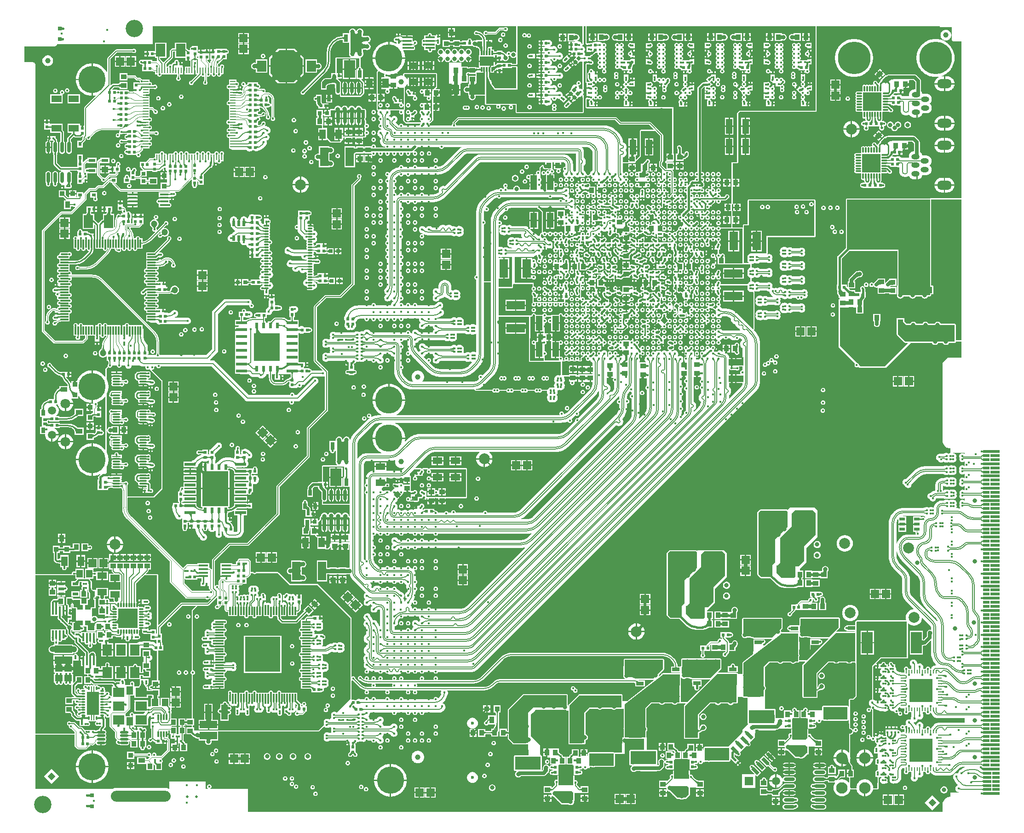
<source format=gtl>
%FSLAX44Y44*%
%MOMM*%
G71*
G01*
G75*
G04 Layer_Physical_Order=1*
G04 Layer_Color=255*
%ADD10C,0.2032*%
%ADD11C,0.2540*%
%ADD12C,0.4572*%
%ADD13C,0.4000*%
%ADD14C,0.3048*%
%ADD15C,0.1300*%
%ADD16C,0.1600*%
%ADD17C,0.1016*%
%ADD18C,0.1750*%
%ADD19C,0.1524*%
%ADD20C,0.1750*%
%ADD21C,0.1500*%
%ADD22C,0.3810*%
%ADD23C,0.6350*%
%ADD24C,0.4064*%
%ADD25C,0.5080*%
%ADD26C,0.5000*%
%ADD27C,0.6604*%
%ADD28C,0.1727*%
%ADD29C,0.7620*%
%ADD30R,0.4500X0.4000*%
%ADD31R,1.8000X1.1500*%
%ADD32R,0.4000X0.4500*%
%ADD33R,1.0000X0.9000*%
%ADD34R,0.9000X1.0000*%
%ADD35R,3.1800X2.0300*%
%ADD36R,1.4000X0.7600*%
%ADD37R,0.6000X0.6000*%
%ADD38R,0.6000X0.6000*%
%ADD39R,3.2000X1.4000*%
%ADD40R,0.6200X0.6200*%
%ADD41R,0.9500X1.0000*%
%ADD42R,1.1500X1.8000*%
%ADD43R,1.8000X1.1500*%
%ADD44R,2.3500X2.5000*%
%ADD45R,2.7000X1.1500*%
%ADD46R,1.1500X1.8000*%
%ADD47R,1.1500X2.7000*%
%ADD48C,1.2000*%
%ADD49R,1.7000X2.4000*%
%ADD50R,0.6000X0.6200*%
%ADD51R,0.6200X0.6200*%
%ADD52R,1.3000X1.5450*%
%ADD53R,2.1500X1.7000*%
%ADD54R,1.1500X1.4500*%
%ADD55R,1.0000X0.9500*%
%ADD56P,0.8485X4X90.0*%
%ADD57R,2.0000X4.0000*%
G04:AMPARAMS|DCode=58|XSize=0.45mm|YSize=0.4mm|CornerRadius=0mm|HoleSize=0mm|Usage=FLASHONLY|Rotation=315.000|XOffset=0mm|YOffset=0mm|HoleType=Round|Shape=Rectangle|*
%AMROTATEDRECTD58*
4,1,4,-0.3005,0.0177,-0.0177,0.3005,0.3005,-0.0177,0.0177,-0.3005,-0.3005,0.0177,0.0*
%
%ADD58ROTATEDRECTD58*%

%ADD59R,0.9500X0.9500*%
%ADD60P,6.4944X8X202.5*%
%ADD61R,1.7780X2.0320*%
%ADD62R,1.7000X0.4800*%
%ADD63R,1.2000X0.4800*%
%ADD64R,3.1000X0.4800*%
%ADD65R,1.3250X0.4800*%
%ADD66R,1.5750X0.4800*%
%ADD67R,1.0500X1.4000*%
%ADD68R,0.8000X0.6000*%
%ADD69R,1.5000X3.5000*%
%ADD70R,0.6200X0.6000*%
%ADD71R,1.0000X0.8500*%
%ADD72R,0.8500X1.0000*%
%ADD73C,1.0000*%
%ADD74P,1.4142X4X360.0*%
G04:AMPARAMS|DCode=75|XSize=0.45mm|YSize=0.4mm|CornerRadius=0mm|HoleSize=0mm|Usage=FLASHONLY|Rotation=225.000|XOffset=0mm|YOffset=0mm|HoleType=Round|Shape=Rectangle|*
%AMROTATEDRECTD75*
4,1,4,0.0177,0.3005,0.3005,0.0177,-0.0177,-0.3005,-0.3005,-0.0177,0.0177,0.3005,0.0*
%
%ADD75ROTATEDRECTD75*%

G04:AMPARAMS|DCode=76|XSize=0.45mm|YSize=0.4mm|CornerRadius=0mm|HoleSize=0mm|Usage=FLASHONLY|Rotation=80.000|XOffset=0mm|YOffset=0mm|HoleType=Round|Shape=Rectangle|*
%AMROTATEDRECTD76*
4,1,4,0.1579,-0.2563,-0.2360,-0.1868,-0.1579,0.2563,0.2360,0.1868,0.1579,-0.2563,0.0*
%
%ADD76ROTATEDRECTD76*%

G04:AMPARAMS|DCode=77|XSize=0.45mm|YSize=0.4mm|CornerRadius=0mm|HoleSize=0mm|Usage=FLASHONLY|Rotation=290.000|XOffset=0mm|YOffset=0mm|HoleType=Round|Shape=Rectangle|*
%AMROTATEDRECTD77*
4,1,4,-0.2649,0.1430,0.1110,0.2798,0.2649,-0.1430,-0.1110,-0.2798,-0.2649,0.1430,0.0*
%
%ADD77ROTATEDRECTD77*%

%ADD78R,1.9000X1.3000*%
G04:AMPARAMS|DCode=79|XSize=1mm|YSize=0.95mm|CornerRadius=0mm|HoleSize=0mm|Usage=FLASHONLY|Rotation=135.000|XOffset=0mm|YOffset=0mm|HoleType=Round|Shape=Rectangle|*
%AMROTATEDRECTD79*
4,1,4,0.6894,-0.0177,0.0177,-0.6894,-0.6894,0.0177,-0.0177,0.6894,0.6894,-0.0177,0.0*
%
%ADD79ROTATEDRECTD79*%

%ADD80R,0.9500X1.0000*%
%ADD81R,2.0300X3.1800*%
%ADD82R,0.7600X1.4000*%
%ADD83P,0.8485X4X360.0*%
G04:AMPARAMS|DCode=84|XSize=0.95mm|YSize=1mm|CornerRadius=0mm|HoleSize=0mm|Usage=FLASHONLY|Rotation=315.000|XOffset=0mm|YOffset=0mm|HoleType=Round|Shape=Rectangle|*
%AMROTATEDRECTD84*
4,1,4,-0.6894,-0.0177,0.0177,0.6894,0.6894,0.0177,-0.0177,-0.6894,-0.6894,-0.0177,0.0*
%
%ADD84ROTATEDRECTD84*%

%ADD85R,0.6000X0.8000*%
G04:AMPARAMS|DCode=86|XSize=0.95mm|YSize=1mm|CornerRadius=0mm|HoleSize=0mm|Usage=FLASHONLY|Rotation=225.000|XOffset=0mm|YOffset=0mm|HoleType=Round|Shape=Rectangle|*
%AMROTATEDRECTD86*
4,1,4,-0.0177,0.6894,0.6894,-0.0177,0.0177,-0.6894,-0.6894,0.0177,-0.0177,0.6894,0.0*
%
%ADD86ROTATEDRECTD86*%

%ADD87R,3.3500X3.3500*%
%ADD88O,0.3000X1.0500*%
%ADD89O,1.0500X0.3000*%
%ADD90R,1.2700X0.9144*%
%ADD91R,0.9144X0.9144*%
%ADD92R,1.7780X0.4064*%
%ADD93R,0.3000X1.0000*%
%ADD94R,3.4000X1.6000*%
%ADD95R,1.6000X3.4000*%
%ADD96R,0.6500X0.5000*%
%ADD97R,0.8000X1.0000*%
%ADD98O,1.5000X0.2700*%
%ADD99R,1.5000X0.2700*%
%ADD100R,1.3000X1.0000*%
%ADD101R,1.3000X0.6000*%
%ADD102R,0.9144X1.2700*%
%ADD103R,0.9144X0.9144*%
%ADD104O,0.6096X2.0320*%
%ADD105R,0.3000X0.8500*%
%ADD106R,2.5000X1.7500*%
%ADD107R,2.3000X4.3000*%
%ADD108O,0.3000X0.8000*%
%ADD109O,0.8000X0.3000*%
%ADD110O,1.5500X0.4500*%
%ADD111R,0.4500X0.3000*%
%ADD112R,1.5000X0.4500*%
%ADD113R,0.7620X0.7620*%
%ADD114R,0.6000X1.0500*%
%ADD115O,1.0000X0.3000*%
%ADD116R,1.0000X0.3000*%
%ADD117R,0.7000X0.2500*%
%ADD118R,0.2500X0.7000*%
%ADD119R,4.2000X4.2000*%
G04:AMPARAMS|DCode=120|XSize=0.6mm|YSize=1.55mm|CornerRadius=0mm|HoleSize=0mm|Usage=FLASHONLY|Rotation=225.000|XOffset=0mm|YOffset=0mm|HoleType=Round|Shape=Rectangle|*
%AMROTATEDRECTD120*
4,1,4,-0.3359,0.7601,0.7601,-0.3359,0.3359,-0.7601,-0.7601,0.3359,-0.3359,0.7601,0.0*
%
%ADD120ROTATEDRECTD120*%

%ADD121R,4.8000X5.1600*%
%ADD122R,0.5500X1.0000*%
%ADD123R,6.5000X6.5000*%
%ADD124R,1.5000X0.3000*%
%ADD125R,0.3000X1.5000*%
%ADD126O,0.3000X1.5000*%
%ADD127R,0.6500X1.0500*%
%ADD128O,2.0320X0.6096*%
%ADD129R,1.0500X0.6000*%
%ADD130R,1.0160X0.2500*%
%ADD131R,0.2500X1.0160*%
%ADD132O,0.2500X1.0160*%
%ADD133R,2.0000X0.6000*%
%ADD134R,0.7620X0.7620*%
%ADD135O,0.9000X0.3000*%
%ADD136O,0.3000X0.9000*%
%ADD137R,3.5500X3.5500*%
%ADD138R,1.1000X0.6000*%
%ADD139R,0.4500X1.5000*%
%ADD140R,1.8000X2.0000*%
%ADD141O,1.5000X0.3000*%
%ADD142R,0.7000X0.8000*%
%ADD143R,0.4000X0.4000*%
%ADD144R,1.4500X1.1500*%
%ADD145R,4.8000X6.4000*%
%ADD146R,1.5000X1.5000*%
%ADD147R,1.5000X1.5000*%
%ADD148P,2.1213X4X180.0*%
%ADD149C,0.5000*%
%ADD150R,1.2500X1.3500*%
%ADD151R,1.1000X0.9000*%
%ADD152C,0.1270*%
%ADD153C,1.0000*%
%ADD154C,0.3556*%
%ADD155C,0.1778*%
%ADD156R,0.2500X1.1500*%
%ADD157C,2.0000*%
%ADD158C,5.0000*%
%ADD159C,1.5000*%
%ADD160C,1.8000*%
%ADD161C,6.0000*%
%ADD162C,3.2000*%
%ADD163O,11.0000X2.0000*%
%ADD164C,0.8000*%
%ADD165O,2.7000X1.7000*%
%ADD166O,1.5000X1.0000*%
%ADD167C,0.6000*%
%ADD168C,2.1000*%
%ADD169C,0.4000*%
%ADD170C,0.4500*%
%ADD171C,0.4572*%
G36*
X1172500Y188000D02*
X1119250Y188000D01*
X1109250Y178000D01*
Y123250D01*
X1071500D01*
Y184489D01*
X1142750Y239750D01*
X1172500D01*
Y188000D01*
D02*
G37*
G36*
X1105597Y1034360D02*
Y1034360D01*
X1105718Y1033532D01*
Y1033532D01*
X1105718D01*
Y1025238D01*
X1105075Y1024761D01*
X1104859Y1024827D01*
X1104064Y1024905D01*
X1103269Y1024827D01*
X1102504Y1024595D01*
X1101799Y1024218D01*
X1101181Y1023711D01*
X1101034Y1023532D01*
X1099500D01*
Y1019250D01*
X1097000D01*
Y1023532D01*
X1094218D01*
Y1016469D01*
X1094111Y1015385D01*
X1093365Y1015098D01*
X1093032Y1015399D01*
Y1018532D01*
X1092282D01*
Y1024968D01*
Y1026457D01*
X1092925Y1026934D01*
X1093269Y1026829D01*
X1094064Y1026751D01*
X1094859Y1026829D01*
X1095075Y1026895D01*
X1095718Y1026418D01*
Y1025968D01*
X1098500D01*
Y1030250D01*
X1099750D01*
Y1031500D01*
X1103782D01*
Y1032968D01*
Y1033932D01*
X1104000D01*
X1104647Y1033996D01*
X1105270Y1034185D01*
X1105597Y1034360D01*
D01*
D02*
G37*
G36*
X1015968Y1025162D02*
X1015325Y1024685D01*
X1014859Y1024827D01*
X1014687Y1024844D01*
X1014485Y1025009D01*
X1014032Y1025251D01*
Y1026532D01*
Y1031968D01*
X1015968D01*
Y1025162D01*
D02*
G37*
G36*
X1054968Y1034790D02*
Y1032968D01*
X1055968D01*
Y1025162D01*
X1055325Y1024685D01*
X1054859Y1024827D01*
X1054064Y1024905D01*
X1053269Y1024827D01*
X1052504Y1024595D01*
X1051799Y1024218D01*
X1051181Y1023711D01*
X1050674Y1023093D01*
X1050297Y1022388D01*
X1050065Y1021623D01*
X1049987Y1020828D01*
X1050065Y1020033D01*
X1050297Y1019268D01*
X1050674Y1018563D01*
X1050878Y1018315D01*
X1050999Y1017916D01*
X1051305Y1017343D01*
X1051718Y1016840D01*
X1054089Y1014469D01*
X1054123Y1014430D01*
X1054125Y1014433D01*
X1054968Y1013590D01*
Y1009968D01*
Y1009032D01*
X1048431D01*
X1047954Y1009675D01*
X1048063Y1010033D01*
X1048141Y1010828D01*
X1048063Y1011623D01*
X1047831Y1012388D01*
X1047454Y1013093D01*
X1046947Y1013711D01*
X1046782Y1013846D01*
Y1019032D01*
X1044032D01*
Y1021000D01*
X1040000D01*
Y1023500D01*
X1044032D01*
Y1024968D01*
Y1026332D01*
X1044329Y1026491D01*
X1044725Y1026816D01*
X1044859Y1026829D01*
X1045325Y1026971D01*
X1045968Y1026494D01*
Y1025968D01*
X1048750D01*
Y1030250D01*
X1050000D01*
Y1031500D01*
X1054032D01*
Y1032968D01*
Y1035122D01*
X1054303Y1035234D01*
X1054968Y1034790D01*
D02*
G37*
G36*
X1277250Y188000D02*
X1228029Y188000D01*
X1206250Y166221D01*
Y123500D01*
X1182500Y123250D01*
Y181250D01*
X1242750Y240500D01*
X1277250D01*
Y188000D01*
D02*
G37*
G36*
X1422750Y1277750D02*
X1282500D01*
X1278250Y1273500D01*
Y1193250D01*
Y1183000D01*
X1268000D01*
Y1106782D01*
X1263000D01*
Y1099750D01*
Y1092718D01*
X1267750D01*
Y1062903D01*
X1248141D01*
X1247972Y1062881D01*
X1247803Y1062875D01*
X1247705Y1062846D01*
X1247604Y1062832D01*
X1247595Y1062829D01*
X1247454Y1063093D01*
X1246947Y1063711D01*
X1246329Y1064218D01*
X1245624Y1064595D01*
X1244859Y1064827D01*
X1244064Y1064905D01*
X1243269Y1064827D01*
X1242504Y1064595D01*
X1241799Y1064218D01*
X1241181Y1063711D01*
X1240674Y1063093D01*
X1240533Y1062829D01*
X1240524Y1062832D01*
X1240423Y1062846D01*
X1240325Y1062875D01*
X1240155Y1062881D01*
X1239987Y1062903D01*
X1238141D01*
X1237972Y1062881D01*
X1237803Y1062875D01*
X1237705Y1062846D01*
X1237604Y1062832D01*
X1237595Y1062829D01*
X1237454Y1063093D01*
X1236947Y1063711D01*
X1236329Y1064218D01*
X1235624Y1064595D01*
X1234859Y1064827D01*
X1234064Y1064905D01*
X1233269Y1064827D01*
X1232504Y1064595D01*
X1232468Y1064576D01*
X1231782Y1064987D01*
Y1069782D01*
X1228634D01*
X1228096Y1070375D01*
X1228141Y1070828D01*
X1228063Y1071623D01*
X1227831Y1072388D01*
X1227454Y1073093D01*
X1226947Y1073711D01*
X1226329Y1074218D01*
X1225624Y1074595D01*
X1224859Y1074827D01*
X1224064Y1074905D01*
X1223269Y1074827D01*
X1222504Y1074595D01*
X1221799Y1074218D01*
X1221181Y1073711D01*
X1220674Y1073093D01*
X1220297Y1072388D01*
X1220065Y1071623D01*
X1219987Y1070828D01*
X1220032Y1070375D01*
X1219494Y1069782D01*
X1218634D01*
X1218096Y1070375D01*
X1218141Y1070828D01*
X1218063Y1071623D01*
X1217831Y1072388D01*
X1217454Y1073093D01*
X1216947Y1073711D01*
X1216329Y1074218D01*
X1215624Y1074595D01*
X1214859Y1074827D01*
X1214064Y1074905D01*
X1213269Y1074827D01*
X1212504Y1074595D01*
X1211799Y1074218D01*
X1211181Y1073711D01*
X1210674Y1073093D01*
X1210297Y1072388D01*
X1210065Y1071623D01*
X1209987Y1070828D01*
X1210065Y1070033D01*
X1210297Y1069268D01*
X1210674Y1068563D01*
X1211181Y1067945D01*
X1211799Y1067438D01*
X1212504Y1067061D01*
X1213269Y1066829D01*
X1214064Y1066751D01*
X1214247Y1066769D01*
X1214423Y1066397D01*
X1214578Y1066034D01*
X1214493Y1065963D01*
Y1065963D01*
Y1065950D01*
X1213382Y1064838D01*
X1213269Y1064827D01*
X1212504Y1064595D01*
X1211799Y1064218D01*
X1211181Y1063711D01*
X1210674Y1063093D01*
X1210533Y1062829D01*
X1210524Y1062832D01*
X1210423Y1062846D01*
X1210325Y1062875D01*
X1210155Y1062881D01*
X1209987Y1062903D01*
X1208141D01*
X1207972Y1062881D01*
X1207803Y1062875D01*
X1207705Y1062846D01*
X1207604Y1062832D01*
X1207595Y1062829D01*
X1207454Y1063093D01*
X1206947Y1063711D01*
X1206329Y1064218D01*
X1205624Y1064595D01*
X1204859Y1064827D01*
X1204819Y1064831D01*
X1204550Y1065584D01*
X1206746Y1067780D01*
X1206947Y1067945D01*
X1207454Y1068563D01*
X1207831Y1069268D01*
X1208063Y1070033D01*
X1208141Y1070828D01*
X1208063Y1071623D01*
X1207831Y1072388D01*
X1207454Y1073093D01*
X1206947Y1073711D01*
X1206329Y1074218D01*
X1205624Y1074595D01*
X1204859Y1074827D01*
X1204064Y1074905D01*
X1203269Y1074827D01*
X1202504Y1074595D01*
X1201799Y1074218D01*
X1201181Y1073711D01*
X1201016Y1073510D01*
X1198820Y1071314D01*
X1198067Y1071583D01*
X1198063Y1071623D01*
X1197831Y1072388D01*
X1197454Y1073093D01*
X1196947Y1073711D01*
X1196329Y1074218D01*
X1195624Y1074595D01*
X1194859Y1074827D01*
X1194064Y1074905D01*
X1193269Y1074827D01*
X1192504Y1074595D01*
X1191799Y1074218D01*
X1191181Y1073711D01*
X1190674Y1073093D01*
X1190297Y1072388D01*
X1190065Y1071623D01*
X1189987Y1070828D01*
X1189989Y1070810D01*
X1189853Y1070606D01*
X1189056Y1070528D01*
X1188074Y1071510D01*
X1188063Y1071623D01*
X1187831Y1072388D01*
X1187454Y1073093D01*
X1186947Y1073711D01*
X1186329Y1074218D01*
X1185624Y1074595D01*
X1184859Y1074827D01*
X1184746Y1074838D01*
X1183539Y1076046D01*
X1183830Y1076663D01*
X1183886Y1076719D01*
X1184053Y1076752D01*
X1184064Y1076751D01*
X1184859Y1076829D01*
X1185624Y1077061D01*
X1186329Y1077438D01*
X1186947Y1077945D01*
X1187454Y1078563D01*
X1187831Y1079268D01*
X1188063Y1080033D01*
X1188141Y1080828D01*
X1188063Y1081623D01*
X1187831Y1082388D01*
X1187454Y1083093D01*
X1186947Y1083711D01*
X1186329Y1084218D01*
X1185624Y1084595D01*
X1184859Y1084827D01*
X1184819Y1084831D01*
X1184550Y1085584D01*
X1186746Y1087780D01*
X1186947Y1087945D01*
X1187112Y1088147D01*
X1189308Y1090342D01*
X1190061Y1090073D01*
X1190065Y1090033D01*
X1190297Y1089268D01*
X1190674Y1088563D01*
X1191181Y1087945D01*
X1191799Y1087438D01*
X1192504Y1087061D01*
X1193269Y1086829D01*
X1194064Y1086751D01*
X1194859Y1086829D01*
X1195624Y1087061D01*
X1196329Y1087438D01*
X1196947Y1087945D01*
X1197454Y1088563D01*
X1197831Y1089268D01*
X1198063Y1090033D01*
X1198141Y1090828D01*
X1198063Y1091623D01*
X1197831Y1092388D01*
X1197454Y1093093D01*
X1196947Y1093711D01*
X1196329Y1094218D01*
X1195624Y1094595D01*
X1194859Y1094827D01*
X1194064Y1094905D01*
X1193642Y1094863D01*
X1193076Y1095429D01*
X1193115Y1095828D01*
Y1096249D01*
X1193708Y1096786D01*
X1194064Y1096751D01*
X1194859Y1096829D01*
X1195624Y1097061D01*
X1196329Y1097438D01*
X1196947Y1097945D01*
X1196963Y1097964D01*
X1197138Y1098037D01*
X1197827Y1097990D01*
X1198129Y1097497D01*
X1198707Y1096821D01*
X1199383Y1096243D01*
X1200141Y1095778D01*
X1200963Y1095438D01*
X1201754Y1095248D01*
X1201800Y1094885D01*
X1201762Y1094405D01*
X1201735Y1094390D01*
X1201117Y1093883D01*
X1200610Y1093265D01*
X1200233Y1092560D01*
X1200001Y1091795D01*
X1199923Y1091000D01*
X1200001Y1090205D01*
X1200233Y1089440D01*
X1200610Y1088735D01*
X1201117Y1088117D01*
X1201735Y1087610D01*
X1202440Y1087233D01*
X1203205Y1087001D01*
X1203468Y1086975D01*
Y1081968D01*
X1206500D01*
Y1086000D01*
X1209000D01*
Y1081968D01*
X1209503D01*
X1210041Y1081375D01*
X1209987Y1080828D01*
X1210065Y1080033D01*
X1210297Y1079268D01*
X1210674Y1078563D01*
X1211181Y1077945D01*
X1211799Y1077438D01*
X1212504Y1077061D01*
X1213269Y1076829D01*
X1214064Y1076751D01*
X1214859Y1076829D01*
X1215624Y1077061D01*
X1216329Y1077438D01*
X1216947Y1077945D01*
X1217454Y1078563D01*
X1217831Y1079268D01*
X1218063Y1080033D01*
X1218141Y1080828D01*
X1218087Y1081375D01*
X1218624Y1081968D01*
X1219032D01*
Y1082142D01*
X1219785Y1082412D01*
X1220164Y1081950D01*
X1220065Y1081623D01*
X1219987Y1080828D01*
X1220065Y1080033D01*
X1220297Y1079268D01*
X1220674Y1078563D01*
X1221181Y1077945D01*
X1221799Y1077438D01*
X1222504Y1077061D01*
X1223269Y1076829D01*
X1224064Y1076751D01*
X1224859Y1076829D01*
X1225624Y1077061D01*
X1226329Y1077438D01*
X1226947Y1077945D01*
X1227454Y1078563D01*
X1227831Y1079268D01*
X1228063Y1080033D01*
X1228141Y1080828D01*
X1228063Y1081623D01*
X1227831Y1082388D01*
X1227454Y1083093D01*
X1226947Y1083711D01*
X1226329Y1084218D01*
X1225624Y1084595D01*
X1224859Y1084827D01*
X1224064Y1084905D01*
X1223881Y1084887D01*
X1223539Y1085610D01*
X1224746Y1086818D01*
X1224859Y1086829D01*
X1225624Y1087061D01*
X1226329Y1087438D01*
X1226947Y1087945D01*
X1227454Y1088563D01*
X1227831Y1089268D01*
X1228063Y1090033D01*
X1228141Y1090828D01*
X1228063Y1091623D01*
X1227831Y1092388D01*
X1227454Y1093093D01*
X1226947Y1093711D01*
X1226329Y1094218D01*
X1225624Y1094595D01*
X1224859Y1094827D01*
X1224064Y1094905D01*
X1223269Y1094827D01*
X1222504Y1094595D01*
X1221799Y1094218D01*
X1221181Y1093711D01*
X1220674Y1093093D01*
X1220297Y1092388D01*
X1220065Y1091623D01*
X1220054Y1091510D01*
X1218756Y1090213D01*
X1218033Y1090555D01*
X1218077Y1091000D01*
X1217999Y1091795D01*
X1217767Y1092560D01*
X1217390Y1093265D01*
X1216883Y1093883D01*
X1216265Y1094390D01*
X1216038Y1094511D01*
X1215826Y1095393D01*
X1215829Y1095443D01*
X1216637Y1095778D01*
X1217395Y1096243D01*
X1218072Y1096821D01*
X1218649Y1097497D01*
X1219114Y1098255D01*
X1219454Y1099077D01*
X1219496Y1099250D01*
X1220295Y1099274D01*
X1220297Y1099268D01*
X1220674Y1098563D01*
X1221181Y1097945D01*
X1221799Y1097438D01*
X1222504Y1097061D01*
X1223269Y1096829D01*
X1224064Y1096751D01*
X1224859Y1096829D01*
X1225624Y1097061D01*
X1226329Y1097438D01*
X1226947Y1097945D01*
X1227454Y1098563D01*
X1227831Y1099268D01*
X1228063Y1100033D01*
X1228141Y1100828D01*
X1228112Y1101125D01*
X1228649Y1101718D01*
X1231782D01*
Y1103840D01*
X1233395Y1105453D01*
X1233483Y1105527D01*
X1233476Y1105534D01*
X1234682Y1106740D01*
X1234795Y1106751D01*
X1235560Y1106983D01*
X1236265Y1107360D01*
X1236883Y1107867D01*
X1237390Y1108485D01*
X1237767Y1109190D01*
X1237999Y1109955D01*
X1238077Y1110750D01*
X1237999Y1111545D01*
X1237901Y1111867D01*
X1238378Y1112510D01*
X1239663D01*
X1240139Y1111867D01*
X1240065Y1111623D01*
X1239987Y1110828D01*
X1240065Y1110033D01*
X1240297Y1109268D01*
X1240674Y1108563D01*
X1241181Y1107945D01*
X1241799Y1107438D01*
X1242504Y1107061D01*
X1243269Y1106829D01*
X1244064Y1106751D01*
X1244859Y1106829D01*
X1245624Y1107061D01*
X1246329Y1107438D01*
X1246947Y1107945D01*
X1247454Y1108563D01*
X1247831Y1109268D01*
X1248063Y1110033D01*
X1248141Y1110828D01*
X1248063Y1111623D01*
X1247989Y1111867D01*
X1248465Y1112510D01*
X1256078D01*
X1256725Y1112574D01*
X1257348Y1112763D01*
X1257921Y1113069D01*
X1258424Y1113482D01*
X1258424Y1113482D01*
X1258424Y1113482D01*
X1260683Y1115740D01*
X1260795Y1115751D01*
X1261560Y1115983D01*
X1262265Y1116360D01*
X1262883Y1116867D01*
X1263390Y1117485D01*
X1263767Y1118190D01*
X1263999Y1118955D01*
X1264077Y1119750D01*
X1263999Y1120545D01*
X1263767Y1121310D01*
X1263390Y1122015D01*
X1262883Y1122633D01*
X1262265Y1123140D01*
X1261560Y1123517D01*
X1260795Y1123749D01*
X1260000Y1123827D01*
X1259205Y1123749D01*
X1258440Y1123517D01*
X1257735Y1123140D01*
X1257117Y1122633D01*
X1256610Y1122015D01*
X1256233Y1121310D01*
X1256001Y1120545D01*
X1255990Y1120433D01*
X1254704Y1119146D01*
X1248539D01*
X1248002Y1119739D01*
X1248077Y1120500D01*
X1247999Y1121295D01*
X1247767Y1122060D01*
X1247390Y1122765D01*
X1246883Y1123383D01*
X1246265Y1123890D01*
X1245560Y1124267D01*
X1244795Y1124499D01*
X1244000Y1124577D01*
X1243625Y1124540D01*
X1243032Y1125077D01*
Y1126423D01*
X1243625Y1126960D01*
X1244000Y1126923D01*
X1244795Y1127001D01*
X1245560Y1127233D01*
X1246265Y1127610D01*
X1246883Y1128117D01*
X1247390Y1128735D01*
X1247767Y1129440D01*
X1247999Y1130205D01*
X1248077Y1131000D01*
X1247999Y1131795D01*
X1247767Y1132560D01*
X1247390Y1133265D01*
X1246883Y1133883D01*
X1246265Y1134390D01*
X1245560Y1134767D01*
X1244795Y1134999D01*
X1244000Y1135077D01*
X1243205Y1134999D01*
X1242440Y1134767D01*
X1241735Y1134390D01*
X1241117Y1133883D01*
X1240610Y1133265D01*
X1240233Y1132560D01*
X1240001Y1131795D01*
X1239923Y1131000D01*
X1240001Y1130205D01*
X1240233Y1129440D01*
X1240485Y1128968D01*
X1240074Y1128282D01*
X1237926D01*
X1237515Y1128968D01*
X1237767Y1129440D01*
X1237999Y1130205D01*
X1238077Y1131000D01*
X1237999Y1131795D01*
X1237767Y1132560D01*
X1237390Y1133265D01*
X1236883Y1133883D01*
X1236265Y1134390D01*
X1235560Y1134767D01*
X1234795Y1134999D01*
X1234000Y1135077D01*
X1233625Y1135040D01*
X1233099Y1135517D01*
Y1136317D01*
X1233625Y1136794D01*
X1234064Y1136751D01*
X1234859Y1136829D01*
X1235624Y1137061D01*
X1236329Y1137438D01*
X1236947Y1137945D01*
X1237454Y1138563D01*
X1237831Y1139268D01*
X1238063Y1140033D01*
X1238141Y1140828D01*
X1238063Y1141623D01*
X1237831Y1142388D01*
X1237454Y1143093D01*
X1236947Y1143711D01*
X1236329Y1144218D01*
X1235624Y1144595D01*
X1234859Y1144827D01*
X1234064Y1144905D01*
X1233269Y1144827D01*
X1232504Y1144595D01*
X1231799Y1144218D01*
X1231181Y1143711D01*
X1230674Y1143093D01*
X1230297Y1142388D01*
X1230065Y1141623D01*
X1229987Y1140828D01*
X1230065Y1140033D01*
X1230250Y1139425D01*
X1229773Y1138782D01*
X1224968D01*
Y1135577D01*
X1224375Y1135040D01*
X1224000Y1135077D01*
X1223205Y1134999D01*
X1222440Y1134767D01*
X1221735Y1134390D01*
X1221117Y1133883D01*
X1220610Y1133265D01*
X1220233Y1132560D01*
X1220001Y1131795D01*
X1219923Y1131000D01*
X1220001Y1130205D01*
X1220233Y1129440D01*
X1220610Y1128735D01*
X1221117Y1128117D01*
X1221735Y1127610D01*
X1222440Y1127233D01*
X1223205Y1127001D01*
X1224000Y1126923D01*
X1224375Y1126960D01*
X1224968Y1126423D01*
Y1125412D01*
X1224375Y1124874D01*
X1224064Y1124905D01*
X1223269Y1124827D01*
X1222504Y1124595D01*
X1221799Y1124218D01*
X1221181Y1123711D01*
X1220674Y1123093D01*
X1220297Y1122388D01*
X1220065Y1121623D01*
X1219987Y1120828D01*
X1220065Y1120033D01*
X1220139Y1119789D01*
X1219663Y1119146D01*
X1218465D01*
X1217989Y1119789D01*
X1218063Y1120033D01*
X1218141Y1120828D01*
X1218063Y1121623D01*
X1217831Y1122388D01*
X1217454Y1123093D01*
X1216947Y1123711D01*
X1216329Y1124218D01*
X1215624Y1124595D01*
X1214859Y1124827D01*
X1214064Y1124905D01*
X1213269Y1124827D01*
X1212504Y1124595D01*
X1211799Y1124218D01*
X1211181Y1123711D01*
X1210674Y1123093D01*
X1210297Y1122388D01*
X1210065Y1121623D01*
X1209987Y1120828D01*
X1210065Y1120033D01*
X1210297Y1119268D01*
X1210297D01*
X1209931Y1119082D01*
X1209931D01*
X1209931D01*
X1209308Y1118893D01*
X1208803Y1118623D01*
X1208039Y1118862D01*
X1207831Y1119268D01*
X1208063Y1120033D01*
X1208141Y1120828D01*
X1208063Y1121623D01*
X1207831Y1122388D01*
X1207454Y1123093D01*
X1206947Y1123711D01*
X1206329Y1124218D01*
X1205624Y1124595D01*
X1204859Y1124827D01*
X1204064Y1124905D01*
X1203269Y1124827D01*
X1202504Y1124595D01*
X1201799Y1124218D01*
X1201181Y1123711D01*
X1200674Y1123093D01*
X1200297Y1122388D01*
X1200065Y1121623D01*
X1199987Y1120828D01*
X1200065Y1120033D01*
X1200297Y1119268D01*
X1200297D01*
Y1119268D01*
D01*
X1199863Y1118598D01*
X1199741Y1118582D01*
X1199620Y1118532D01*
X1198216D01*
X1197804Y1119218D01*
X1197831Y1119268D01*
X1198063Y1120033D01*
X1198141Y1120828D01*
X1198063Y1121623D01*
X1197831Y1122388D01*
X1197454Y1123093D01*
X1196947Y1123711D01*
X1196329Y1124218D01*
X1195624Y1124595D01*
X1194859Y1124827D01*
X1194064Y1124905D01*
X1193708Y1124870D01*
X1193115Y1125407D01*
Y1126249D01*
X1193708Y1126786D01*
X1194064Y1126751D01*
X1194859Y1126829D01*
X1195624Y1127061D01*
X1196329Y1127438D01*
X1196947Y1127945D01*
X1197030Y1128046D01*
X1201098D01*
X1201181Y1127945D01*
X1201799Y1127438D01*
X1202504Y1127061D01*
X1203269Y1126829D01*
X1204064Y1126751D01*
X1204859Y1126829D01*
X1205624Y1127061D01*
X1206329Y1127438D01*
X1206947Y1127945D01*
X1207030Y1128046D01*
X1211098D01*
X1211181Y1127945D01*
X1211799Y1127438D01*
X1212504Y1127061D01*
X1213269Y1126829D01*
X1214064Y1126751D01*
X1214859Y1126829D01*
X1215624Y1127061D01*
X1216329Y1127438D01*
X1216947Y1127945D01*
X1217454Y1128563D01*
X1217831Y1129268D01*
X1218063Y1130033D01*
X1218141Y1130828D01*
X1218063Y1131623D01*
X1217831Y1132388D01*
X1217454Y1133093D01*
X1216947Y1133711D01*
X1216329Y1134218D01*
X1215624Y1134595D01*
X1214859Y1134827D01*
X1214064Y1134905D01*
X1213689Y1134868D01*
X1213174Y1135335D01*
X1213349Y1136116D01*
X1213834Y1136263D01*
X1214407Y1136569D01*
X1214526Y1136667D01*
X1214706Y1136814D01*
X1214859Y1136829D01*
X1215624Y1137061D01*
X1216329Y1137438D01*
X1216947Y1137945D01*
X1217454Y1138563D01*
X1217831Y1139268D01*
X1218063Y1140033D01*
X1218141Y1140828D01*
X1218115Y1141087D01*
Y1142936D01*
X1218038Y1143726D01*
X1217807Y1144486D01*
X1217433Y1145187D01*
X1216929Y1145801D01*
X1216128Y1146602D01*
X1216245Y1147393D01*
X1216329Y1147438D01*
X1216947Y1147945D01*
X1217454Y1148563D01*
X1217831Y1149268D01*
X1218063Y1150033D01*
X1218141Y1150828D01*
X1218063Y1151623D01*
X1217831Y1152388D01*
X1217454Y1153093D01*
X1216947Y1153711D01*
X1216329Y1154218D01*
X1215624Y1154595D01*
X1214859Y1154827D01*
X1214064Y1154905D01*
X1213708Y1154870D01*
X1213115Y1155407D01*
Y1156249D01*
X1213708Y1156786D01*
X1214064Y1156751D01*
X1214859Y1156829D01*
X1215624Y1157061D01*
X1216329Y1157438D01*
X1216947Y1157945D01*
X1217454Y1158563D01*
X1217831Y1159268D01*
X1218063Y1160033D01*
X1218141Y1160828D01*
X1218063Y1161623D01*
X1217831Y1162388D01*
X1217454Y1163093D01*
X1216947Y1163711D01*
X1216329Y1164218D01*
X1215624Y1164595D01*
X1214859Y1164827D01*
X1214064Y1164905D01*
X1213708Y1164870D01*
X1213115Y1165407D01*
Y1193250D01*
Y1317136D01*
X1217948Y1321968D01*
X1218054D01*
X1218718Y1321693D01*
Y1314968D01*
X1224875D01*
X1225397Y1314362D01*
X1225348Y1314032D01*
X1224000D01*
Y1309750D01*
X1222750D01*
Y1308500D01*
X1218718D01*
Y1305468D01*
Y1298468D01*
X1224004D01*
X1224274Y1297715D01*
X1224021Y1297507D01*
X1223514Y1296889D01*
X1223137Y1296184D01*
X1222905Y1295420D01*
X1222827Y1294624D01*
X1222905Y1293829D01*
X1223137Y1293064D01*
X1223218Y1292912D01*
Y1286468D01*
X1233250D01*
Y1290500D01*
Y1294532D01*
X1231064D01*
X1230981Y1294624D01*
X1230902Y1295420D01*
X1230670Y1296184D01*
X1230294Y1296889D01*
X1229787Y1297507D01*
X1229169Y1298014D01*
X1228775Y1298225D01*
Y1299025D01*
X1229169Y1299235D01*
X1229787Y1299742D01*
X1230294Y1300360D01*
X1230504Y1300754D01*
X1231304D01*
X1231515Y1300360D01*
X1232022Y1299742D01*
X1232640Y1299235D01*
X1233344Y1298858D01*
X1234109Y1298627D01*
X1234905Y1298548D01*
X1235700Y1298627D01*
X1236465Y1298858D01*
X1237170Y1299235D01*
X1237788Y1299742D01*
X1238295Y1300360D01*
X1238671Y1301065D01*
X1238903Y1301830D01*
X1238982Y1302625D01*
X1238903Y1303421D01*
X1238671Y1304185D01*
X1238295Y1304890D01*
X1237788Y1305508D01*
X1237170Y1306015D01*
X1236776Y1306226D01*
Y1307026D01*
X1237170Y1307236D01*
X1237788Y1307743D01*
X1238295Y1308361D01*
X1238671Y1309066D01*
X1238903Y1309831D01*
X1238982Y1310626D01*
X1238903Y1311422D01*
X1238671Y1312186D01*
X1238295Y1312891D01*
X1237788Y1313509D01*
X1237170Y1314016D01*
X1236776Y1314227D01*
Y1315027D01*
X1237170Y1315237D01*
X1237788Y1315744D01*
X1238295Y1316362D01*
X1238671Y1317067D01*
X1238903Y1317832D01*
X1238982Y1318627D01*
X1238903Y1319423D01*
X1238671Y1320187D01*
X1238295Y1320892D01*
X1237788Y1321510D01*
X1237170Y1322017D01*
X1236465Y1322394D01*
X1235700Y1322626D01*
X1234905Y1322704D01*
X1234109Y1322626D01*
X1233344Y1322394D01*
X1232640Y1322017D01*
X1232022Y1321510D01*
X1231515Y1320892D01*
X1231304Y1320498D01*
X1230504D01*
X1230294Y1320892D01*
X1229787Y1321510D01*
X1229169Y1322017D01*
X1228775Y1322228D01*
Y1323028D01*
X1229169Y1323238D01*
X1229787Y1323745D01*
X1230294Y1324363D01*
X1230462Y1324677D01*
X1231253Y1324795D01*
X1231927Y1324121D01*
X1237629Y1329823D01*
X1237021Y1330431D01*
X1237139Y1331223D01*
X1237170Y1331239D01*
X1237788Y1331746D01*
X1238295Y1332364D01*
X1238505Y1332758D01*
X1239305D01*
X1239516Y1332364D01*
X1240023Y1331746D01*
X1240641Y1331239D01*
X1241035Y1331028D01*
Y1330228D01*
X1240639Y1330016D01*
X1240021Y1329509D01*
X1239514Y1328891D01*
X1239137Y1328186D01*
X1238905Y1327422D01*
X1238827Y1326626D01*
X1238905Y1325831D01*
X1239137Y1325066D01*
X1239514Y1324361D01*
X1240021Y1323743D01*
X1240639Y1323236D01*
X1241344Y1322859D01*
X1242108Y1322628D01*
X1242904Y1322549D01*
X1243699Y1322628D01*
X1244464Y1322859D01*
X1245169Y1323236D01*
X1245787Y1323743D01*
X1246294Y1324361D01*
X1246671Y1325066D01*
X1246902Y1325831D01*
X1246981Y1326626D01*
X1246902Y1327422D01*
X1246671Y1328186D01*
X1246294Y1328891D01*
X1245787Y1329509D01*
X1245169Y1330016D01*
X1244774Y1330227D01*
Y1331027D01*
X1245171Y1331239D01*
X1245789Y1331746D01*
X1246296Y1332364D01*
X1246672Y1333069D01*
X1246904Y1333834D01*
X1246983Y1334629D01*
X1246904Y1335425D01*
X1246672Y1336189D01*
X1246296Y1336894D01*
X1245789Y1337512D01*
X1245171Y1338019D01*
X1244466Y1338396D01*
X1243701Y1338628D01*
X1242906Y1338706D01*
X1242110Y1338628D01*
X1241346Y1338396D01*
X1240641Y1338019D01*
X1240023Y1337512D01*
X1239785Y1337223D01*
X1239032Y1337492D01*
Y1341718D01*
Y1344750D01*
X1230968D01*
Y1343282D01*
Y1342318D01*
X1230851D01*
X1230203Y1342254D01*
X1229581Y1342065D01*
X1229007Y1341759D01*
X1228504Y1341346D01*
X1227305Y1340147D01*
X1226624Y1340829D01*
X1220921Y1335126D01*
X1224777Y1331271D01*
X1224471Y1330532D01*
X1218718D01*
Y1330302D01*
X1216500D01*
X1215710Y1330224D01*
X1214950Y1329993D01*
X1214249Y1329619D01*
X1213635Y1329115D01*
X1206199Y1321679D01*
X1205695Y1321065D01*
X1205321Y1320364D01*
X1205090Y1319604D01*
X1205013Y1318814D01*
Y1284250D01*
X1204953D01*
Y1184000D01*
X1205013D01*
Y1165407D01*
X1204420Y1164870D01*
X1204064Y1164905D01*
X1203269Y1164827D01*
X1202504Y1164595D01*
X1201799Y1164218D01*
X1201181Y1163711D01*
X1200674Y1163093D01*
X1200297Y1162388D01*
X1200065Y1161623D01*
X1199987Y1160828D01*
X1200065Y1160033D01*
X1200297Y1159268D01*
X1200674Y1158563D01*
X1201181Y1157945D01*
X1201799Y1157438D01*
X1202504Y1157061D01*
X1203269Y1156829D01*
X1204064Y1156751D01*
X1204420Y1156786D01*
X1205013Y1156249D01*
Y1155407D01*
X1204420Y1154870D01*
X1204064Y1154905D01*
X1203269Y1154827D01*
X1202504Y1154595D01*
X1201799Y1154218D01*
X1201181Y1153711D01*
X1200674Y1153093D01*
X1200297Y1152388D01*
X1200065Y1151623D01*
X1199987Y1150828D01*
X1200022Y1150472D01*
X1199485Y1149880D01*
X1196328D01*
X1195538Y1149802D01*
X1194778Y1149571D01*
X1194077Y1149197D01*
X1193463Y1148693D01*
X1193463Y1148693D01*
X1193461Y1148695D01*
X1193435Y1148664D01*
X1191635Y1146865D01*
X1191131Y1146251D01*
X1190757Y1145550D01*
X1190526Y1144790D01*
X1190449Y1144000D01*
Y1142738D01*
X1188524Y1140907D01*
X1187577Y1141000D01*
X1187499Y1141795D01*
X1187282Y1142510D01*
Y1144578D01*
X1185414D01*
X1185060Y1144767D01*
X1184296Y1144999D01*
X1183500Y1145078D01*
X1183000Y1145028D01*
Y1146972D01*
X1183500Y1146923D01*
X1184296Y1147001D01*
X1184550Y1147078D01*
X1187282D01*
Y1149490D01*
X1187499Y1150205D01*
X1187577Y1151000D01*
X1187499Y1151795D01*
X1187267Y1152560D01*
X1186890Y1153265D01*
X1186383Y1153883D01*
X1185765Y1154390D01*
X1185060Y1154767D01*
X1184295Y1154999D01*
X1183500Y1155077D01*
X1182705Y1154999D01*
X1181940Y1154767D01*
X1181235Y1154390D01*
X1180617Y1153883D01*
X1180110Y1153265D01*
X1179733Y1152560D01*
X1179501Y1151795D01*
X1179423Y1151000D01*
X1179477Y1150453D01*
X1179315Y1150275D01*
X1178515D01*
X1178354Y1150453D01*
X1178391Y1150828D01*
X1178313Y1151623D01*
X1178081Y1152388D01*
X1177704Y1153093D01*
X1177197Y1153711D01*
X1176579Y1154218D01*
X1175874Y1154595D01*
X1175109Y1154827D01*
X1174314Y1154905D01*
X1173519Y1154827D01*
X1172754Y1154595D01*
X1172049Y1154218D01*
X1171431Y1153711D01*
X1170924Y1153093D01*
X1170547Y1152388D01*
X1170315Y1151623D01*
X1170237Y1150828D01*
X1170315Y1150033D01*
X1170547Y1149268D01*
X1170924Y1148563D01*
X1171431Y1147945D01*
X1171718Y1147710D01*
Y1147462D01*
X1171494Y1146724D01*
X1171406Y1145828D01*
Y1144903D01*
X1171252Y1144749D01*
X1170680Y1144052D01*
X1170256Y1143258D01*
X1169994Y1142396D01*
X1169906Y1141500D01*
X1169994Y1140604D01*
X1170256Y1139742D01*
X1170680Y1138948D01*
X1170790Y1138814D01*
X1170924Y1138563D01*
X1171431Y1137945D01*
X1172049Y1137438D01*
X1172754Y1137061D01*
X1173519Y1136829D01*
X1174314Y1136751D01*
X1175109Y1136829D01*
X1175874Y1137061D01*
X1176211Y1137241D01*
X1176258Y1137256D01*
X1177052Y1137680D01*
X1177748Y1138251D01*
X1178590Y1139093D01*
X1179584Y1139395D01*
X1179772Y1139367D01*
X1180110Y1138735D01*
X1180617Y1138117D01*
X1181235Y1137610D01*
X1181940Y1137233D01*
X1182705Y1137001D01*
X1183500Y1136923D01*
X1184295Y1137001D01*
X1184465Y1137053D01*
X1185083Y1136545D01*
X1185056Y1136273D01*
X1185014Y1135929D01*
X1185017Y1135878D01*
X1185013Y1135828D01*
Y1135407D01*
X1184420Y1134870D01*
X1184064Y1134905D01*
X1183269Y1134827D01*
X1182504Y1134595D01*
X1181799Y1134218D01*
X1181181Y1133711D01*
X1180674Y1133093D01*
X1180297Y1132388D01*
X1180065Y1131623D01*
X1179987Y1130828D01*
X1180065Y1130033D01*
X1180297Y1129268D01*
X1180674Y1128563D01*
X1181181Y1127945D01*
X1181799Y1127438D01*
X1182504Y1127061D01*
X1183269Y1126829D01*
X1184064Y1126751D01*
X1184420Y1126786D01*
X1185013Y1126249D01*
Y1115407D01*
X1184420Y1114870D01*
X1184064Y1114905D01*
X1183269Y1114827D01*
X1182504Y1114595D01*
X1182468Y1114576D01*
X1181782Y1114987D01*
Y1119782D01*
X1178884D01*
X1178346Y1120375D01*
X1178391Y1120828D01*
X1178313Y1121623D01*
X1178081Y1122388D01*
X1177704Y1123093D01*
X1177197Y1123711D01*
X1176579Y1124218D01*
X1175874Y1124595D01*
X1175109Y1124827D01*
X1174314Y1124905D01*
X1173519Y1124827D01*
X1172754Y1124595D01*
X1172049Y1124218D01*
X1171431Y1123711D01*
X1170924Y1123093D01*
X1170547Y1122388D01*
X1170315Y1121623D01*
X1170237Y1120828D01*
X1170282Y1120375D01*
X1169744Y1119782D01*
X1168053D01*
X1167515Y1120375D01*
X1167577Y1121000D01*
X1167499Y1121795D01*
X1167267Y1122560D01*
X1166890Y1123265D01*
X1166383Y1123883D01*
X1165765Y1124390D01*
X1165060Y1124767D01*
X1164295Y1124999D01*
X1163500Y1125077D01*
X1162705Y1124999D01*
X1161940Y1124767D01*
X1161809Y1124697D01*
X1161216Y1125234D01*
X1161348Y1125554D01*
X1161440Y1126250D01*
Y1126713D01*
X1162083Y1127190D01*
X1162705Y1127001D01*
X1163500Y1126923D01*
X1164295Y1127001D01*
X1165060Y1127233D01*
X1165765Y1127610D01*
X1166383Y1128117D01*
X1166890Y1128735D01*
X1167267Y1129440D01*
X1167499Y1130205D01*
X1167577Y1131000D01*
X1167499Y1131795D01*
X1167267Y1132560D01*
X1166890Y1133265D01*
X1166383Y1133883D01*
X1165765Y1134390D01*
X1165060Y1134767D01*
X1164295Y1134999D01*
X1163500Y1135077D01*
X1162705Y1134999D01*
X1162083Y1134810D01*
X1161440Y1135287D01*
Y1136713D01*
X1162083Y1137190D01*
X1162705Y1137001D01*
X1163500Y1136923D01*
X1164295Y1137001D01*
X1165060Y1137233D01*
X1165765Y1137610D01*
X1166383Y1138117D01*
X1166890Y1138735D01*
X1167267Y1139440D01*
X1167499Y1140205D01*
X1167577Y1141000D01*
X1167499Y1141795D01*
X1167267Y1142560D01*
X1166890Y1143265D01*
X1166383Y1143883D01*
X1165765Y1144390D01*
X1165060Y1144767D01*
X1164295Y1144999D01*
X1163500Y1145077D01*
X1162705Y1144999D01*
X1162083Y1144810D01*
X1161440Y1145287D01*
Y1146298D01*
X1161808Y1146986D01*
X1162083Y1147190D01*
X1162705Y1147001D01*
X1163500Y1146923D01*
X1164295Y1147001D01*
X1165060Y1147233D01*
X1165765Y1147610D01*
X1166383Y1148117D01*
X1166890Y1148735D01*
X1167267Y1149440D01*
X1167499Y1150205D01*
X1167577Y1151000D01*
X1167499Y1151795D01*
X1167267Y1152560D01*
X1166890Y1153265D01*
X1166383Y1153883D01*
X1165765Y1154390D01*
X1165060Y1154767D01*
X1164295Y1154999D01*
X1163500Y1155077D01*
X1162705Y1154999D01*
X1161940Y1154767D01*
X1161815Y1154700D01*
X1161129Y1155111D01*
Y1165311D01*
X1161037Y1166007D01*
X1160959Y1166197D01*
X1160769Y1166656D01*
X1160341Y1167213D01*
X1158826Y1168729D01*
X1159132Y1169468D01*
X1162282D01*
Y1175000D01*
X1155250D01*
Y1177500D01*
X1162282D01*
Y1183032D01*
X1148299D01*
X1148076Y1183264D01*
X1148390Y1184000D01*
X1160750D01*
Y1185468D01*
X1162282D01*
Y1199032D01*
X1160750D01*
Y1284250D01*
X1141059D01*
X1140560Y1284517D01*
X1139795Y1284749D01*
X1139000Y1284827D01*
X1138205Y1284749D01*
X1137440Y1284517D01*
X1136941Y1284250D01*
X1001500D01*
Y1299088D01*
X1007413D01*
X1007781Y1298891D01*
Y1298091D01*
X1007387Y1297881D01*
X1006769Y1297374D01*
X1006262Y1296756D01*
X1005885Y1296051D01*
X1005653Y1295286D01*
X1005575Y1294491D01*
X1005653Y1293695D01*
X1005885Y1292931D01*
X1005968Y1292775D01*
Y1286338D01*
X1016000D01*
Y1290370D01*
Y1294402D01*
X1013810D01*
X1013729Y1294491D01*
X1013650Y1295286D01*
X1013418Y1296051D01*
X1013042Y1296756D01*
X1012535Y1297374D01*
X1011917Y1297881D01*
X1011523Y1298091D01*
Y1298891D01*
X1011917Y1299102D01*
X1012535Y1299609D01*
X1013042Y1300227D01*
X1013252Y1300621D01*
X1014052D01*
X1014263Y1300227D01*
X1014770Y1299609D01*
X1015388Y1299102D01*
X1016093Y1298725D01*
X1016857Y1298493D01*
X1017653Y1298415D01*
X1018448Y1298493D01*
X1019213Y1298725D01*
X1019918Y1299102D01*
X1020536Y1299609D01*
X1021043Y1300227D01*
X1021253Y1300621D01*
X1022053D01*
X1022264Y1300227D01*
X1022771Y1299609D01*
X1023389Y1299102D01*
X1024093Y1298725D01*
X1024858Y1298493D01*
X1025654Y1298415D01*
X1026449Y1298493D01*
X1027214Y1298725D01*
X1027919Y1299102D01*
X1028537Y1299609D01*
X1029044Y1300227D01*
X1029420Y1300932D01*
X1029652Y1301696D01*
X1029731Y1302492D01*
X1029652Y1303287D01*
X1029420Y1304052D01*
X1029044Y1304757D01*
X1028537Y1305375D01*
X1027919Y1305882D01*
X1027214Y1306259D01*
X1026449Y1306490D01*
X1025654Y1306569D01*
X1024858Y1306490D01*
X1024093Y1306259D01*
X1023389Y1305882D01*
X1022771Y1305375D01*
X1022264Y1304757D01*
X1022053Y1304363D01*
X1021253D01*
X1021043Y1304757D01*
X1020536Y1305375D01*
X1019918Y1305882D01*
X1019524Y1306092D01*
Y1306892D01*
X1019918Y1307103D01*
X1020536Y1307610D01*
X1021043Y1308228D01*
X1021419Y1308933D01*
X1021651Y1309697D01*
X1021730Y1310493D01*
X1021651Y1311288D01*
X1021419Y1312053D01*
X1021043Y1312758D01*
X1020536Y1313376D01*
X1019918Y1313883D01*
X1019524Y1314093D01*
Y1314893D01*
X1019918Y1315104D01*
X1020536Y1315611D01*
X1021043Y1316229D01*
X1021419Y1316934D01*
X1021651Y1317698D01*
X1021730Y1318494D01*
X1021651Y1319289D01*
X1021419Y1320054D01*
X1021043Y1320759D01*
X1020536Y1321377D01*
X1019918Y1321884D01*
X1019213Y1322260D01*
X1018448Y1322493D01*
X1017653Y1322571D01*
X1016857Y1322493D01*
X1016093Y1322260D01*
X1015388Y1321884D01*
X1014770Y1321377D01*
X1014263Y1320759D01*
X1014052Y1320365D01*
X1013252D01*
X1013042Y1320759D01*
X1012535Y1321377D01*
X1011917Y1321884D01*
X1011523Y1322094D01*
Y1322894D01*
X1011917Y1323105D01*
X1012535Y1323612D01*
X1013042Y1324230D01*
X1013124Y1324384D01*
X1013916Y1324502D01*
X1014677Y1323741D01*
X1020379Y1329443D01*
X1019609Y1330212D01*
X1019727Y1331004D01*
X1019918Y1331106D01*
X1020536Y1331613D01*
X1021043Y1332231D01*
X1021253Y1332625D01*
X1022053D01*
X1022264Y1332231D01*
X1022771Y1331613D01*
X1023389Y1331106D01*
X1024093Y1330729D01*
X1024858Y1330497D01*
X1025654Y1330419D01*
X1026449Y1330497D01*
X1027214Y1330729D01*
X1027919Y1331106D01*
X1028537Y1331613D01*
X1029044Y1332231D01*
X1029253Y1332623D01*
X1030053D01*
X1030264Y1332230D01*
X1030771Y1331612D01*
X1031389Y1331105D01*
X1032094Y1330728D01*
X1032858Y1330496D01*
X1033654Y1330418D01*
X1034449Y1330496D01*
X1035214Y1330728D01*
X1035919Y1331105D01*
X1036537Y1331612D01*
X1037044Y1332230D01*
X1037420Y1332935D01*
X1037652Y1333699D01*
X1037731Y1334495D01*
X1037652Y1335290D01*
X1037420Y1336055D01*
X1037044Y1336760D01*
X1036537Y1337378D01*
X1035919Y1337885D01*
X1035214Y1338262D01*
X1034449Y1338493D01*
X1033654Y1338572D01*
X1032858Y1338493D01*
X1032094Y1338262D01*
X1031389Y1337885D01*
X1030771Y1337378D01*
X1030264Y1336760D01*
X1030054Y1336367D01*
X1029254D01*
X1029044Y1336761D01*
X1028537Y1337379D01*
X1027919Y1337886D01*
X1027214Y1338262D01*
X1026449Y1338495D01*
X1025654Y1338573D01*
X1024858Y1338495D01*
X1024093Y1338262D01*
X1023389Y1337886D01*
X1022771Y1337379D01*
X1022535Y1337092D01*
X1021782Y1337361D01*
Y1341588D01*
Y1344620D01*
X1017750D01*
Y1345870D01*
X1016500D01*
Y1350224D01*
X1013729Y1350497D01*
X1013650Y1351292D01*
X1013418Y1352057D01*
X1013042Y1352762D01*
X1012535Y1353380D01*
X1011917Y1353887D01*
X1011212Y1354263D01*
X1010447Y1354496D01*
X1009652Y1354574D01*
X1008856Y1354496D01*
X1008092Y1354263D01*
X1007387Y1353887D01*
X1006769Y1353380D01*
X1006262Y1352762D01*
X1005885Y1352057D01*
X1005653Y1351292D01*
X1005575Y1350497D01*
X1005653Y1349701D01*
X1005711Y1349512D01*
X1005333Y1348806D01*
X1004989Y1348702D01*
X1004285Y1348325D01*
X1003667Y1347818D01*
X1003160Y1347200D01*
X1002783Y1346496D01*
X1002551Y1345731D01*
X1002473Y1344935D01*
X1002551Y1344140D01*
X1002783Y1343375D01*
X1003160Y1342670D01*
X1003232Y1342583D01*
Y1337570D01*
X1003295Y1336923D01*
X1003484Y1336300D01*
X1003791Y1335727D01*
X1004179Y1335254D01*
X1003671Y1334746D01*
X1006777Y1331641D01*
X1006470Y1330902D01*
X1001500D01*
Y1362838D01*
X1007894D01*
X1008092Y1362732D01*
X1008856Y1362500D01*
X1009652Y1362422D01*
X1010447Y1362500D01*
X1011212Y1362732D01*
X1011917Y1363109D01*
X1012535Y1363616D01*
X1013042Y1364234D01*
X1013418Y1364939D01*
X1013650Y1365703D01*
X1013729Y1366499D01*
X1013650Y1367294D01*
X1013418Y1368059D01*
X1013042Y1368764D01*
X1012535Y1369382D01*
X1011917Y1369889D01*
X1011212Y1370266D01*
X1010447Y1370497D01*
X1009652Y1370576D01*
X1009532Y1370684D01*
Y1372870D01*
X1005500D01*
Y1375370D01*
X1009532D01*
Y1377208D01*
X1009652Y1378424D01*
X1010447Y1378502D01*
X1011212Y1378734D01*
X1011917Y1379111D01*
X1012535Y1379618D01*
X1013042Y1380236D01*
X1013309Y1380737D01*
X1014443Y1381871D01*
X1014493Y1381913D01*
X1014489Y1381917D01*
X1016893Y1384320D01*
X1016893Y1384320D01*
X1016898Y1384315D01*
X1016898D01*
X1016898Y1384315D01*
X1017500Y1384572D01*
Y1384572D01*
X1017662Y1384588D01*
X1021374D01*
X1021851Y1383945D01*
X1021654Y1383296D01*
X1021576Y1382501D01*
X1021654Y1381705D01*
X1021886Y1380941D01*
X1022263Y1380236D01*
X1022770Y1379618D01*
X1023388Y1379111D01*
X1023782Y1378900D01*
Y1378100D01*
X1023388Y1377890D01*
X1022770Y1377383D01*
X1022263Y1376765D01*
X1021886Y1376060D01*
X1021654Y1375295D01*
X1021576Y1374500D01*
X1021654Y1373704D01*
X1021886Y1372940D01*
X1022263Y1372235D01*
X1022770Y1371617D01*
X1023388Y1371110D01*
X1023782Y1370899D01*
Y1370099D01*
X1023388Y1369889D01*
X1022770Y1369382D01*
X1022263Y1368764D01*
X1021886Y1368059D01*
X1021654Y1367294D01*
X1021576Y1366499D01*
X1021654Y1365703D01*
X1021886Y1364939D01*
X1022263Y1364234D01*
X1022770Y1363616D01*
X1023388Y1363109D01*
X1023782Y1362898D01*
Y1362098D01*
X1023388Y1361888D01*
X1022770Y1361381D01*
X1022263Y1360763D01*
X1021886Y1360058D01*
X1021654Y1359293D01*
X1021576Y1358498D01*
X1021654Y1357702D01*
X1021886Y1356938D01*
X1022263Y1356233D01*
X1022770Y1355615D01*
X1023388Y1355108D01*
X1024092Y1354731D01*
X1024857Y1354499D01*
X1025653Y1354421D01*
X1026448Y1354499D01*
X1027213Y1354731D01*
X1027918Y1355108D01*
X1028536Y1355615D01*
X1029043Y1356233D01*
X1029253Y1356627D01*
X1030053D01*
X1030264Y1356233D01*
X1030771Y1355615D01*
X1031389Y1355108D01*
X1031783Y1354897D01*
Y1354097D01*
X1031389Y1353887D01*
X1030771Y1353380D01*
X1030264Y1352762D01*
X1029887Y1352057D01*
X1029655Y1351292D01*
X1029577Y1350497D01*
X1029655Y1349701D01*
X1029887Y1348937D01*
X1030264Y1348232D01*
X1030771Y1347614D01*
X1031389Y1347107D01*
X1032094Y1346730D01*
X1032858Y1346498D01*
X1033654Y1346420D01*
X1034449Y1346498D01*
X1035214Y1346730D01*
X1035919Y1347107D01*
X1036537Y1347614D01*
X1037044Y1348232D01*
X1037420Y1348937D01*
X1037652Y1349701D01*
X1037731Y1350497D01*
X1037652Y1351292D01*
X1037420Y1352057D01*
X1037044Y1352762D01*
X1036537Y1353380D01*
X1035919Y1353887D01*
X1035525Y1354097D01*
Y1354897D01*
X1035919Y1355108D01*
X1036537Y1355615D01*
X1037044Y1356233D01*
X1037420Y1356938D01*
X1037652Y1357702D01*
X1037731Y1358498D01*
X1037652Y1359293D01*
X1037420Y1360058D01*
X1037044Y1360763D01*
X1036537Y1361381D01*
X1035919Y1361888D01*
X1035525Y1362098D01*
Y1362898D01*
X1035919Y1363109D01*
X1036537Y1363616D01*
X1037044Y1364234D01*
X1037420Y1364939D01*
X1037652Y1365703D01*
X1037731Y1366499D01*
X1037652Y1367294D01*
X1037420Y1368059D01*
X1037044Y1368764D01*
X1036537Y1369382D01*
X1035919Y1369889D01*
X1035525Y1370099D01*
Y1370899D01*
X1035919Y1371110D01*
X1036537Y1371617D01*
X1037044Y1372235D01*
X1037420Y1372940D01*
X1037652Y1373704D01*
X1037731Y1374500D01*
X1037652Y1375295D01*
X1037420Y1376060D01*
X1037044Y1376765D01*
X1036537Y1377383D01*
X1035919Y1377890D01*
X1035525Y1378100D01*
Y1378900D01*
X1035919Y1379111D01*
X1036537Y1379618D01*
X1037044Y1380236D01*
X1037420Y1380941D01*
X1037652Y1381705D01*
X1037731Y1382501D01*
X1037652Y1383296D01*
X1037420Y1384061D01*
X1037044Y1384766D01*
X1036537Y1385384D01*
X1035919Y1385891D01*
X1035525Y1386101D01*
Y1386901D01*
X1035919Y1387112D01*
X1036537Y1387619D01*
X1037044Y1388237D01*
X1037420Y1388942D01*
X1037652Y1389706D01*
X1037731Y1390502D01*
X1037652Y1391297D01*
X1037420Y1392062D01*
X1037044Y1392767D01*
X1036537Y1393385D01*
X1035919Y1393892D01*
X1035525Y1394102D01*
Y1394902D01*
X1035919Y1395113D01*
X1036537Y1395620D01*
X1037044Y1396238D01*
X1037420Y1396943D01*
X1037652Y1397707D01*
X1037731Y1398503D01*
X1037652Y1399298D01*
X1037420Y1400063D01*
X1037044Y1400768D01*
X1036537Y1401386D01*
X1035919Y1401893D01*
X1035214Y1402269D01*
X1034449Y1402502D01*
X1033654Y1402580D01*
X1032858Y1402502D01*
X1032094Y1402269D01*
X1031389Y1401893D01*
X1031187Y1401727D01*
X1030398Y1401860D01*
X1030359Y1401922D01*
X1029767Y1402617D01*
X1029072Y1403210D01*
X1028294Y1403687D01*
X1027450Y1404036D01*
X1026563Y1404249D01*
X1025653Y1404321D01*
X1018598D01*
X1018410Y1404366D01*
X1017500Y1404438D01*
X1016590Y1404366D01*
X1015702Y1404153D01*
X1014859Y1403804D01*
X1014611Y1403652D01*
X1012468D01*
Y1402564D01*
X1012164Y1402194D01*
X1011782Y1401965D01*
X1011212Y1402269D01*
X1010447Y1402502D01*
X1009652Y1402580D01*
X1008856Y1402502D01*
X1008092Y1402269D01*
X1007403Y1401902D01*
X1001500D01*
Y1433740D01*
X1422750D01*
Y1277750D01*
D02*
G37*
G36*
X964700Y178500D02*
X902950D01*
X893950Y169500D01*
Y113000D01*
X866750D01*
X858250Y121500D01*
Y174550D01*
X884950Y201250D01*
X964700D01*
Y178500D01*
D02*
G37*
G36*
X656358Y408540D02*
X656735Y407836D01*
X657242Y407218D01*
X657860Y406711D01*
X658565Y406334D01*
X659330Y406102D01*
X660125Y406023D01*
X660920Y406102D01*
X661685Y406334D01*
X662390Y406711D01*
X663008Y407218D01*
X663515Y407836D01*
X663892Y408540D01*
X664246Y408748D01*
Y408748D01*
X664246Y408748D01*
X665512Y408318D01*
X665854Y408149D01*
X666089Y407875D01*
X666254Y407734D01*
X666454Y407250D01*
X666919Y406492D01*
X667496Y405816D01*
X668173Y405238D01*
X668931Y404773D01*
X669324Y404611D01*
X669260Y403794D01*
X669265D01*
Y401594D01*
X669260D01*
X669350Y400449D01*
X669618Y399331D01*
X670058Y398270D01*
X670658Y397290D01*
X671405Y396416D01*
X672243Y395700D01*
X672042Y394521D01*
X671669Y393227D01*
X671154Y391982D01*
X670989Y391684D01*
X670656Y391399D01*
Y391399D01*
X670656D01*
X670588Y391320D01*
X670002Y391077D01*
X669244Y390612D01*
X668568Y390035D01*
X667990Y389358D01*
X667525Y388600D01*
X667185Y387779D01*
X666977Y386914D01*
X666908Y386027D01*
X666977Y385141D01*
X667185Y384276D01*
X667192Y384258D01*
X667227Y383814D01*
X667435Y382949D01*
X667775Y382128D01*
X668240Y381369D01*
X668818Y380693D01*
X669494Y380116D01*
X670252Y379651D01*
X670344Y379613D01*
X670607Y379305D01*
X670421Y378527D01*
X670092Y378391D01*
X669334Y377926D01*
X668658Y377349D01*
X668080Y376672D01*
X667616Y375914D01*
X667275Y375092D01*
X667142Y374537D01*
X666342D01*
X666260Y374878D01*
X665919Y375700D01*
X665455Y376458D01*
X665221Y376731D01*
X664919Y377940D01*
X664242Y379830D01*
X663920Y380512D01*
X664133Y380693D01*
X664710Y381369D01*
X665175Y382128D01*
X665515Y382949D01*
X665723Y383814D01*
X665792Y384701D01*
X665723Y385587D01*
X665515Y386452D01*
X665175Y387273D01*
X664710Y388032D01*
X664398Y388397D01*
X663942Y389142D01*
X663364Y389818D01*
X662688Y390396D01*
X661929Y390860D01*
X661108Y391201D01*
X660243Y391408D01*
X659357Y391478D01*
X659053Y391454D01*
X657129Y393379D01*
X657129Y393379D01*
D01*
X657129Y393379D01*
Y393379D01*
D01*
D01*
X657131Y393381D01*
X657131D01*
X657131D01*
X657131D01*
Y393381D01*
D01*
D01*
D01*
D01*
D01*
D01*
X657131Y393381D01*
D01*
D01*
X657127Y393384D01*
X655925Y394474D01*
X655898Y394498D01*
X655898Y394498D01*
Y394498D01*
X655898Y394498D01*
X655898Y394498D01*
X655898Y394498D01*
X655898Y394498D01*
D01*
D01*
X654562Y395489D01*
X653135Y396344D01*
X651631Y397056D01*
X651474Y397112D01*
X651502Y397401D01*
X651424Y398196D01*
X651192Y398961D01*
X650815Y399666D01*
X650308Y400284D01*
X649690Y400790D01*
X648985Y401167D01*
X648220Y401399D01*
X647425Y401478D01*
X646630Y401399D01*
X645865Y401167D01*
X645160Y400790D01*
X644542Y400284D01*
X644035Y399666D01*
X643658Y398961D01*
X643471Y398343D01*
X638679D01*
X638492Y398961D01*
X638115Y399666D01*
X637608Y400284D01*
X636990Y400790D01*
X636285Y401167D01*
X635520Y401399D01*
X634725Y401478D01*
X633930Y401399D01*
X633165Y401167D01*
X632460Y400790D01*
X631842Y400284D01*
X631335Y399666D01*
X630958Y398961D01*
X630771Y398343D01*
X623723D01*
X623374Y399184D01*
X622774Y400164D01*
X622028Y401037D01*
X621154Y401784D01*
X620174Y402384D01*
X619113Y402824D01*
X617995Y403092D01*
X616850Y403182D01*
Y403177D01*
X614650D01*
Y403182D01*
X613505Y403092D01*
X612387Y402824D01*
X611326Y402384D01*
X610346Y401784D01*
X609472Y401037D01*
X608726Y400164D01*
X608126Y399184D01*
X607777Y398343D01*
X606922D01*
X604965Y400300D01*
X605151Y400749D01*
X605419Y401866D01*
X605509Y403012D01*
X605419Y404157D01*
X605151Y405275D01*
X604711Y406336D01*
X604111Y407316D01*
X603364Y408190D01*
X603361Y408186D01*
X603203Y408343D01*
X603510Y409083D01*
X618094D01*
X618258Y408540D01*
X618635Y407836D01*
X619142Y407218D01*
X619760Y406711D01*
X620465Y406334D01*
X621230Y406102D01*
X622025Y406023D01*
X622820Y406102D01*
X623585Y406334D01*
X624290Y406711D01*
X624908Y407218D01*
X625415Y407836D01*
X625792Y408540D01*
X625956Y409083D01*
X643494D01*
X643658Y408540D01*
X644035Y407836D01*
X644542Y407218D01*
X645160Y406711D01*
X645865Y406334D01*
X646630Y406102D01*
X647425Y406023D01*
X648220Y406102D01*
X648985Y406334D01*
X649690Y406711D01*
X650308Y407218D01*
X650815Y407836D01*
X651192Y408540D01*
X651356Y409083D01*
X656194D01*
X656358Y408540D01*
D02*
G37*
G36*
X1135968Y1026494D02*
Y1019032D01*
X1134032D01*
Y1021000D01*
X1130000D01*
Y1023500D01*
X1134032D01*
Y1024968D01*
Y1026612D01*
X1134344Y1026778D01*
X1134859Y1026829D01*
X1135325Y1026971D01*
X1135968Y1026494D01*
D02*
G37*
G36*
X1124968Y1032968D02*
Y1032968D01*
X1125968D01*
Y1025162D01*
X1125325Y1024685D01*
X1124859Y1024827D01*
X1124687Y1024844D01*
X1124485Y1025009D01*
X1124032Y1025251D01*
Y1026532D01*
Y1028000D01*
X1120000D01*
Y1030500D01*
X1124032D01*
Y1032801D01*
X1124755Y1033143D01*
X1124968Y1032968D01*
D02*
G37*
G36*
X1034667Y1033771D02*
X1034802Y1033753D01*
X1035968D01*
Y1033532D01*
X1035968D01*
Y1025162D01*
X1035325Y1024685D01*
X1034859Y1024827D01*
X1034687Y1024844D01*
X1034485Y1025009D01*
X1034032Y1025251D01*
Y1026532D01*
Y1028000D01*
X1030000D01*
Y1030500D01*
X1034032D01*
Y1031013D01*
X1034264Y1032774D01*
X1034531Y1033771D01*
X1034667D01*
D02*
G37*
G36*
X1065200Y178500D02*
X1006200D01*
X997200Y169500D01*
Y113000D01*
X970200D01*
Y183250D01*
X987950Y201000D01*
X1065200D01*
Y178500D01*
D02*
G37*
G36*
X1240065Y1040033D02*
X1240297Y1039268D01*
X1240674Y1038563D01*
X1241181Y1037945D01*
X1241799Y1037438D01*
X1242504Y1037061D01*
X1242564Y1037043D01*
Y1034613D01*
X1242504Y1034595D01*
X1241799Y1034218D01*
X1241181Y1033711D01*
X1240674Y1033093D01*
X1240297Y1032388D01*
X1240065Y1031623D01*
X1240050Y1031470D01*
X1239805Y1031171D01*
X1239499Y1030598D01*
X1239310Y1029975D01*
X1239298Y1029860D01*
X1236814D01*
Y1025828D01*
Y1021796D01*
X1242750D01*
Y1014669D01*
X1242504Y1014595D01*
X1241799Y1014218D01*
X1241181Y1013711D01*
X1240674Y1013093D01*
X1240297Y1012388D01*
X1240065Y1011623D01*
X1239987Y1010828D01*
X1240065Y1010033D01*
X1240297Y1009268D01*
X1240324Y1009218D01*
X1239912Y1008532D01*
X1238216D01*
X1237804Y1009218D01*
X1237831Y1009268D01*
X1238063Y1010033D01*
X1238141Y1010828D01*
X1238063Y1011623D01*
X1237831Y1012388D01*
X1237454Y1013093D01*
X1236947Y1013711D01*
X1236329Y1014218D01*
X1235624Y1014595D01*
X1234859Y1014827D01*
X1234064Y1014905D01*
X1233269Y1014827D01*
X1232504Y1014595D01*
X1231799Y1014218D01*
X1231181Y1013711D01*
X1230674Y1013093D01*
X1230297Y1012388D01*
X1230065Y1011623D01*
X1229987Y1010828D01*
X1230065Y1010033D01*
X1230297Y1009268D01*
X1230324Y1009218D01*
X1229912Y1008532D01*
X1226718D01*
Y1004788D01*
X1226032Y1004377D01*
X1225624Y1004595D01*
X1224859Y1004827D01*
X1224064Y1004905D01*
X1223269Y1004827D01*
X1222504Y1004595D01*
X1221799Y1004218D01*
X1221181Y1003711D01*
X1220674Y1003093D01*
X1220297Y1002388D01*
X1220065Y1001623D01*
X1219987Y1000828D01*
X1220065Y1000033D01*
X1220297Y999268D01*
X1220674Y998563D01*
X1221181Y997945D01*
X1221799Y997438D01*
X1222504Y997061D01*
X1223269Y996829D01*
X1224064Y996751D01*
X1224859Y996829D01*
X1225624Y997061D01*
X1226032Y997279D01*
X1226718Y996868D01*
Y994788D01*
X1226474Y994642D01*
X1226474D01*
X1226032Y994377D01*
X1225624Y994595D01*
X1224859Y994827D01*
X1224064Y994905D01*
X1223269Y994827D01*
X1222504Y994595D01*
X1221799Y994218D01*
X1221181Y993711D01*
X1220674Y993093D01*
X1220297Y992388D01*
X1220065Y991623D01*
X1219987Y990828D01*
X1220065Y990033D01*
X1220297Y989268D01*
X1220674Y988563D01*
X1221181Y987945D01*
X1221799Y987438D01*
X1222504Y987061D01*
X1223269Y986829D01*
X1224064Y986751D01*
X1224859Y986829D01*
X1225624Y987061D01*
X1226329Y987438D01*
X1226947Y987945D01*
X1227454Y988563D01*
X1227831Y989268D01*
X1228063Y990033D01*
X1228141Y990828D01*
X1228063Y991623D01*
X1227831Y992388D01*
X1227454Y993093D01*
X1226947Y993711D01*
X1226942Y993715D01*
X1227093Y994134D01*
D01*
X1227212Y994468D01*
X1230916D01*
X1231186Y993715D01*
X1231181Y993711D01*
X1230674Y993093D01*
X1230297Y992388D01*
X1230065Y991623D01*
X1229987Y990828D01*
X1230065Y990033D01*
X1230297Y989268D01*
X1230674Y988563D01*
X1231181Y987945D01*
X1231799Y987438D01*
X1232504Y987061D01*
X1233269Y986829D01*
X1234064Y986751D01*
X1234859Y986829D01*
X1235624Y987061D01*
X1236329Y987438D01*
X1236947Y987945D01*
X1237454Y988563D01*
X1237831Y989268D01*
X1238063Y990033D01*
X1238141Y990828D01*
X1238063Y991623D01*
X1237831Y992388D01*
X1237454Y993093D01*
X1236947Y993711D01*
X1236942Y993715D01*
X1237212Y994468D01*
X1240282D01*
Y1000250D01*
X1233500D01*
Y1002750D01*
X1240282D01*
Y1007853D01*
X1241035Y1008123D01*
X1241181Y1007945D01*
X1241799Y1007438D01*
X1242504Y1007061D01*
X1242718Y1006996D01*
Y994468D01*
X1256282D01*
Y994750D01*
X1302750D01*
X1302750Y994750D01*
Y988786D01*
X1301953Y988595D01*
X1301132Y988254D01*
X1300373Y987790D01*
X1299697Y987212D01*
X1299257Y986697D01*
X1298743Y986257D01*
X1298165Y985581D01*
X1297700Y984823D01*
X1297360Y984001D01*
X1297152Y983137D01*
X1297083Y982250D01*
X1297152Y981363D01*
X1297360Y980499D01*
X1297700Y979677D01*
X1297809Y979500D01*
X1297700Y979323D01*
X1297360Y978501D01*
X1297152Y977637D01*
X1297083Y976750D01*
X1297152Y975863D01*
X1297360Y974999D01*
X1297700Y974177D01*
X1298165Y973419D01*
X1298743Y972742D01*
X1299257Y972303D01*
X1299697Y971788D01*
X1300373Y971210D01*
X1301132Y970746D01*
X1301953Y970405D01*
X1302750Y970214D01*
Y962786D01*
X1301953Y962595D01*
X1301132Y962254D01*
X1300373Y961790D01*
X1299697Y961212D01*
X1299257Y960697D01*
X1298743Y960257D01*
X1298165Y959581D01*
X1297700Y958823D01*
X1297478Y958285D01*
X1297461Y958290D01*
X1297271Y958300D01*
X1297083Y958325D01*
X1248105Y958325D01*
X1247694Y959011D01*
X1247831Y959268D01*
X1248063Y960033D01*
X1248141Y960828D01*
X1248063Y961623D01*
X1247831Y962388D01*
X1247454Y963093D01*
X1246947Y963711D01*
X1246329Y964218D01*
X1245624Y964595D01*
X1244859Y964827D01*
X1244064Y964905D01*
X1243269Y964827D01*
X1242504Y964595D01*
X1241799Y964218D01*
X1241181Y963711D01*
X1240674Y963093D01*
X1240297Y962388D01*
X1240065Y961623D01*
X1240050Y961470D01*
X1239805Y961171D01*
X1239499Y960598D01*
X1239310Y959975D01*
X1239298Y959860D01*
X1236814D01*
Y955828D01*
X1235564D01*
Y954613D01*
X1234859Y954827D01*
X1234064Y954905D01*
X1233269Y954827D01*
X1232504Y954595D01*
X1232471Y954578D01*
X1231282D01*
Y953794D01*
X1231181Y953711D01*
X1230674Y953093D01*
X1230297Y952388D01*
X1230065Y951623D01*
X1229987Y950828D01*
X1230065Y950033D01*
X1230297Y949268D01*
X1230674Y948563D01*
X1231181Y947945D01*
X1231282Y947862D01*
Y947078D01*
X1232472D01*
X1232504Y947061D01*
X1233269Y946829D01*
X1234064Y946750D01*
X1234859Y946829D01*
X1235564Y947042D01*
Y945828D01*
X1236814D01*
Y941796D01*
X1239298D01*
X1239310Y941681D01*
X1239499Y941058D01*
X1239805Y940485D01*
X1240050Y940186D01*
X1240065Y940033D01*
X1240297Y939268D01*
X1240674Y938563D01*
X1241181Y937945D01*
X1241799Y937438D01*
X1242504Y937061D01*
X1243269Y936829D01*
X1244064Y936751D01*
X1244064Y936751D01*
Y934905D01*
X1244064Y934905D01*
X1243269Y934827D01*
X1242504Y934595D01*
X1241799Y934218D01*
X1241181Y933711D01*
X1240674Y933093D01*
X1240297Y932388D01*
X1240065Y931623D01*
X1239987Y930828D01*
X1240065Y930033D01*
X1240297Y929268D01*
X1240674Y928563D01*
X1241181Y927945D01*
X1241799Y927438D01*
X1242504Y927061D01*
X1243269Y926829D01*
X1244064Y926751D01*
X1244064Y926751D01*
Y924885D01*
X1244000Y924827D01*
X1243205Y924749D01*
X1242440Y924517D01*
X1241735Y924140D01*
X1241117Y923633D01*
X1240610Y923015D01*
X1240233Y922310D01*
X1240001Y921545D01*
X1239923Y920750D01*
X1240001Y919955D01*
X1240233Y919190D01*
X1240610Y918485D01*
X1241117Y917867D01*
X1241735Y917360D01*
X1242083Y917174D01*
X1242313Y916218D01*
X1241491Y915878D01*
X1240733Y915413D01*
X1240057Y914836D01*
X1239479Y914159D01*
X1239014Y913401D01*
X1238791Y912863D01*
X1238775Y912868D01*
X1238585Y912878D01*
X1238397Y912903D01*
X1237555D01*
X1237454Y913093D01*
X1236947Y913711D01*
X1236329Y914218D01*
X1235624Y914595D01*
X1234859Y914827D01*
X1234706Y914842D01*
X1234407Y915087D01*
X1233834Y915393D01*
X1233720Y915428D01*
Y916228D01*
X1233834Y916263D01*
X1234407Y916569D01*
X1234607Y916733D01*
X1234795Y916751D01*
X1235560Y916983D01*
X1236265Y917360D01*
X1236883Y917867D01*
X1237390Y918485D01*
X1237767Y919190D01*
X1237999Y919955D01*
X1238077Y920750D01*
X1237999Y921545D01*
X1237767Y922310D01*
X1237390Y923015D01*
X1236883Y923633D01*
X1236265Y924140D01*
X1235560Y924517D01*
X1234795Y924749D01*
X1234000Y924827D01*
X1233205Y924749D01*
X1232440Y924517D01*
X1231735Y924140D01*
X1231117Y923633D01*
X1231098Y923610D01*
X1227030D01*
X1226947Y923711D01*
X1226329Y924218D01*
X1225624Y924595D01*
X1224859Y924827D01*
X1224064Y924905D01*
X1223269Y924827D01*
X1222504Y924595D01*
X1221799Y924218D01*
X1221181Y923711D01*
X1220674Y923093D01*
X1220297Y922388D01*
X1220065Y921623D01*
X1219987Y920828D01*
X1220065Y920033D01*
X1220297Y919268D01*
X1220674Y918563D01*
X1221181Y917945D01*
X1221799Y917438D01*
X1222504Y917061D01*
X1223269Y916829D01*
X1224064Y916751D01*
X1224439Y916788D01*
X1225032Y916251D01*
Y915405D01*
X1224439Y914868D01*
X1224064Y914905D01*
X1223269Y914827D01*
X1222504Y914595D01*
X1221799Y914218D01*
X1221181Y913711D01*
X1220674Y913093D01*
X1220533Y912829D01*
X1220524Y912832D01*
X1220423Y912846D01*
X1220325Y912875D01*
X1220155Y912881D01*
X1219987Y912903D01*
X1218141D01*
X1217972Y912881D01*
X1217803Y912875D01*
X1217705Y912846D01*
X1217604Y912832D01*
X1217595Y912829D01*
X1217454Y913093D01*
X1216947Y913711D01*
X1216329Y914218D01*
X1215624Y914595D01*
X1214859Y914827D01*
X1214064Y914905D01*
X1213269Y914827D01*
X1212504Y914595D01*
X1211799Y914218D01*
X1211181Y913711D01*
X1210674Y913093D01*
X1210533Y912829D01*
X1210524Y912832D01*
X1210423Y912846D01*
X1210325Y912875D01*
X1210155Y912881D01*
X1209987Y912903D01*
X1208141D01*
X1207972Y912881D01*
X1207803Y912875D01*
X1207705Y912846D01*
X1207604Y912832D01*
X1207595Y912829D01*
X1207454Y913093D01*
X1206947Y913711D01*
X1206329Y914218D01*
X1205624Y914595D01*
X1204859Y914827D01*
X1204064Y914905D01*
X1203269Y914827D01*
X1202504Y914595D01*
X1201799Y914218D01*
X1201181Y913711D01*
X1200674Y913093D01*
X1200668Y913092D01*
X1195767Y916359D01*
X1195806Y917158D01*
X1196329Y917438D01*
X1196947Y917945D01*
X1197454Y918563D01*
X1197831Y919268D01*
X1198063Y920033D01*
X1198141Y920828D01*
X1198063Y921623D01*
X1197831Y922388D01*
X1197454Y923093D01*
X1196947Y923711D01*
X1196329Y924218D01*
X1195624Y924595D01*
X1194859Y924827D01*
X1194064Y924905D01*
X1193269Y924827D01*
X1192504Y924595D01*
X1191799Y924218D01*
X1191181Y923711D01*
X1190674Y923093D01*
X1190297Y922388D01*
X1190065Y921623D01*
X1190006Y921024D01*
X1189283Y920682D01*
X1188076Y921487D01*
X1188063Y921623D01*
X1187831Y922388D01*
X1187454Y923093D01*
X1186947Y923711D01*
X1186329Y924218D01*
X1185624Y924595D01*
X1184859Y924827D01*
X1184064Y924905D01*
X1183269Y924827D01*
X1183129Y924784D01*
X1181812Y925663D01*
X1182223Y926349D01*
X1182440Y926233D01*
X1183205Y926001D01*
X1184000Y925923D01*
X1184795Y926001D01*
X1185560Y926233D01*
X1186265Y926610D01*
X1186883Y927117D01*
X1187390Y927735D01*
X1187767Y928440D01*
X1187999Y929205D01*
X1188077Y930000D01*
X1188057Y930208D01*
X1188589Y930805D01*
X1192250Y930865D01*
Y936000D01*
X1194750D01*
Y930906D01*
X1198532Y930968D01*
X1198532D01*
Y941032D01*
X1198532D01*
Y941230D01*
X1198870Y941568D01*
X1199324Y941636D01*
X1199499Y941058D01*
X1199805Y940485D01*
X1200050Y940186D01*
X1200065Y940033D01*
X1200297Y939268D01*
X1200674Y938563D01*
X1201181Y937945D01*
X1201799Y937438D01*
X1202504Y937061D01*
X1203269Y936829D01*
X1204064Y936751D01*
X1204859Y936829D01*
X1205624Y937061D01*
X1206329Y937438D01*
X1206947Y937945D01*
X1207454Y938563D01*
X1207831Y939268D01*
X1208063Y940033D01*
X1208141Y940828D01*
X1208063Y941623D01*
X1207831Y942388D01*
X1207454Y943093D01*
X1206947Y943711D01*
X1206846Y943794D01*
Y947862D01*
X1206947Y947945D01*
X1207454Y948563D01*
X1207831Y949268D01*
X1208063Y950033D01*
X1208141Y950828D01*
X1208063Y951623D01*
X1207831Y952388D01*
X1207454Y953093D01*
X1206947Y953711D01*
X1206329Y954218D01*
X1205624Y954595D01*
X1204859Y954827D01*
X1204064Y954905D01*
X1203269Y954827D01*
X1202504Y954595D01*
X1201799Y954218D01*
X1201181Y953711D01*
X1200674Y953093D01*
X1200297Y952388D01*
X1200065Y951623D01*
X1199987Y950828D01*
X1200024Y950453D01*
X1199487Y949860D01*
X1198641D01*
X1198104Y950453D01*
X1198141Y950828D01*
X1198063Y951623D01*
X1197831Y952388D01*
X1197454Y953093D01*
X1196947Y953711D01*
X1196329Y954218D01*
X1195624Y954595D01*
X1194859Y954827D01*
X1194064Y954905D01*
X1193269Y954827D01*
X1192504Y954595D01*
X1191799Y954218D01*
X1191181Y953711D01*
X1190674Y953093D01*
X1190297Y952388D01*
X1190065Y951623D01*
X1189987Y950828D01*
X1190065Y950033D01*
X1190297Y949268D01*
X1190674Y948563D01*
X1191181Y947945D01*
X1191282Y947862D01*
Y942785D01*
X1190497Y942629D01*
X1190223Y943291D01*
X1189746Y944070D01*
X1189153Y944764D01*
X1188459Y945357D01*
X1187681Y945834D01*
X1186837Y946183D01*
X1185961Y946393D01*
X1185954Y946452D01*
X1186018Y947272D01*
X1186329Y947438D01*
X1186947Y947945D01*
X1187454Y948563D01*
X1187831Y949268D01*
X1188063Y950033D01*
X1188141Y950828D01*
X1188063Y951623D01*
X1187831Y952388D01*
X1187454Y953093D01*
X1186947Y953711D01*
X1186329Y954218D01*
X1185624Y954595D01*
X1184859Y954827D01*
X1184234Y954888D01*
X1184250Y956250D01*
X1189500Y956264D01*
X1194064Y956258D01*
Y956751D01*
X1194859Y956829D01*
X1195624Y957061D01*
X1196329Y957438D01*
X1196947Y957945D01*
X1197454Y958563D01*
X1197831Y959268D01*
X1198063Y960033D01*
X1198078Y960186D01*
X1198323Y960485D01*
X1198630Y961058D01*
X1198664Y961172D01*
X1199464D01*
X1199499Y961058D01*
X1199805Y960485D01*
X1200050Y960186D01*
X1200065Y960033D01*
X1200297Y959268D01*
X1200674Y958563D01*
X1201181Y957945D01*
X1201799Y957438D01*
X1202504Y957061D01*
X1203269Y956829D01*
X1204064Y956751D01*
X1204859Y956829D01*
X1205624Y957061D01*
X1206329Y957438D01*
X1206947Y957945D01*
X1207454Y958563D01*
X1207831Y959268D01*
X1208063Y960033D01*
X1208141Y960828D01*
X1208063Y961623D01*
X1207831Y962388D01*
X1207454Y963093D01*
X1206947Y963711D01*
X1206846Y963794D01*
Y967862D01*
X1206947Y967945D01*
X1207454Y968563D01*
X1207831Y969268D01*
X1208063Y970033D01*
X1208141Y970828D01*
X1208063Y971623D01*
X1207831Y972388D01*
X1207454Y973093D01*
X1206947Y973711D01*
X1206846Y973794D01*
Y977862D01*
X1206947Y977945D01*
X1207454Y978563D01*
X1207831Y979268D01*
X1208063Y980033D01*
X1208141Y980828D01*
X1208104Y981203D01*
X1208641Y981796D01*
X1209487D01*
X1210024Y981203D01*
X1209987Y980828D01*
X1210065Y980033D01*
X1210297Y979268D01*
X1210674Y978563D01*
X1211181Y977945D01*
X1211799Y977438D01*
X1212504Y977061D01*
X1213269Y976829D01*
X1214064Y976751D01*
X1214859Y976829D01*
X1215624Y977061D01*
X1216329Y977438D01*
X1216947Y977945D01*
X1217454Y978563D01*
X1217831Y979268D01*
X1218063Y980033D01*
X1218141Y980828D01*
X1218063Y981623D01*
X1217831Y982388D01*
X1217454Y983093D01*
X1216947Y983711D01*
X1216846Y983794D01*
Y985113D01*
X1217035Y985343D01*
X1217365Y985961D01*
X1217569Y986631D01*
X1217637Y987328D01*
Y988906D01*
X1217831Y989268D01*
X1218063Y990033D01*
X1218141Y990828D01*
X1218063Y991623D01*
X1217831Y992388D01*
X1217454Y993093D01*
X1216947Y993711D01*
X1216329Y994218D01*
X1215624Y994595D01*
X1214859Y994827D01*
X1214064Y994905D01*
X1213269Y994827D01*
X1212504Y994595D01*
X1211799Y994218D01*
X1211181Y993711D01*
X1210674Y993093D01*
X1210297Y992388D01*
X1210065Y991623D01*
X1209987Y990828D01*
X1210024Y990453D01*
X1209487Y989860D01*
X1206814D01*
Y985828D01*
X1205564D01*
Y984613D01*
X1204859Y984827D01*
X1204064Y984905D01*
X1203269Y984827D01*
X1202504Y984595D01*
X1202471Y984578D01*
X1201282D01*
Y983794D01*
X1201181Y983711D01*
X1200674Y983093D01*
X1200297Y982388D01*
X1200065Y981623D01*
X1200050Y981470D01*
X1199963Y981363D01*
X1199805Y981171D01*
X1199499Y980598D01*
X1199464Y980484D01*
X1198664D01*
X1198629Y980598D01*
X1198323Y981171D01*
X1198078Y981470D01*
X1198063Y981623D01*
X1197831Y982388D01*
X1197454Y983093D01*
X1196947Y983711D01*
X1196329Y984218D01*
X1195782Y984510D01*
Y997146D01*
X1196329Y997438D01*
X1196947Y997945D01*
X1197454Y998563D01*
X1197831Y999268D01*
X1198063Y1000033D01*
X1198141Y1000828D01*
X1198063Y1001623D01*
X1197831Y1002388D01*
X1197454Y1003093D01*
X1196947Y1003711D01*
X1196329Y1004218D01*
X1195624Y1004595D01*
X1194859Y1004827D01*
X1194064Y1004905D01*
Y1006136D01*
X1194746Y1006818D01*
X1194859Y1006829D01*
X1195624Y1007061D01*
X1196329Y1007438D01*
X1196947Y1007945D01*
X1197454Y1008563D01*
X1197831Y1009268D01*
X1198063Y1010033D01*
X1198078Y1010186D01*
X1198314Y1010473D01*
X1198805Y1010877D01*
X1198806Y1010876D01*
X1198831Y1010905D01*
X1199626Y1010819D01*
X1199805Y1010484D01*
X1200050Y1010186D01*
X1200065Y1010033D01*
X1200297Y1009268D01*
X1200674Y1008563D01*
X1201181Y1007945D01*
X1201799Y1007438D01*
X1202504Y1007061D01*
X1203269Y1006829D01*
X1204064Y1006751D01*
X1204859Y1006829D01*
X1205624Y1007061D01*
X1206329Y1007438D01*
X1206947Y1007945D01*
X1207454Y1008563D01*
X1207831Y1009268D01*
X1208063Y1010033D01*
X1208141Y1010828D01*
X1208125Y1010989D01*
X1208891Y1011221D01*
X1209093Y1010843D01*
X1209537Y1010301D01*
X1210178Y1009661D01*
X1210297Y1009268D01*
X1210674Y1008563D01*
X1211181Y1007945D01*
X1211799Y1007438D01*
X1212504Y1007061D01*
X1213269Y1006829D01*
X1214064Y1006751D01*
X1214859Y1006829D01*
X1215624Y1007061D01*
X1216329Y1007438D01*
X1216947Y1007945D01*
X1217454Y1008563D01*
X1217831Y1009268D01*
X1218063Y1010033D01*
X1218141Y1010828D01*
X1218104Y1011203D01*
X1218641Y1011796D01*
X1223346D01*
Y1014578D01*
X1219064D01*
Y1015828D01*
X1217814D01*
Y1019860D01*
X1208641D01*
X1208104Y1020453D01*
X1208141Y1020828D01*
X1208063Y1021623D01*
X1207831Y1022388D01*
X1207454Y1023093D01*
X1206947Y1023711D01*
X1206329Y1024218D01*
X1205624Y1024595D01*
X1204859Y1024827D01*
X1204064Y1024905D01*
X1203269Y1024827D01*
X1202504Y1024595D01*
X1201799Y1024218D01*
X1201181Y1023711D01*
X1200674Y1023093D01*
X1200297Y1022388D01*
X1200065Y1021623D01*
X1199987Y1020828D01*
X1200065Y1020033D01*
X1200174Y1019675D01*
X1199697Y1019032D01*
X1198466D01*
X1197990Y1019675D01*
X1197999Y1019705D01*
X1198077Y1020500D01*
X1197999Y1021295D01*
X1197767Y1022060D01*
X1197390Y1022765D01*
X1196883Y1023383D01*
X1196782Y1023466D01*
Y1027810D01*
X1196947Y1027945D01*
X1197454Y1028563D01*
X1197831Y1029268D01*
X1198063Y1030033D01*
X1198141Y1030828D01*
X1198063Y1031623D01*
X1197831Y1032388D01*
X1197454Y1033093D01*
X1196947Y1033711D01*
X1196329Y1034218D01*
X1195624Y1034595D01*
X1194859Y1034827D01*
X1194064Y1034905D01*
Y1036751D01*
X1194859Y1036829D01*
X1195624Y1037061D01*
X1196329Y1037438D01*
X1196947Y1037945D01*
X1197454Y1038563D01*
X1197831Y1039268D01*
X1198063Y1040033D01*
X1198141Y1040828D01*
X1199987D01*
X1200065Y1040033D01*
X1200297Y1039268D01*
X1200674Y1038563D01*
X1201181Y1037945D01*
X1201799Y1037438D01*
X1202504Y1037061D01*
X1203269Y1036829D01*
X1204064Y1036751D01*
X1204859Y1036829D01*
X1205624Y1037061D01*
X1206329Y1037438D01*
X1206947Y1037945D01*
X1207454Y1038563D01*
X1207831Y1039268D01*
X1208063Y1040033D01*
X1208141Y1040828D01*
X1211218D01*
Y1040532D01*
X1211218D01*
Y1037750D01*
X1215500D01*
Y1035250D01*
X1211218D01*
Y1033466D01*
X1211117Y1033383D01*
X1210610Y1032765D01*
X1210233Y1032060D01*
X1210001Y1031295D01*
X1209923Y1030500D01*
X1210001Y1029705D01*
X1210233Y1028940D01*
X1210610Y1028235D01*
X1211117Y1027617D01*
X1211735Y1027110D01*
X1212440Y1026733D01*
X1213205Y1026501D01*
X1214000Y1026423D01*
X1214795Y1026501D01*
X1215560Y1026733D01*
X1216265Y1027110D01*
X1216883Y1027617D01*
X1217390Y1028235D01*
X1217767Y1028940D01*
X1217999Y1029705D01*
X1218077Y1030500D01*
X1217999Y1031295D01*
X1217838Y1031825D01*
X1218315Y1032468D01*
X1219650D01*
X1220126Y1031825D01*
X1220065Y1031623D01*
X1219987Y1030828D01*
X1220065Y1030033D01*
X1220297Y1029268D01*
X1220674Y1028563D01*
X1221181Y1027945D01*
X1221799Y1027438D01*
X1222504Y1027061D01*
X1223269Y1026829D01*
X1224064Y1026751D01*
X1224859Y1026829D01*
X1225624Y1027061D01*
X1226329Y1027438D01*
X1226947Y1027945D01*
X1227454Y1028563D01*
X1227831Y1029268D01*
X1228063Y1030033D01*
X1228141Y1030828D01*
X1228063Y1031623D01*
X1227831Y1032388D01*
X1227454Y1033093D01*
X1226947Y1033711D01*
X1226782Y1033846D01*
Y1036171D01*
X1226823Y1036221D01*
X1227129Y1036794D01*
X1227318Y1037417D01*
X1227382Y1038064D01*
X1227382Y1038064D01*
Y1038475D01*
X1227454Y1038563D01*
X1227831Y1039268D01*
X1228063Y1040033D01*
X1228141Y1040828D01*
X1229987D01*
X1230065Y1040033D01*
X1230297Y1039268D01*
X1230674Y1038563D01*
X1231181Y1037945D01*
X1231799Y1037438D01*
X1232504Y1037061D01*
X1233269Y1036829D01*
X1234064Y1036751D01*
X1234859Y1036829D01*
X1235624Y1037061D01*
X1236329Y1037438D01*
X1236947Y1037945D01*
X1237454Y1038563D01*
X1237831Y1039268D01*
X1238063Y1040033D01*
X1238141Y1040828D01*
X1239987D01*
X1240065Y1040033D01*
D02*
G37*
G36*
X996218Y823694D02*
Y821718D01*
X999479D01*
X1000016Y821125D01*
X999987Y820828D01*
X1000065Y820033D01*
X1000297Y819268D01*
X1000674Y818563D01*
X1001181Y817945D01*
X1001799Y817438D01*
X1002504Y817061D01*
X1003269Y816829D01*
X1004064Y816751D01*
X1004859Y816829D01*
X1005624Y817061D01*
X1006329Y817438D01*
X1006947Y817945D01*
X1007411Y818510D01*
X1007660Y818453D01*
X1008235Y818145D01*
X1008325Y817773D01*
X1008665Y816951D01*
X1009130Y816193D01*
X1009707Y815517D01*
X1010383Y814939D01*
X1011010Y814555D01*
D01*
X1011010Y814555D01*
X1011010D01*
X1011010Y814555D01*
X1011010D01*
D01*
X1011022Y814527D01*
X1011128Y814483D01*
X1011128Y814482D01*
D01*
D01*
X1011128Y814482D01*
D01*
X1011128Y814482D01*
X1011142Y814474D01*
D01*
X1011350Y814388D01*
Y814388D01*
X1011355Y814386D01*
X1011675Y814011D01*
X1011831Y813363D01*
X1011902Y812451D01*
X1011897Y812378D01*
Y808032D01*
X1009250D01*
Y801250D01*
Y794468D01*
X1011897D01*
Y792032D01*
X1000968D01*
D01*
D01*
X1000968Y792032D01*
X1000282Y792032D01*
Y792032D01*
X986218D01*
Y790500D01*
X983032D01*
Y792532D01*
X968968D01*
Y790500D01*
X956222D01*
X956075Y790667D01*
X956075Y815250D01*
X956004Y815787D01*
X955973Y815864D01*
X956218Y816183D01*
X956218Y816183D01*
X956894Y816203D01*
X956909Y816196D01*
X956923Y816186D01*
X957159Y816093D01*
X957394Y815995D01*
X957411Y815993D01*
X957427Y815987D01*
X957678Y815958D01*
X957931Y815925D01*
X960197D01*
X960449Y815958D01*
X960701Y815987D01*
X960717Y815993D01*
X960734Y815995D01*
X960968Y816093D01*
X961205Y816186D01*
X961219Y816196D01*
X961234Y816203D01*
X961436Y816357D01*
X961640Y816509D01*
X961651Y816522D01*
X961664Y816533D01*
X961819Y816734D01*
X961977Y816933D01*
X962163Y817244D01*
X962504Y817061D01*
X963269Y816829D01*
X964064Y816751D01*
X964859Y816829D01*
X965624Y817061D01*
X965965Y817244D01*
X966151Y816933D01*
X966309Y816734D01*
X966464Y816533D01*
X966477Y816522D01*
X966488Y816509D01*
X966692Y816358D01*
X966894Y816203D01*
X966909Y816196D01*
X966923Y816186D01*
X967159Y816093D01*
X967394Y815995D01*
X967411Y815993D01*
X967427Y815987D01*
X967678Y815958D01*
X967931Y815925D01*
X970197D01*
X970448Y815958D01*
X970701Y815987D01*
X970717Y815993D01*
X970734Y815995D01*
X970969Y816093D01*
X971205Y816186D01*
X971218Y816196D01*
X971234Y816203D01*
X971436Y816358D01*
X971640Y816509D01*
X971650Y816522D01*
X971664Y816533D01*
X971819Y816734D01*
X971977Y816933D01*
X972163Y817244D01*
X972504Y817061D01*
X973269Y816829D01*
X974064Y816751D01*
X974859Y816829D01*
X975624Y817061D01*
X975965Y817244D01*
X976151Y816933D01*
X976310Y816734D01*
X976464Y816533D01*
X976478Y816522D01*
X976488Y816509D01*
X976692Y816358D01*
X976894Y816203D01*
X976909Y816196D01*
X976923Y816186D01*
X977159Y816093D01*
X977394Y815995D01*
X977411Y815993D01*
X977427Y815987D01*
X977679Y815958D01*
X977931Y815925D01*
X980197D01*
X980448Y815958D01*
X980701Y815987D01*
X980717Y815993D01*
X980734Y815995D01*
X980969Y816093D01*
X981205Y816186D01*
X981218Y816196D01*
X981234Y816203D01*
X981436Y816358D01*
X981640Y816509D01*
X981650Y816522D01*
X981664Y816533D01*
X981818Y816734D01*
X981977Y816933D01*
X982163Y817244D01*
X982504Y817061D01*
X983269Y816829D01*
X984064Y816751D01*
X984859Y816829D01*
X985624Y817061D01*
X985965Y817244D01*
X986151Y816933D01*
X986310Y816734D01*
X986464Y816533D01*
X986478Y816522D01*
X986488Y816509D01*
X986692Y816358D01*
X986894Y816203D01*
X986909Y816196D01*
X986923Y816186D01*
X987159Y816093D01*
X987394Y815995D01*
X987411Y815993D01*
X987427Y815987D01*
X987679Y815958D01*
X987931Y815925D01*
X990197D01*
X990449Y815958D01*
X990701Y815987D01*
X990717Y815993D01*
X990734Y815995D01*
X990968Y816093D01*
X991205Y816186D01*
X991219Y816196D01*
X991234Y816203D01*
X991436Y816357D01*
X991640Y816509D01*
X991651Y816522D01*
X991664Y816533D01*
X991819Y816734D01*
X991977Y816933D01*
X992388Y817619D01*
X992489Y817853D01*
X992594Y818084D01*
X992597Y818101D01*
X992604Y818117D01*
X992641Y818367D01*
X992682Y818618D01*
X992681Y818635D01*
X992683Y818652D01*
X992654Y818904D01*
X992629Y819157D01*
X992623Y819174D01*
X992621Y819191D01*
X992528Y819427D01*
X992438Y819665D01*
X992224Y820066D01*
X992111Y820439D01*
X992072Y820828D01*
X992110Y821217D01*
X992224Y821590D01*
X992408Y821935D01*
X992656Y822236D01*
X992957Y822484D01*
X993302Y822668D01*
X993791Y822816D01*
X993919Y822833D01*
X994013Y822872D01*
X994113Y822896D01*
X994262Y822976D01*
X994419Y823041D01*
X994500Y823103D01*
X994590Y823151D01*
X994714Y823267D01*
X994849Y823371D01*
X995479Y824000D01*
X996218Y823694D01*
D02*
G37*
G36*
X1150065Y1050033D02*
X1150297Y1049268D01*
X1150674Y1048563D01*
X1151181Y1047945D01*
X1151799Y1047438D01*
X1152504Y1047061D01*
X1153269Y1046829D01*
X1154064Y1046751D01*
X1154375Y1046782D01*
X1154968Y1046244D01*
Y1045412D01*
X1154375Y1044874D01*
X1154064Y1044905D01*
X1153269Y1044827D01*
X1152504Y1044595D01*
X1151799Y1044218D01*
X1151181Y1043711D01*
X1150674Y1043093D01*
X1150297Y1042388D01*
X1150065Y1041623D01*
X1149987Y1040828D01*
X1150065Y1040033D01*
X1150297Y1039268D01*
X1150674Y1038563D01*
X1151181Y1037945D01*
X1151799Y1037438D01*
X1152504Y1037061D01*
X1153269Y1036829D01*
X1154064Y1036751D01*
X1154859Y1036829D01*
X1155624Y1037061D01*
X1156329Y1037438D01*
X1156947Y1037945D01*
X1157454Y1038563D01*
X1157831Y1039268D01*
X1158063Y1040033D01*
X1158124Y1040660D01*
X1158765Y1040889D01*
X1158904Y1040903D01*
X1158932Y1040876D01*
X1158959Y1040845D01*
X1158961Y1040847D01*
X1158961Y1040847D01*
X1159802Y1040005D01*
X1159802Y1040005D01*
X1159801Y1040003D01*
X1159826Y1039982D01*
X1160192Y1039616D01*
X1160297Y1039268D01*
X1160674Y1038563D01*
X1161181Y1037945D01*
X1158486Y1035250D01*
X1133032D01*
Y1039968D01*
Y1046257D01*
X1133365Y1046559D01*
X1134111Y1046271D01*
X1134212Y1045250D01*
X1138500D01*
Y1044000D01*
X1139750D01*
Y1039718D01*
X1140161D01*
X1140297Y1039268D01*
X1140674Y1038563D01*
X1141181Y1037945D01*
X1141799Y1037438D01*
X1142504Y1037061D01*
X1143269Y1036829D01*
X1144064Y1036751D01*
X1144859Y1036829D01*
X1145624Y1037061D01*
X1146329Y1037438D01*
X1146947Y1037945D01*
X1147454Y1038563D01*
X1147831Y1039268D01*
X1148063Y1040033D01*
X1148141Y1040828D01*
X1148063Y1041623D01*
X1147831Y1042388D01*
X1147454Y1043093D01*
X1146947Y1043711D01*
X1146329Y1044218D01*
X1145624Y1044595D01*
X1144859Y1044827D01*
X1144064Y1044905D01*
X1143269Y1044827D01*
X1143175Y1044798D01*
X1142532Y1045275D01*
Y1046718D01*
Y1050828D01*
X1149987D01*
X1150065Y1050033D01*
D02*
G37*
G36*
X1106750Y784968D02*
X1111897D01*
Y771244D01*
X1111235Y770890D01*
X1110617Y770383D01*
X1110110Y769765D01*
X1109733Y769060D01*
X1109501Y768295D01*
X1109423Y767500D01*
X1109501Y766705D01*
X1109733Y765940D01*
X1110110Y765235D01*
X1110617Y764617D01*
X1111235Y764110D01*
X1111897Y763756D01*
Y730750D01*
X1111906Y730632D01*
X1111817Y729051D01*
X1111532Y727374D01*
X1111061Y725739D01*
X1110410Y724167D01*
X1109587Y722678D01*
X1108603Y721290D01*
X1107548Y720110D01*
X1107458Y720033D01*
X1098454Y711029D01*
X1097748Y711406D01*
X1098070Y713025D01*
X1098334Y715256D01*
X1098422Y717500D01*
X1098418D01*
Y784968D01*
X1098468D01*
Y784968D01*
X1104250D01*
Y791750D01*
X1106750D01*
Y784968D01*
D02*
G37*
G36*
X863848Y1098708D02*
X910357D01*
X910610Y1098235D01*
X911117Y1097617D01*
X911735Y1097110D01*
X912440Y1096733D01*
X913133Y1096523D01*
D01*
X918675Y1090981D01*
Y1054293D01*
X918686Y1054208D01*
X918682Y1054123D01*
X918721Y1053941D01*
X918746Y1053756D01*
X918778Y1053677D01*
X918796Y1053594D01*
X918840Y1053508D01*
X918480Y1052918D01*
X918299Y1052825D01*
X918133D01*
X917965Y1052803D01*
X917795Y1052797D01*
X917698Y1052768D01*
X917596Y1052754D01*
X917439Y1052690D01*
X917277Y1052640D01*
X917190Y1052586D01*
X917096Y1052547D01*
X916961Y1052444D01*
X916817Y1052354D01*
X916747Y1052280D01*
X916666Y1052217D01*
X916563Y1052083D01*
X916447Y1051959D01*
X916398Y1051869D01*
D01*
X916336Y1051788D01*
X916271Y1051631D01*
X916210Y1051517D01*
X916191Y1051481D01*
X916168Y1051382D01*
X916129Y1051287D01*
X916107Y1051119D01*
X916068Y1050953D01*
X916018Y1050439D01*
X915904Y1050066D01*
X915720Y1049721D01*
X915646Y1049631D01*
X915556Y1049487D01*
D01*
X915453Y1049352D01*
X915414Y1049258D01*
X915360Y1049171D01*
X915311Y1049008D01*
X915246Y1048851D01*
X915232Y1048750D01*
X915203Y1048652D01*
X915197Y1048483D01*
X915177Y1048333D01*
X915175Y1048314D01*
Y1047743D01*
X914547Y1047248D01*
X913996Y1047380D01*
X913109Y1047450D01*
X912264Y1047383D01*
X910618Y1049030D01*
X910618Y1049030D01*
X910619Y1049031D01*
X909734Y1049808D01*
X908754Y1050462D01*
X907697Y1050984D01*
X906581Y1051362D01*
X905734Y1051531D01*
X897708Y1059557D01*
X898014Y1060296D01*
X902814D01*
Y1074578D01*
X896282D01*
Y1062028D01*
X896282Y1062028D01*
X895530Y1061738D01*
X894479Y1062678D01*
X893329Y1063493D01*
X892096Y1064175D01*
X890794Y1064714D01*
X889439Y1065105D01*
X888049Y1065341D01*
X886642Y1065420D01*
Y1065417D01*
X863564D01*
X863348Y1065671D01*
X862671Y1066248D01*
X861913Y1066713D01*
X861091Y1067053D01*
X860227Y1067261D01*
X859340Y1067331D01*
X858454Y1067261D01*
X857986Y1067149D01*
X857750Y1067167D01*
X856863Y1067098D01*
X856477Y1067005D01*
X855999Y1066890D01*
X855517Y1066691D01*
X855177Y1066550D01*
X854419Y1066085D01*
X854275Y1065962D01*
X854250Y1065941D01*
X854081Y1066085D01*
X853511Y1066434D01*
X852843Y1067005D01*
X852085Y1067470D01*
X851263Y1067810D01*
X850399Y1068018D01*
X849512Y1068087D01*
X848625Y1068018D01*
X847761Y1067810D01*
X847291Y1067615D01*
D01*
X847205Y1067622D01*
X846318Y1067552D01*
X845453Y1067345D01*
X844632Y1067004D01*
X843873Y1066540D01*
X843197Y1065962D01*
X842757Y1065447D01*
X842243Y1065007D01*
X841665Y1064331D01*
X841200Y1063573D01*
X840860Y1062751D01*
X840652Y1061887D01*
X840600Y1061217D01*
D01*
X840583Y1061000D01*
X840652Y1060113D01*
X840860Y1059249D01*
X841200Y1058427D01*
X841309Y1058250D01*
X841200Y1058073D01*
X840860Y1057251D01*
X840652Y1056386D01*
X840583Y1055500D01*
X840652Y1054613D01*
X840860Y1053749D01*
X841200Y1052927D01*
X841665Y1052169D01*
X842243Y1051492D01*
X842757Y1051053D01*
X843197Y1050538D01*
X843873Y1049960D01*
X844632Y1049496D01*
X845453Y1049155D01*
X846318Y1048948D01*
X847205Y1048878D01*
X847291Y1048885D01*
X847761Y1048690D01*
X848625Y1048482D01*
X849512Y1048413D01*
X850398Y1048482D01*
X851263Y1048690D01*
X852085Y1049030D01*
X852843Y1049495D01*
X853511Y1050066D01*
X854081Y1050415D01*
X854250Y1050559D01*
X854419Y1050415D01*
X855177Y1049950D01*
X855999Y1049610D01*
X856863Y1049402D01*
X857750Y1049333D01*
X857994Y1049352D01*
X858454Y1049241D01*
X859340Y1049172D01*
X860227Y1049241D01*
X861092Y1049449D01*
X861913Y1049789D01*
X862672Y1050254D01*
X863348Y1050832D01*
X863562Y1051083D01*
X880438D01*
X880933Y1050454D01*
X880828Y1050018D01*
X880731Y1048778D01*
X880828Y1047539D01*
X881119Y1046329D01*
X881595Y1045181D01*
X882244Y1044120D01*
X882865Y1043394D01*
X882530Y1042667D01*
X877898D01*
X877431Y1043067D01*
X876673Y1043531D01*
X875851Y1043872D01*
X874986Y1044079D01*
X874100Y1044149D01*
X873401Y1044094D01*
X873387Y1044098D01*
X872500Y1044167D01*
X871613Y1044098D01*
X871227Y1044005D01*
X870749Y1043890D01*
X870267Y1043691D01*
X869927Y1043550D01*
X869169Y1043085D01*
X869000Y1042941D01*
X868831Y1043085D01*
X868261Y1043434D01*
X867593Y1044005D01*
X866835Y1044470D01*
X866013Y1044810D01*
X865148Y1045018D01*
X864262Y1045087D01*
X863375Y1045018D01*
X862511Y1044810D01*
X862041Y1044615D01*
X861955Y1044622D01*
X861068Y1044552D01*
X860203Y1044345D01*
X859382Y1044004D01*
X858623Y1043540D01*
X857947Y1042962D01*
X857507Y1042447D01*
X856992Y1042008D01*
X856415Y1041331D01*
X855950Y1040573D01*
X855610Y1039751D01*
X855402Y1038887D01*
X855332Y1038000D01*
X855402Y1037113D01*
X855610Y1036249D01*
X855950Y1035427D01*
X856059Y1035250D01*
X855950Y1035073D01*
X855610Y1034251D01*
X855402Y1033387D01*
X855332Y1032500D01*
X855402Y1031613D01*
X855610Y1030749D01*
X855950Y1029927D01*
X856415Y1029169D01*
X856992Y1028493D01*
X857507Y1028053D01*
X857947Y1027538D01*
X858623Y1026960D01*
X859382Y1026496D01*
X860203Y1026155D01*
X861068Y1025948D01*
X861955Y1025878D01*
X862041Y1025885D01*
X862511Y1025690D01*
X863375Y1025482D01*
X863573Y1025467D01*
X863541Y1024667D01*
X857562D01*
X857348Y1024918D01*
X856672Y1025496D01*
X855913Y1025961D01*
X855092Y1026301D01*
X854227Y1026508D01*
X853340Y1026578D01*
X852454Y1026508D01*
X851994Y1026398D01*
X851750Y1026417D01*
X850863Y1026348D01*
X849999Y1026140D01*
X849177Y1025800D01*
X848419Y1025335D01*
X848250Y1025191D01*
X848081Y1025335D01*
X847511Y1025684D01*
X846843Y1026255D01*
X846085Y1026720D01*
X845263Y1027060D01*
X844398Y1027268D01*
X843512Y1027337D01*
X842625Y1027268D01*
X841761Y1027060D01*
X841291Y1026865D01*
X841205Y1026872D01*
X840318Y1026802D01*
X839796Y1026677D01*
X839167Y1027172D01*
Y1061272D01*
Y1066785D01*
X839810Y1067262D01*
X840496Y1067054D01*
X841291Y1066975D01*
X842086Y1067054D01*
X842851Y1067286D01*
X843556Y1067662D01*
X844174Y1068169D01*
X844681Y1068787D01*
X845058Y1069492D01*
X845290Y1070257D01*
X845368Y1071052D01*
X845290Y1071848D01*
X845058Y1072613D01*
X844681Y1073317D01*
X844174Y1073935D01*
X843556Y1074442D01*
X842851Y1074819D01*
X842086Y1075051D01*
X841291Y1075129D01*
X840496Y1075051D01*
X839850Y1074855D01*
X839220Y1075348D01*
X839240Y1075761D01*
X839497Y1077495D01*
X839923Y1079195D01*
X840513Y1080845D01*
X841263Y1082429D01*
X842164Y1083933D01*
X843208Y1085340D01*
X844314Y1086560D01*
X844395Y1086630D01*
X850989Y1093224D01*
X851440Y1092983D01*
X852205Y1092751D01*
X853000Y1092673D01*
X853795Y1092751D01*
X854560Y1092983D01*
X855265Y1093360D01*
X855883Y1093867D01*
X856390Y1094485D01*
X856767Y1095190D01*
X856999Y1095955D01*
X857077Y1096750D01*
X857052Y1097000D01*
X857017Y1097359D01*
X857029Y1097365D01*
X858675Y1097954D01*
X860371Y1098379D01*
X862101Y1098635D01*
X863742Y1098716D01*
X863848Y1098708D01*
D02*
G37*
G36*
X1347000Y150000D02*
X1300250D01*
Y173500D01*
X1346750D01*
X1347000Y173750D01*
Y150000D01*
D02*
G37*
G36*
X1084218Y1032275D02*
Y1030437D01*
X1083895Y1029372D01*
X1083156Y1029066D01*
X1082777Y1029268D01*
X1082749Y1029279D01*
X1082612Y1029364D01*
X1082530Y1029389D01*
X1082454Y1029428D01*
X1082272Y1029467D01*
X1082093Y1029521D01*
X1082008Y1029524D01*
X1081925Y1029542D01*
X1081739Y1029533D01*
X1081552Y1029539D01*
D01*
D01*
D01*
X1081552Y1029539D01*
X1081552Y1029539D01*
X1081032Y1029596D01*
Y1030571D01*
X1081193Y1030644D01*
X1081412Y1030735D01*
X1081439Y1030756D01*
X1081470Y1030770D01*
X1081653Y1030920D01*
X1081842Y1031065D01*
X1081862Y1031092D01*
X1081889Y1031113D01*
X1082027Y1031307D01*
X1082171Y1031494D01*
X1082184Y1031526D01*
X1082204Y1031554D01*
X1082408Y1031935D01*
X1082655Y1032236D01*
X1082957Y1032484D01*
X1083302Y1032668D01*
X1083575Y1032751D01*
X1084218Y1032275D01*
D02*
G37*
G36*
X824833Y813253D02*
X824842Y813135D01*
X824756Y811381D01*
X824481Y809527D01*
X824025Y807709D01*
X823394Y805944D01*
X822592Y804249D01*
X821629Y802641D01*
X820512Y801136D01*
X819333Y799834D01*
X819242Y799758D01*
X809872Y790387D01*
X809172Y790421D01*
X808554Y790928D01*
X807850Y791305D01*
X807085Y791537D01*
X806289Y791616D01*
X805494Y791537D01*
X804729Y791305D01*
X804024Y790928D01*
X803406Y790421D01*
X802899Y789803D01*
X802523Y789099D01*
X802291Y788334D01*
X802212Y787538D01*
X802291Y786743D01*
X802523Y785978D01*
X802899Y785273D01*
X803406Y784656D01*
X803441Y783956D01*
X802149Y782664D01*
X802084Y782588D01*
X801017Y781634D01*
X799767Y780748D01*
X798427Y780007D01*
X797011Y779420D01*
X795540Y778996D01*
X794029Y778740D01*
X792601Y778660D01*
D01*
X792500Y778668D01*
X699231D01*
X698901Y779396D01*
X699768Y780385D01*
X700606Y781638D01*
X701272Y782990D01*
X701757Y784418D01*
X702051Y785896D01*
X702150Y787401D01*
X702051Y788905D01*
X701757Y790383D01*
X701272Y791811D01*
X700606Y793163D01*
X699768Y794416D01*
X698774Y795550D01*
X697641Y796544D01*
X696387Y797381D01*
X695035Y798048D01*
X693608Y798532D01*
X692129Y798827D01*
X690625Y798925D01*
X689121Y798827D01*
X687642Y798532D01*
X686215Y798048D01*
X684863Y797381D01*
X683609Y796544D01*
X682476Y795550D01*
X681482Y794416D01*
X680644Y793163D01*
X679978Y791811D01*
X679493Y790383D01*
X679199Y788905D01*
X679100Y787401D01*
X679199Y785896D01*
X679493Y784418D01*
X679978Y782990D01*
X680644Y781638D01*
X681482Y780385D01*
X682349Y779396D01*
X682019Y778668D01*
X680425D01*
X680340Y778661D01*
X679051Y778733D01*
X677695Y778964D01*
X676373Y779344D01*
X675101Y779871D01*
X673897Y780537D01*
X672775Y781333D01*
X672438Y781634D01*
X671813Y782193D01*
X671758Y782258D01*
X666947Y787068D01*
X666852Y787149D01*
X665634Y788493D01*
X664480Y790049D01*
X663484Y791712D01*
X662655Y793464D01*
X662002Y795288D01*
X661531Y797168D01*
X661247Y799085D01*
X661158Y800897D01*
X661168Y801021D01*
Y801377D01*
D01*
X661685Y801534D01*
X662390Y801911D01*
X663008Y802418D01*
X663515Y803036D01*
X663892Y803740D01*
X664124Y804505D01*
X664202Y805301D01*
X664124Y806096D01*
X663892Y806861D01*
X663515Y807566D01*
X663008Y808184D01*
X662390Y808691D01*
X661685Y809067D01*
X661168Y809224D01*
Y839477D01*
D01*
X661685Y839634D01*
X662390Y840011D01*
X663008Y840518D01*
X663515Y841136D01*
X663892Y841841D01*
X664124Y842605D01*
X664202Y843401D01*
X664124Y844196D01*
X663892Y844961D01*
X663515Y845666D01*
X663008Y846284D01*
X662390Y846791D01*
X661685Y847167D01*
X660920Y847399D01*
X660786Y847413D01*
X660466Y848523D01*
X659928Y849822D01*
X659248Y851052D01*
X659082Y851286D01*
X659247Y851830D01*
X659401Y852095D01*
X660125Y852024D01*
X660920Y852102D01*
X661685Y852334D01*
X662390Y852711D01*
X663008Y853218D01*
X663515Y853836D01*
X663892Y854540D01*
X664117Y855283D01*
X671833D01*
Y846589D01*
X671827D01*
X671919Y844234D01*
X672196Y841894D01*
X672656Y839583D01*
X673296Y837315D01*
X673909Y835652D01*
X673680Y834896D01*
X673535Y834708D01*
X672825Y834778D01*
X672030Y834699D01*
X671265Y834467D01*
X670560Y834091D01*
X669942Y833584D01*
X669435Y832966D01*
X669058Y832261D01*
X668826Y831496D01*
X668748Y830701D01*
X668826Y829905D01*
X669058Y829140D01*
X669435Y828436D01*
X669942Y827818D01*
X670560Y827311D01*
X671265Y826934D01*
X672030Y826702D01*
X672825Y826624D01*
X673620Y826702D01*
X674385Y826934D01*
X675090Y827311D01*
X675708Y827818D01*
X676215Y828436D01*
X676592Y829140D01*
X676592Y829140D01*
D01*
D01*
D01*
Y829140D01*
X676906Y829926D01*
X677559Y828948D01*
X679018Y827098D01*
X680617Y825367D01*
X680617D01*
X680625D01*
X708432Y797561D01*
X708429Y797558D01*
X710209Y795900D01*
X712103Y794374D01*
X714101Y792987D01*
X716192Y791746D01*
X718367Y790657D01*
X720614Y789726D01*
X722922Y788958D01*
X725279Y788357D01*
X727672Y787925D01*
X730090Y787665D01*
X732521Y787578D01*
Y787582D01*
X770229D01*
Y787578D01*
X772660Y787665D01*
X775078Y787925D01*
X777471Y788357D01*
X779828Y788958D01*
X782136Y789726D01*
X784383Y790657D01*
X786558Y791746D01*
X788650Y792987D01*
X790647Y794374D01*
X792541Y795900D01*
X794321Y797558D01*
Y797558D01*
Y797564D01*
X802629Y805871D01*
X802629Y805871D01*
X802632Y805869D01*
X804257Y807615D01*
X805754Y809473D01*
X807115Y811432D01*
X808333Y813484D01*
X809401Y815618D01*
X810314Y817822D01*
X811067Y820086D01*
X811657Y822398D01*
X812081Y824746D01*
X812336Y827119D01*
X812421Y829503D01*
X812418D01*
Y961425D01*
X824833D01*
Y813253D01*
D02*
G37*
G36*
X969990Y1040792D02*
X970065Y1040033D01*
X970297Y1039268D01*
X970674Y1038563D01*
X971181Y1037945D01*
X971799Y1037438D01*
X972504Y1037061D01*
X973269Y1036829D01*
X974064Y1036751D01*
X974859Y1036829D01*
X975624Y1037061D01*
X976329Y1037438D01*
X976947Y1037945D01*
X977030Y1038046D01*
X981098D01*
X981181Y1037945D01*
X981799Y1037438D01*
X982504Y1037061D01*
X983269Y1036829D01*
X984064Y1036751D01*
X984859Y1036829D01*
X985624Y1037061D01*
X986329Y1037438D01*
X986947Y1037945D01*
X987454Y1038563D01*
X987831Y1039268D01*
X988063Y1040033D01*
X988133Y1040752D01*
X989000Y1040750D01*
Y1033532D01*
X987094D01*
X986947Y1033711D01*
X986329Y1034218D01*
X985624Y1034595D01*
X984859Y1034827D01*
X984064Y1034905D01*
X983269Y1034827D01*
X982504Y1034595D01*
X981799Y1034218D01*
X981181Y1033711D01*
X980674Y1033093D01*
X980297Y1032388D01*
X980065Y1031623D01*
X979987Y1030828D01*
X980065Y1030033D01*
X980297Y1029268D01*
X980674Y1028563D01*
X981181Y1027945D01*
X981799Y1027438D01*
X982504Y1027061D01*
X983269Y1026829D01*
X984064Y1026751D01*
X984859Y1026829D01*
X985325Y1026971D01*
X985968Y1026494D01*
Y1025162D01*
X985325Y1024685D01*
X984859Y1024827D01*
X984064Y1024905D01*
X983269Y1024827D01*
X982504Y1024595D01*
X981799Y1024218D01*
X981181Y1023711D01*
X980674Y1023093D01*
X980297Y1022388D01*
X980065Y1021623D01*
X980050Y1021470D01*
X979805Y1021171D01*
X979499Y1020598D01*
X979310Y1019975D01*
X979298Y1019860D01*
X976814D01*
Y1015828D01*
X975564D01*
Y1014613D01*
X974859Y1014827D01*
X974064Y1014905D01*
X973269Y1014827D01*
X972504Y1014595D01*
X972472Y1014578D01*
X971282D01*
Y1013794D01*
X971181Y1013711D01*
X970674Y1013093D01*
X970297Y1012388D01*
X970065Y1011623D01*
X969987Y1010828D01*
X970065Y1010033D01*
X970297Y1009268D01*
X970674Y1008563D01*
X971181Y1007945D01*
X971282Y1007862D01*
Y1007078D01*
X972471D01*
X972504Y1007061D01*
X973269Y1006829D01*
X974064Y1006750D01*
X974859Y1006829D01*
X975564Y1007042D01*
Y1005828D01*
X976814D01*
Y1001796D01*
X979298D01*
X979310Y1001681D01*
X979499Y1001058D01*
X979805Y1000485D01*
X980050Y1000186D01*
X980065Y1000033D01*
X980297Y999268D01*
X980674Y998563D01*
X980721Y998505D01*
X980379Y997782D01*
X980250D01*
Y990750D01*
Y983441D01*
X980537Y983205D01*
X980641Y983032D01*
X980297Y982388D01*
X980065Y981623D01*
X979987Y980828D01*
X980065Y980033D01*
X980297Y979268D01*
X980674Y978563D01*
X980746Y978475D01*
Y978186D01*
X980810Y977539D01*
X980999Y976916D01*
X981218Y976506D01*
Y973741D01*
X981181Y973711D01*
X980674Y973093D01*
X980297Y972388D01*
X980065Y971623D01*
X980050Y971470D01*
X979805Y971171D01*
X979499Y970598D01*
X979310Y969975D01*
X979298Y969860D01*
X976814D01*
Y965828D01*
X975564D01*
Y964613D01*
X974859Y964827D01*
X974064Y964905D01*
X973269Y964827D01*
X972504Y964595D01*
X972471Y964578D01*
X971282D01*
Y963794D01*
X971181Y963711D01*
X970674Y963093D01*
X970297Y962388D01*
X970065Y961623D01*
X969987Y960828D01*
X970065Y960033D01*
X970297Y959268D01*
X970674Y958563D01*
X971181Y957945D01*
X971799Y957438D01*
X972504Y957061D01*
X973269Y956829D01*
X974064Y956751D01*
X974859Y956829D01*
X975624Y957061D01*
X976329Y957438D01*
X976947Y957945D01*
X977454Y958563D01*
X977831Y959268D01*
X978063Y960033D01*
X978141Y960828D01*
X978104Y961203D01*
X978571Y961718D01*
X979352Y961543D01*
X979499Y961058D01*
X979805Y960485D01*
X980050Y960186D01*
X980065Y960033D01*
X980297Y959268D01*
X980674Y958563D01*
X981181Y957945D01*
X981799Y957438D01*
X982504Y957061D01*
X983269Y956829D01*
X984064Y956751D01*
X984859Y956829D01*
X985624Y957061D01*
X986329Y957438D01*
X986947Y957945D01*
X987454Y958563D01*
X987831Y959268D01*
X988063Y960033D01*
X988141Y960828D01*
X988112Y961125D01*
X988253Y961282D01*
X989000Y960994D01*
Y933250D01*
X987325D01*
X986947Y933711D01*
X986329Y934218D01*
X985624Y934595D01*
X984859Y934827D01*
X984064Y934905D01*
X983382Y934838D01*
X983269Y934827D01*
X982504Y934595D01*
X981799Y934218D01*
X981181Y933711D01*
X980674Y933093D01*
X980297Y932388D01*
X980065Y931623D01*
X979987Y930828D01*
X980065Y930033D01*
X980297Y929268D01*
X980674Y928563D01*
X981181Y927945D01*
X981799Y927438D01*
X982504Y927061D01*
X983269Y926829D01*
X984064Y926751D01*
X984859Y926829D01*
X985624Y927061D01*
X986329Y927438D01*
X986947Y927945D01*
X987454Y928563D01*
X987831Y929268D01*
X988012Y929866D01*
X990284Y929313D01*
X990297Y929268D01*
X990674Y928563D01*
X991181Y927945D01*
X991799Y927438D01*
X992504Y927061D01*
X993269Y926829D01*
X994064Y926751D01*
X994247Y926769D01*
X994423Y926397D01*
X994578Y926034D01*
X994493Y925963D01*
X994500Y925956D01*
X994500Y925956D01*
X993382Y924838D01*
X993269Y924827D01*
X992504Y924595D01*
X991799Y924218D01*
X991181Y923711D01*
X990674Y923093D01*
X990297Y922388D01*
X990065Y921623D01*
X989987Y920828D01*
X990065Y920033D01*
X990297Y919268D01*
X990674Y918563D01*
X991181Y917945D01*
X991799Y917438D01*
X992504Y917061D01*
X993269Y916829D01*
X994064Y916751D01*
X994859Y916829D01*
X995624Y917061D01*
X996329Y917438D01*
X996947Y917945D01*
X997454Y918563D01*
X997831Y919268D01*
X997954Y919676D01*
X998746Y919558D01*
X998742Y912110D01*
X997951Y911993D01*
X997831Y912388D01*
X997454Y913093D01*
X996947Y913711D01*
X996329Y914218D01*
X995624Y914595D01*
X994859Y914827D01*
X994064Y914905D01*
X993269Y914827D01*
X992504Y914595D01*
X991799Y914218D01*
X991181Y913711D01*
X990674Y913093D01*
X990297Y912388D01*
X990065Y911623D01*
X989987Y910828D01*
X990065Y910033D01*
X990297Y909268D01*
X990674Y908563D01*
X991181Y907945D01*
X991799Y907438D01*
X992504Y907061D01*
X993269Y906829D01*
X994064Y906751D01*
X994859Y906829D01*
X995624Y907061D01*
X996329Y907438D01*
X996947Y907945D01*
X997454Y908563D01*
X997831Y909268D01*
X997949Y909659D01*
X998741Y909541D01*
X998737Y902128D01*
X997945Y902011D01*
X997831Y902388D01*
X997454Y903093D01*
X996947Y903711D01*
X996329Y904218D01*
X995624Y904595D01*
X994859Y904827D01*
X994064Y904905D01*
X993269Y904827D01*
X992504Y904595D01*
X991799Y904218D01*
X991181Y903711D01*
X990674Y903093D01*
X990297Y902388D01*
X990065Y901623D01*
X989987Y900828D01*
X989916Y900750D01*
X988212D01*
X988141Y900828D01*
X988063Y901623D01*
X987831Y902388D01*
X987454Y903093D01*
X986947Y903711D01*
X986329Y904218D01*
X985624Y904595D01*
X984859Y904827D01*
X984064Y904905D01*
X983269Y904827D01*
X982504Y904595D01*
X981799Y904218D01*
X981181Y903711D01*
X980674Y903093D01*
X980297Y902388D01*
X980065Y901623D01*
X979987Y900828D01*
X979916Y900750D01*
X978212D01*
X978141Y900828D01*
X978063Y901623D01*
X977831Y902388D01*
X977454Y903093D01*
X976947Y903711D01*
X976329Y904218D01*
X975624Y904595D01*
X974859Y904827D01*
X974064Y904905D01*
X973269Y904827D01*
X972504Y904595D01*
X971799Y904218D01*
X971181Y903711D01*
X970674Y903093D01*
X970297Y902388D01*
X970065Y901623D01*
X969987Y900828D01*
X969916Y900750D01*
X968212D01*
X968141Y900828D01*
X968063Y901623D01*
X967831Y902388D01*
X967454Y903093D01*
X966947Y903711D01*
X966329Y904218D01*
X965624Y904595D01*
X964859Y904827D01*
X964064Y904905D01*
X963269Y904827D01*
X962504Y904595D01*
X961799Y904218D01*
X961181Y903711D01*
X960674Y903093D01*
X960297Y902388D01*
X960065Y901623D01*
X959987Y900828D01*
X959916Y900750D01*
X957827D01*
X957749Y901545D01*
X957517Y902310D01*
X957140Y903015D01*
X956633Y903633D01*
X956015Y904140D01*
X955310Y904517D01*
X954545Y904749D01*
X953750Y904827D01*
X952955Y904749D01*
X952190Y904517D01*
X951485Y904140D01*
X950867Y903633D01*
X950360Y903015D01*
X949983Y902310D01*
X949899Y902032D01*
X936218D01*
Y900750D01*
X928077D01*
X927999Y901545D01*
X927767Y902310D01*
X927390Y903015D01*
X926883Y903633D01*
X926265Y904140D01*
X925560Y904517D01*
X924795Y904749D01*
X924000Y904827D01*
X923205Y904749D01*
X922440Y904517D01*
X921735Y904140D01*
X921117Y903633D01*
X920610Y903015D01*
X920233Y902310D01*
X920149Y902032D01*
X907939D01*
X907831Y902388D01*
X907454Y903093D01*
X906947Y903711D01*
X906329Y904218D01*
X905624Y904595D01*
X904859Y904827D01*
X904064Y904905D01*
X903269Y904827D01*
X902504Y904595D01*
X901799Y904218D01*
X901181Y903711D01*
X900674Y903093D01*
X900297Y902388D01*
X900065Y901623D01*
X899987Y900828D01*
X899916Y900750D01*
X839167D01*
Y951175D01*
X864000D01*
X864537Y951246D01*
X865038Y951453D01*
X865467Y951783D01*
X865797Y952212D01*
X866004Y952713D01*
X866075Y953250D01*
Y957825D01*
X867533Y959283D01*
Y959283D01*
X867533Y959283D01*
Y959283D01*
X867962Y958953D01*
X868463Y958746D01*
X869000Y958675D01*
X901925D01*
Y954327D01*
X901947Y954158D01*
X901953Y953989D01*
X901982Y953891D01*
X901996Y953790D01*
X901999Y953781D01*
X901735Y953640D01*
X901117Y953133D01*
X900610Y952515D01*
X900233Y951810D01*
X900001Y951045D01*
X899923Y950250D01*
X900001Y949455D01*
X900233Y948690D01*
X900610Y947985D01*
X901117Y947367D01*
X901735Y946860D01*
X901999Y946719D01*
X901996Y946710D01*
X901982Y946609D01*
X901953Y946511D01*
X901947Y946341D01*
X901925Y946173D01*
Y944963D01*
X901932Y944912D01*
X901927Y944861D01*
X901967Y944645D01*
X901996Y944426D01*
X902015Y944379D01*
X902023Y944337D01*
X901799Y944218D01*
X901181Y943711D01*
X900674Y943093D01*
X900297Y942388D01*
X900065Y941623D01*
X899987Y940828D01*
X900065Y940033D01*
X900297Y939268D01*
X900674Y938563D01*
X901181Y937945D01*
X901799Y937438D01*
X901968Y937348D01*
Y936919D01*
X901965Y936885D01*
X901968Y936850D01*
Y933046D01*
X901925Y932718D01*
Y925750D01*
X901996Y925213D01*
X902203Y924712D01*
X902135Y924398D01*
X901799Y924218D01*
X901181Y923711D01*
X900674Y923093D01*
X900297Y922388D01*
X900065Y921623D01*
X899987Y920828D01*
X900065Y920033D01*
X900297Y919268D01*
X900674Y918563D01*
X901181Y917945D01*
X901799Y917438D01*
X902504Y917061D01*
X903269Y916829D01*
X904064Y916751D01*
X904859Y916829D01*
X905624Y917061D01*
X906329Y917438D01*
X906947Y917945D01*
X907454Y918563D01*
X907831Y919268D01*
X908063Y920033D01*
X908141Y920828D01*
X908063Y921623D01*
X907831Y922388D01*
X907510Y922989D01*
X907921Y923675D01*
X910207D01*
X910618Y922989D01*
X910297Y922388D01*
X910065Y921623D01*
X909987Y920828D01*
X910065Y920033D01*
X910297Y919268D01*
X910674Y918563D01*
X911181Y917945D01*
X911799Y917438D01*
X912504Y917061D01*
X913269Y916829D01*
X914064Y916751D01*
X914859Y916829D01*
X915624Y917061D01*
X916329Y917438D01*
X916947Y917945D01*
X917454Y918563D01*
X917831Y919268D01*
X918063Y920033D01*
X918141Y920828D01*
X918063Y921623D01*
X917831Y922388D01*
X917510Y922989D01*
X917921Y923675D01*
X920207D01*
X920618Y922989D01*
X920297Y922388D01*
X920065Y921623D01*
X919987Y920828D01*
X920065Y920033D01*
X920297Y919268D01*
X920674Y918563D01*
X921181Y917945D01*
X921799Y917438D01*
X922504Y917061D01*
X923269Y916829D01*
X924064Y916751D01*
X924859Y916829D01*
X925624Y917061D01*
X926329Y917438D01*
X926947Y917945D01*
X927454Y918563D01*
X927831Y919268D01*
X928063Y920033D01*
X928141Y920828D01*
X928063Y921623D01*
X927831Y922388D01*
X927510Y922989D01*
X927921Y923675D01*
X929806D01*
X930551Y923064D01*
X930596Y922989D01*
X930233Y922310D01*
X930001Y921545D01*
X929923Y920750D01*
X930001Y919955D01*
X930233Y919190D01*
X930610Y918485D01*
X931117Y917867D01*
X931735Y917360D01*
X932440Y916983D01*
X933205Y916751D01*
X934000Y916673D01*
X934795Y916751D01*
X935560Y916983D01*
X936265Y917360D01*
X936883Y917867D01*
X937390Y918485D01*
X937767Y919190D01*
X937999Y919955D01*
X938077Y920750D01*
X937999Y921545D01*
X937767Y922310D01*
X937404Y922989D01*
X937449Y923064D01*
X938194Y923675D01*
X940207D01*
X940618Y922989D01*
X940297Y922388D01*
X940065Y921623D01*
X939987Y920828D01*
X940065Y920033D01*
X940297Y919268D01*
X940674Y918563D01*
X941181Y917945D01*
X941799Y917438D01*
X942504Y917061D01*
X943269Y916829D01*
X944064Y916751D01*
X944859Y916829D01*
X945624Y917061D01*
X946329Y917438D01*
X946947Y917945D01*
X947454Y918563D01*
X947831Y919268D01*
X948063Y920033D01*
X948141Y920828D01*
X948063Y921623D01*
X947831Y922388D01*
X947510Y922989D01*
X947921Y923675D01*
X949556D01*
X950301Y923064D01*
X950346Y922989D01*
X949983Y922310D01*
X949751Y921545D01*
X949673Y920750D01*
X949751Y919955D01*
X949983Y919190D01*
X950360Y918485D01*
X950867Y917867D01*
X951485Y917360D01*
X952190Y916983D01*
X952955Y916751D01*
X953750Y916673D01*
X954545Y916751D01*
X955310Y916983D01*
X956015Y917360D01*
X956633Y917867D01*
X957140Y918485D01*
X957517Y919190D01*
X957749Y919955D01*
X957827Y920750D01*
X957749Y921545D01*
X957517Y922310D01*
X957154Y922989D01*
X957199Y923064D01*
X957944Y923675D01*
X959750D01*
X960210Y923736D01*
X960666Y923078D01*
X960297Y922388D01*
X960065Y921623D01*
X959987Y920828D01*
X960065Y920033D01*
X960297Y919268D01*
X960674Y918563D01*
X961181Y917945D01*
X961799Y917438D01*
X962504Y917061D01*
X963269Y916829D01*
X964064Y916751D01*
X964859Y916829D01*
X965624Y917061D01*
X966329Y917438D01*
X966947Y917945D01*
X967454Y918563D01*
X967831Y919268D01*
X968063Y920033D01*
X968141Y920828D01*
X968063Y921623D01*
X967831Y922388D01*
X967454Y923093D01*
X966947Y923711D01*
X966329Y924218D01*
X965624Y924595D01*
X964859Y924827D01*
X964064Y924905D01*
X963269Y924827D01*
X962504Y924595D01*
X962260Y924464D01*
X961667Y925002D01*
X961754Y925213D01*
X961825Y925750D01*
Y929291D01*
X962454Y929787D01*
X962590Y929754D01*
X963500Y929682D01*
X964410Y929754D01*
X965298Y929967D01*
X966141Y930316D01*
X966389Y930468D01*
X968532D01*
Y932611D01*
X968552Y932644D01*
X969040Y933061D01*
X969633Y933755D01*
X969752Y933948D01*
X970110Y934533D01*
X970460Y935377D01*
X970673Y936265D01*
X970744Y937175D01*
X970730Y937363D01*
X971439Y937734D01*
X971799Y937438D01*
X972504Y937061D01*
X973269Y936829D01*
X974064Y936751D01*
X974859Y936829D01*
X975624Y937061D01*
X976329Y937438D01*
X976947Y937945D01*
X977454Y938563D01*
X977831Y939268D01*
X978063Y940033D01*
X978141Y940828D01*
X978063Y941623D01*
X978001Y941825D01*
X978431Y942404D01*
X979202Y942191D01*
X979246Y941745D01*
X979435Y941122D01*
X979741Y940549D01*
X980052Y940170D01*
X980065Y940033D01*
X980297Y939268D01*
X980674Y938563D01*
X981181Y937945D01*
X981799Y937438D01*
X982504Y937061D01*
X983269Y936829D01*
X984064Y936751D01*
X984859Y936829D01*
X985624Y937061D01*
X986329Y937438D01*
X986947Y937945D01*
X987454Y938563D01*
X987831Y939268D01*
X988063Y940033D01*
X988141Y940828D01*
X988063Y941623D01*
X987831Y942388D01*
X987454Y943093D01*
X986947Y943711D01*
X986797Y943833D01*
X986782Y943852D01*
Y947810D01*
X986947Y947945D01*
X987454Y948563D01*
X987831Y949268D01*
X988063Y950033D01*
X988141Y950828D01*
X988063Y951623D01*
X987831Y952388D01*
X987454Y953093D01*
X986947Y953711D01*
X986329Y954218D01*
X985624Y954595D01*
X984859Y954827D01*
X984064Y954905D01*
X983269Y954827D01*
X982504Y954595D01*
X981799Y954218D01*
X981181Y953711D01*
X980674Y953093D01*
X980297Y952388D01*
X980065Y951623D01*
X980052Y951486D01*
X979741Y951107D01*
X979435Y950534D01*
X979434Y950532D01*
X976750D01*
Y946500D01*
X975500D01*
Y945250D01*
X971218D01*
Y943741D01*
X971181Y943711D01*
X970674Y943093D01*
X970649Y943047D01*
X969850Y943023D01*
X969619Y943399D01*
X969026Y944093D01*
X969000Y944116D01*
Y945750D01*
X967132D01*
X966705Y946012D01*
X966445Y946120D01*
X966327Y946911D01*
X966883Y947367D01*
X967390Y947985D01*
X967767Y948690D01*
X967999Y949455D01*
X968077Y950250D01*
X967999Y951045D01*
X967767Y951810D01*
X967390Y952515D01*
X966883Y953133D01*
X966782Y953216D01*
Y957810D01*
X966947Y957945D01*
X967454Y958563D01*
X967831Y959268D01*
X968063Y960033D01*
X968141Y960828D01*
X968063Y961623D01*
X967831Y962388D01*
X967454Y963093D01*
X966947Y963711D01*
X966329Y964218D01*
X965624Y964595D01*
X964859Y964827D01*
X964064Y964905D01*
X963269Y964827D01*
X962504Y964595D01*
X961799Y964218D01*
X961181Y963711D01*
X960674Y963093D01*
X960297Y962388D01*
X960065Y961623D01*
X959987Y960828D01*
X960032Y960375D01*
X959494Y959782D01*
X956750D01*
Y955750D01*
X954250D01*
Y959782D01*
X951218D01*
Y953466D01*
X951117Y953383D01*
X950610Y952765D01*
X950558Y952669D01*
X950460Y952710D01*
X950260Y952804D01*
X950210Y952813D01*
X950163Y952832D01*
X949944Y952861D01*
X949728Y952901D01*
X949676Y952896D01*
X949626Y952903D01*
X948141D01*
X947972Y952881D01*
X947803Y952875D01*
X947705Y952846D01*
X947604Y952832D01*
X947595Y952829D01*
X947454Y953093D01*
X946947Y953711D01*
X946329Y954218D01*
X946065Y954359D01*
X946068Y954368D01*
X946082Y954469D01*
X946111Y954567D01*
X946117Y954737D01*
X946139Y954905D01*
Y956751D01*
X946117Y956919D01*
X946111Y957089D01*
X946082Y957187D01*
X946068Y957288D01*
X946065Y957297D01*
X946329Y957438D01*
X946947Y957945D01*
X947454Y958563D01*
X947831Y959268D01*
X948063Y960033D01*
X948141Y960828D01*
X948063Y961623D01*
X947831Y962388D01*
X947454Y963093D01*
X946947Y963711D01*
X946329Y964218D01*
X946065Y964359D01*
X946068Y964368D01*
X946082Y964469D01*
X946111Y964567D01*
X946117Y964737D01*
X946139Y964905D01*
Y966751D01*
X946117Y966919D01*
X946111Y967089D01*
X946082Y967187D01*
X946068Y967288D01*
X946065Y967297D01*
X946329Y967438D01*
X946947Y967945D01*
X947454Y968563D01*
X947831Y969268D01*
X948063Y970033D01*
X948141Y970828D01*
X948063Y971623D01*
X947831Y972388D01*
X947510Y972989D01*
X947921Y973675D01*
X950207D01*
X950618Y972989D01*
X950297Y972388D01*
X950065Y971623D01*
X949987Y970828D01*
X950065Y970033D01*
X950297Y969268D01*
X950674Y968563D01*
X951181Y967945D01*
X951799Y967438D01*
X952504Y967061D01*
X953269Y966829D01*
X954064Y966751D01*
X954859Y966829D01*
X955624Y967061D01*
X956329Y967438D01*
X956947Y967945D01*
X957454Y968563D01*
X957831Y969268D01*
X958063Y970033D01*
X958141Y970828D01*
X958112Y971125D01*
X958649Y971718D01*
X959479D01*
X960016Y971125D01*
X959987Y970828D01*
X960065Y970033D01*
X960297Y969268D01*
X960674Y968563D01*
X961181Y967945D01*
X961799Y967438D01*
X962504Y967061D01*
X963269Y966829D01*
X964064Y966751D01*
X964859Y966829D01*
X965624Y967061D01*
X966329Y967438D01*
X966947Y967945D01*
X967454Y968563D01*
X967831Y969268D01*
X968063Y970033D01*
X968074Y970145D01*
X969646Y971718D01*
X970782D01*
Y973898D01*
X970818Y974264D01*
X970818Y974264D01*
Y975750D01*
X970782Y976115D01*
Y977337D01*
X971505Y977679D01*
X971799Y977438D01*
X972504Y977061D01*
X973269Y976829D01*
X974064Y976751D01*
X974859Y976829D01*
X975624Y977061D01*
X976329Y977438D01*
X976947Y977945D01*
X977454Y978563D01*
X977831Y979268D01*
X978063Y980033D01*
X978141Y980828D01*
X978063Y981623D01*
X977831Y982388D01*
X977487Y983032D01*
X977591Y983205D01*
X977750Y983336D01*
Y989500D01*
X972218D01*
Y984442D01*
X971799Y984218D01*
X971181Y983711D01*
X970674Y983093D01*
X970297Y982388D01*
X970065Y981623D01*
X969987Y980828D01*
X970032Y980375D01*
X969494Y979782D01*
X968634D01*
X968096Y980375D01*
X968141Y980828D01*
X968063Y981623D01*
X967831Y982388D01*
X967454Y983093D01*
X968310Y983796D01*
X968846D01*
Y997860D01*
X968310D01*
X967454Y998563D01*
X967831Y999268D01*
X968063Y1000033D01*
X968141Y1000828D01*
X968063Y1001623D01*
X967831Y1002388D01*
X967454Y1003093D01*
X966947Y1003711D01*
X966329Y1004218D01*
X965624Y1004595D01*
X964859Y1004827D01*
X964064Y1004905D01*
X963269Y1004827D01*
X962504Y1004595D01*
X961799Y1004218D01*
X961181Y1003711D01*
X960674Y1003093D01*
X960297Y1002388D01*
X960065Y1001623D01*
X959987Y1000828D01*
X960065Y1000033D01*
X960297Y999268D01*
X960408Y999061D01*
X960407Y999057D01*
X959979Y998257D01*
X959653Y997860D01*
X958310D01*
X957454Y998563D01*
X957831Y999268D01*
X958063Y1000033D01*
X958141Y1000828D01*
X958063Y1001623D01*
X957831Y1002388D01*
X957454Y1003093D01*
X956947Y1003711D01*
X956509Y1004070D01*
X956488Y1004304D01*
X956510Y1004350D01*
X956541Y1004390D01*
X956626Y1004594D01*
X956720Y1004793D01*
X956729Y1004844D01*
X956749Y1004891D01*
X956777Y1005109D01*
X956817Y1005326D01*
X956813Y1005377D01*
X956819Y1005428D01*
Y1006228D01*
X956813Y1006279D01*
X956817Y1006330D01*
X956777Y1006547D01*
X956749Y1006765D01*
X956729Y1006813D01*
X956720Y1006863D01*
X956626Y1007062D01*
X956541Y1007266D01*
X956510Y1007306D01*
X956488Y1007353D01*
X956509Y1007586D01*
X956947Y1007945D01*
X957454Y1008563D01*
X957831Y1009268D01*
X958063Y1010033D01*
X958141Y1010828D01*
X958136Y1010875D01*
X958674Y1011468D01*
X960500D01*
Y1015500D01*
X961750D01*
Y1016750D01*
X966032D01*
Y1017279D01*
X966329Y1017438D01*
X966947Y1017945D01*
X967454Y1018563D01*
X967831Y1019268D01*
X968063Y1020033D01*
X968141Y1020828D01*
X968063Y1021623D01*
X967831Y1022388D01*
X967454Y1023093D01*
X966947Y1023711D01*
X966329Y1024218D01*
X965624Y1024595D01*
X964859Y1024827D01*
X964064Y1024905D01*
X963269Y1024827D01*
X962504Y1024595D01*
X961799Y1024218D01*
X961181Y1023711D01*
X960674Y1023093D01*
X960297Y1022388D01*
X960065Y1021623D01*
X959987Y1020828D01*
X960056Y1020125D01*
X959519Y1019532D01*
X958577D01*
X958040Y1020125D01*
X958077Y1020500D01*
X957999Y1021295D01*
X957767Y1022060D01*
X957390Y1022765D01*
X956883Y1023383D01*
X956265Y1023890D01*
X955560Y1024267D01*
X954795Y1024499D01*
X954000Y1024577D01*
X953205Y1024499D01*
X952440Y1024267D01*
X951782Y1024661D01*
Y1029782D01*
X949802D01*
X948756Y1030828D01*
X949646Y1031718D01*
X954250D01*
Y1035750D01*
X956750D01*
Y1031718D01*
X959447D01*
X959985Y1031125D01*
X959923Y1030500D01*
X960001Y1029705D01*
X960233Y1028940D01*
X960610Y1028235D01*
X961117Y1027617D01*
X961735Y1027110D01*
X962440Y1026733D01*
X963205Y1026501D01*
X964000Y1026423D01*
X964795Y1026501D01*
X965560Y1026733D01*
X966265Y1027110D01*
X966883Y1027617D01*
X967390Y1028235D01*
X967767Y1028940D01*
X967999Y1029705D01*
X968077Y1030500D01*
X967999Y1031295D01*
X967767Y1032060D01*
X967390Y1032765D01*
X966883Y1033383D01*
X966782Y1033466D01*
Y1037810D01*
X966947Y1037945D01*
X967454Y1038563D01*
X967831Y1039268D01*
X968063Y1040033D01*
X968138Y1040797D01*
X969990Y1040792D01*
D02*
G37*
G36*
X1081135Y760806D02*
X1081840Y760429D01*
X1082605Y760197D01*
X1083400Y760119D01*
X1083490Y760128D01*
X1084083Y759590D01*
Y755793D01*
X1084007Y755785D01*
X1083243Y755553D01*
X1082538Y755177D01*
X1081920Y754670D01*
X1081413Y754052D01*
X1081036Y753347D01*
X1080804Y752582D01*
X1080726Y751787D01*
X1080804Y750991D01*
X1081036Y750227D01*
X1081413Y749522D01*
X1081920Y748904D01*
X1082538Y748397D01*
X1083243Y748020D01*
X1084007Y747788D01*
X1084083Y747781D01*
Y717500D01*
X1084091Y717392D01*
X1084007Y715901D01*
X1083739Y714322D01*
X1083296Y712783D01*
X1082683Y711303D01*
X1081908Y709902D01*
X1080981Y708595D01*
X1079986Y707482D01*
X1079904Y707411D01*
X901996Y529504D01*
X901928Y529424D01*
X900838Y528450D01*
X899561Y527544D01*
X898190Y526786D01*
X896743Y526187D01*
X895239Y525754D01*
X893695Y525491D01*
X892235Y525409D01*
X892131Y525418D01*
X880894D01*
X880710Y526196D01*
X882808Y527246D01*
X884900Y528487D01*
X886897Y529874D01*
X888791Y531400D01*
X890571Y533058D01*
X890568Y533061D01*
X1055755Y698248D01*
X1056028Y698065D01*
X1057016Y697579D01*
X1058058Y697225D01*
X1059138Y697010D01*
X1060237Y696938D01*
X1061336Y697010D01*
X1062416Y697225D01*
X1063459Y697579D01*
X1064446Y698065D01*
X1065362Y698677D01*
X1066189Y699403D01*
Y699403D01*
Y699403D01*
X1066189Y699403D01*
X1066190Y699403D01*
X1066190Y699403D01*
X1066916Y700231D01*
X1067527Y701147D01*
X1068014Y702134D01*
X1068368Y703177D01*
X1068583Y704257D01*
X1068655Y705356D01*
X1068583Y706454D01*
X1068368Y707534D01*
X1068014Y708577D01*
X1067527Y709565D01*
X1067281Y709934D01*
X1068626Y711603D01*
X1070013Y713600D01*
X1071254Y715692D01*
X1072343Y717867D01*
X1073273Y720114D01*
X1074042Y722422D01*
X1074643Y724779D01*
X1075075Y727172D01*
X1075335Y729590D01*
X1075422Y732021D01*
X1075417D01*
Y738110D01*
X1075803Y738459D01*
X1076598Y738538D01*
X1077363Y738770D01*
X1078068Y739146D01*
X1078685Y739653D01*
X1079192Y740271D01*
X1079569Y740976D01*
X1079801Y741741D01*
X1079880Y742536D01*
X1079801Y743332D01*
X1079569Y744097D01*
X1079192Y744801D01*
X1078685Y745419D01*
X1078068Y745926D01*
X1077363Y746303D01*
X1076598Y746535D01*
X1075803Y746613D01*
X1075417Y746962D01*
Y747479D01*
X1075408Y747603D01*
X1075497Y749415D01*
X1075781Y751332D01*
X1076252Y753212D01*
X1076905Y755036D01*
X1077733Y756788D01*
X1078730Y758451D01*
X1079884Y760007D01*
X1080833Y761054D01*
X1081135Y760806D01*
D02*
G37*
G36*
X1020031Y1050383D02*
X1020065Y1050033D01*
X1020297Y1049268D01*
X1020674Y1048563D01*
X1021181Y1047945D01*
X1021799Y1047438D01*
X1022504Y1047061D01*
X1023269Y1046829D01*
X1024064Y1046751D01*
X1024375Y1046782D01*
X1024968Y1046244D01*
Y1045500D01*
X1029000D01*
Y1043000D01*
X1024968D01*
Y1039968D01*
Y1036000D01*
X1021032D01*
Y1040032D01*
X1019760D01*
X1019754Y1040098D01*
X1019620Y1040538D01*
X1019580Y1040672D01*
X1019297Y1041202D01*
X1019125Y1041411D01*
X1019027Y1041530D01*
X1018522Y1042354D01*
X1017830Y1043165D01*
X1017019Y1043857D01*
X1016111Y1044414D01*
X1015664Y1044599D01*
X1015657Y1044616D01*
X1015657Y1044616D01*
X1015657Y1044616D01*
X1015642Y1044624D01*
Y1044624D01*
X1015068Y1044798D01*
D01*
X1015068Y1044798D01*
X1015068Y1044798D01*
X1014900Y1044815D01*
X1014859Y1044827D01*
X1014499Y1044862D01*
X1014065Y1045535D01*
X1014214Y1045973D01*
X1014375Y1046781D01*
X1014859Y1046829D01*
X1015624Y1047061D01*
X1016329Y1047438D01*
X1016947Y1047945D01*
X1017454Y1048563D01*
X1017831Y1049268D01*
X1018063Y1050033D01*
X1018106Y1050471D01*
X1019109Y1050723D01*
X1019355Y1050811D01*
X1020031Y1050383D01*
D02*
G37*
G36*
X709934Y829883D02*
X718022D01*
X718027Y829814D01*
X718235Y828949D01*
X718263Y828883D01*
X718293Y828491D01*
X718501Y827626D01*
X718841Y826804D01*
X719306Y826046D01*
X719884Y825370D01*
X720560Y824792D01*
X720627Y824751D01*
Y823951D01*
X720560Y823909D01*
X719884Y823332D01*
X719306Y822655D01*
X718841Y821897D01*
X718501Y821076D01*
X718293Y820211D01*
X718263Y819819D01*
X718235Y819752D01*
X718027Y818887D01*
X717958Y818001D01*
X718027Y817114D01*
X718235Y816249D01*
X718575Y815428D01*
X719040Y814669D01*
X719617Y813993D01*
X720294Y813416D01*
X721052Y812951D01*
X721874Y812611D01*
X722738Y812403D01*
X723130Y812372D01*
X723197Y812345D01*
X724062Y812137D01*
X724949Y812067D01*
X725835Y812137D01*
X726700Y812345D01*
X727522Y812685D01*
X728280Y813149D01*
X728956Y813727D01*
X729534Y814403D01*
X729676Y814635D01*
X729676D01*
Y814635D01*
X729998Y815162D01*
Y815162D01*
X730346Y815798D01*
X730346Y815798D01*
X730595Y816090D01*
X731160Y816368D01*
X732511Y816827D01*
X733910Y817105D01*
X735227Y817192D01*
D01*
X735334Y817183D01*
X777808D01*
X778161Y816770D01*
X778837Y816192D01*
X779595Y815728D01*
X780417Y815387D01*
X781282Y815180D01*
X782168Y815110D01*
X783055Y815180D01*
X783706Y815336D01*
X783750Y815333D01*
X784637Y815402D01*
X785501Y815610D01*
X786323Y815950D01*
X787081Y816415D01*
X787111Y816441D01*
X787250Y816559D01*
X787419Y816415D01*
X787989Y816066D01*
X788657Y815495D01*
X789415Y815030D01*
X790237Y814690D01*
X790237Y814690D01*
D01*
X790391Y813906D01*
X784669Y808184D01*
X784182Y807697D01*
X784101Y807602D01*
X782757Y806384D01*
X781201Y805230D01*
X779538Y804233D01*
X777786Y803405D01*
X775962Y802752D01*
X774082Y802281D01*
X772165Y801997D01*
X770353Y801908D01*
X770229Y801917D01*
X732521D01*
X732397Y801908D01*
D01*
X730585Y801997D01*
X728668Y802281D01*
X726788Y802752D01*
X724964Y803405D01*
X723212Y804233D01*
X721550Y805230D01*
X719993Y806384D01*
X718649Y807602D01*
X718568Y807697D01*
X712664Y813601D01*
X712725Y814010D01*
X712782Y814392D01*
X713190Y814611D01*
X713808Y815118D01*
X714315Y815736D01*
X714692Y816441D01*
X714924Y817205D01*
X715002Y818001D01*
X714924Y818796D01*
X714692Y819561D01*
X714315Y820266D01*
X713808Y820884D01*
X713190Y821391D01*
X712485Y821767D01*
X711720Y821999D01*
X710925Y822078D01*
X710130Y821999D01*
X709365Y821767D01*
X708660Y821391D01*
X708042Y820884D01*
X707535Y820266D01*
X707317Y819857D01*
X706525Y819740D01*
X701753Y824512D01*
X701808Y824789D01*
X701909Y825297D01*
X702122Y825385D01*
X702880Y825850D01*
X703556Y826427D01*
X704134Y827103D01*
X704276Y827336D01*
X704276D01*
Y827336D01*
X704598Y827862D01*
Y827862D01*
X704946Y828498D01*
X704946Y828498D01*
X704960Y828515D01*
X705195Y828790D01*
X705760Y829068D01*
X707111Y829527D01*
X708510Y829805D01*
X709827Y829892D01*
X709934Y829883D01*
D02*
G37*
G36*
X929422Y1025161D02*
X929987D01*
X930536Y1024824D01*
X931358Y1024483D01*
X932223Y1024276D01*
X933109Y1024206D01*
X933996Y1024276D01*
X934861Y1024483D01*
X935553Y1024770D01*
X936218Y1024325D01*
Y1021718D01*
X939447D01*
X939985Y1021125D01*
X939923Y1020500D01*
X940001Y1019705D01*
X940233Y1018940D01*
X940610Y1018235D01*
X941117Y1017617D01*
X941735Y1017110D01*
X942440Y1016733D01*
X943205Y1016501D01*
X944000Y1016423D01*
X944795Y1016501D01*
X945560Y1016733D01*
X946265Y1017110D01*
X946883Y1017617D01*
X947390Y1018235D01*
X947767Y1018940D01*
X947999Y1019705D01*
X948077Y1020500D01*
X948016Y1021125D01*
X948553Y1021718D01*
X949447D01*
X949985Y1021125D01*
X949923Y1020500D01*
X950001Y1019705D01*
X950233Y1018940D01*
X950468Y1018501D01*
Y1012708D01*
X950297Y1012388D01*
X950065Y1011623D01*
X949987Y1010828D01*
X950065Y1010033D01*
X950297Y1009268D01*
X950674Y1008563D01*
X951181Y1007945D01*
X951799Y1007438D01*
X952504Y1007061D01*
X953269Y1006829D01*
X954064Y1006751D01*
X954157Y1006760D01*
X954744Y1006228D01*
Y1005428D01*
X954157Y1004896D01*
X954064Y1004905D01*
X953269Y1004827D01*
X952504Y1004595D01*
X951799Y1004218D01*
X951181Y1003711D01*
X950674Y1003093D01*
X950297Y1002388D01*
X950065Y1001623D01*
X949987Y1000828D01*
X950065Y1000033D01*
X950297Y999268D01*
X950674Y998563D01*
X949818Y997860D01*
X948310D01*
X947454Y998563D01*
X947831Y999268D01*
X948063Y1000033D01*
X948141Y1000828D01*
X948063Y1001623D01*
X947831Y1002388D01*
X947454Y1003093D01*
X946947Y1003711D01*
X946329Y1004218D01*
X945624Y1004595D01*
X944859Y1004827D01*
X944064Y1004905D01*
X943269Y1004827D01*
X942504Y1004595D01*
X941799Y1004218D01*
X941181Y1003711D01*
X940674Y1003093D01*
X940297Y1002388D01*
X940065Y1001623D01*
X939987Y1000828D01*
X940065Y1000033D01*
X940297Y999268D01*
X940674Y998563D01*
X939818Y997860D01*
X939282D01*
Y992078D01*
X946064D01*
Y990828D01*
X947314D01*
Y983796D01*
X949818D01*
X950674Y983093D01*
X950297Y982388D01*
X950065Y981623D01*
X949987Y980828D01*
X950065Y980033D01*
X950297Y979268D01*
X950674Y978563D01*
X951181Y977945D01*
X951799Y977438D01*
X952504Y977061D01*
X953214Y976846D01*
X953556Y976123D01*
X953401Y975750D01*
X944064D01*
Y974905D01*
X943269Y974827D01*
X942504Y974595D01*
X941799Y974218D01*
X941181Y973711D01*
X940674Y973093D01*
X940297Y972388D01*
X940065Y971623D01*
X939987Y970828D01*
X940065Y970033D01*
X940297Y969268D01*
X940674Y968563D01*
X941181Y967945D01*
X941799Y967438D01*
X942504Y967061D01*
X943269Y966829D01*
X944064Y966751D01*
Y964905D01*
X943269Y964827D01*
X942504Y964595D01*
X941799Y964218D01*
X941181Y963711D01*
X940674Y963093D01*
X940297Y962388D01*
X940065Y961623D01*
X939987Y960828D01*
X940065Y960033D01*
X940297Y959268D01*
X940674Y958563D01*
X941181Y957945D01*
X941799Y957438D01*
X942504Y957061D01*
X943269Y956829D01*
X944064Y956751D01*
Y954905D01*
X943269Y954827D01*
X942504Y954595D01*
X941799Y954218D01*
X941181Y953711D01*
X940674Y953093D01*
X940297Y952388D01*
X940065Y951623D01*
X939987Y950828D01*
X940056Y950125D01*
X939519Y949532D01*
X938750D01*
Y945500D01*
X936250D01*
Y949532D01*
X930425D01*
X930250Y949549D01*
Y949549D01*
X930235Y949537D01*
X929786Y949626D01*
X929457Y949846D01*
X927886Y951417D01*
X927767Y951810D01*
X927390Y952515D01*
X926883Y953133D01*
X926265Y953640D01*
X925560Y954017D01*
X924795Y954249D01*
X924000Y954327D01*
X923205Y954249D01*
X922440Y954017D01*
X921735Y953640D01*
X921117Y953133D01*
X920610Y952515D01*
X920233Y951810D01*
X920001Y951045D01*
X919923Y950250D01*
X920001Y949455D01*
X920233Y948690D01*
X920610Y947985D01*
X921117Y947367D01*
X921735Y946860D01*
X922440Y946483D01*
X922833Y946364D01*
X923610Y945587D01*
X923340Y944834D01*
X923269Y944827D01*
X922504Y944595D01*
X921799Y944218D01*
X921181Y943711D01*
X920674Y943093D01*
X920297Y942388D01*
X920065Y941623D01*
X919987Y940828D01*
X920065Y940033D01*
X920297Y939268D01*
X920674Y938563D01*
X921181Y937945D01*
X921799Y937438D01*
X922504Y937061D01*
X923269Y936829D01*
X924064Y936751D01*
X924859Y936829D01*
X925624Y937061D01*
X926329Y937438D01*
X926947Y937945D01*
X927454Y938563D01*
X927831Y939268D01*
X928063Y940033D01*
X928141Y940828D01*
X928136Y940875D01*
X928648Y941440D01*
X929448D01*
X929960Y940875D01*
X929923Y940500D01*
X930001Y939705D01*
X930233Y938940D01*
X930610Y938235D01*
X931117Y937617D01*
X931735Y937110D01*
X932440Y936733D01*
X933205Y936501D01*
X934000Y936423D01*
X934795Y936501D01*
X935560Y936733D01*
X936265Y937110D01*
X936883Y937617D01*
X937390Y938235D01*
X937767Y938940D01*
X937999Y939705D01*
X938077Y940500D01*
X938040Y940875D01*
X938577Y941468D01*
X939454D01*
X939992Y940875D01*
X939987Y940828D01*
X940065Y940033D01*
X940297Y939268D01*
X940674Y938563D01*
X941181Y937945D01*
X941799Y937438D01*
X942504Y937061D01*
X943269Y936829D01*
X944064Y936751D01*
X944859Y936829D01*
X945624Y937061D01*
X946329Y937438D01*
X946947Y937945D01*
X947454Y938563D01*
X947831Y939268D01*
X948063Y940033D01*
X948141Y940828D01*
X948063Y941623D01*
X947831Y942388D01*
X947454Y943093D01*
X946947Y943711D01*
X946329Y944218D01*
X945624Y944595D01*
X944859Y944827D01*
X944064Y944905D01*
X943269Y944827D01*
X942504Y944595D01*
X942468Y944576D01*
X941782Y944987D01*
Y946669D01*
X942468Y947080D01*
X942504Y947061D01*
X943269Y946829D01*
X944064Y946751D01*
X944859Y946829D01*
X945624Y947061D01*
X946329Y947438D01*
X946947Y947945D01*
X947454Y948563D01*
X947831Y949268D01*
X948063Y950033D01*
X948141Y950828D01*
X949626D01*
X949923Y950500D01*
X950001Y949705D01*
X950233Y948940D01*
X950610Y948235D01*
X951117Y947617D01*
X951735Y947110D01*
X952440Y946733D01*
X953205Y946501D01*
X954000Y946423D01*
X954795Y946501D01*
X955560Y946733D01*
X956265Y947110D01*
X956883Y947617D01*
X957390Y948235D01*
X957767Y948940D01*
X957999Y949705D01*
X958077Y950500D01*
X958374Y950828D01*
X959329D01*
X959435Y950480D01*
X959741Y949907D01*
X959750Y949896D01*
Y944742D01*
X959386Y944378D01*
X958793Y943684D01*
X958316Y942905D01*
X957967Y942062D01*
X957754Y941174D01*
X957743Y941035D01*
X957367Y940594D01*
X957328Y940532D01*
X955750D01*
Y935500D01*
Y930468D01*
X959750D01*
Y925750D01*
X904000D01*
Y932718D01*
X909726D01*
X910202Y932075D01*
X910065Y931623D01*
X909987Y930828D01*
X910065Y930033D01*
X910297Y929268D01*
X910674Y928563D01*
X911181Y927945D01*
X911799Y927438D01*
X912504Y927061D01*
X913269Y926829D01*
X914064Y926751D01*
X914859Y926829D01*
X915624Y927061D01*
X916329Y927438D01*
X916947Y927945D01*
X917454Y928563D01*
X917831Y929268D01*
X918063Y930033D01*
X918141Y930828D01*
X918063Y931623D01*
X917831Y932388D01*
X917532Y932947D01*
Y935500D01*
X913250D01*
Y936750D01*
X912000D01*
Y940782D01*
X908765D01*
X908596Y940988D01*
X908355Y941229D01*
X908068Y941565D01*
X908063Y941623D01*
X907831Y942388D01*
X907454Y943093D01*
X906947Y943711D01*
X906329Y944218D01*
X905624Y944595D01*
X904859Y944827D01*
X904064Y944905D01*
X904000Y944963D01*
Y946173D01*
X904795Y946251D01*
X905560Y946483D01*
X906265Y946860D01*
X906883Y947367D01*
X907390Y947985D01*
X907767Y948690D01*
X907999Y949455D01*
X908077Y950250D01*
X907999Y951045D01*
X907767Y951810D01*
X907390Y952515D01*
X906883Y953133D01*
X906265Y953640D01*
X905560Y954017D01*
X904795Y954249D01*
X904000Y954327D01*
Y960750D01*
X869000D01*
Y1008250D01*
X905000D01*
Y1010332D01*
X905887Y1010402D01*
X906273Y1010495D01*
X906751Y1010610D01*
X907233Y1010809D01*
X907573Y1010950D01*
X908331Y1011415D01*
X909007Y1011992D01*
X909522Y1012507D01*
X910209Y1012096D01*
X910065Y1011623D01*
X909987Y1010828D01*
X910065Y1010033D01*
X910297Y1009268D01*
X910674Y1008563D01*
X911181Y1007945D01*
X911218Y1007915D01*
Y1003741D01*
X911181Y1003711D01*
X910674Y1003093D01*
X910297Y1002388D01*
X910065Y1001623D01*
X909987Y1000828D01*
X910065Y1000033D01*
X910250Y999425D01*
X909773Y998782D01*
X908355D01*
X907878Y999425D01*
X908063Y1000033D01*
X908141Y1000828D01*
X908063Y1001623D01*
X907831Y1002388D01*
X907454Y1003093D01*
X906947Y1003711D01*
X906329Y1004218D01*
X905624Y1004595D01*
X904859Y1004827D01*
X904064Y1004905D01*
X903269Y1004827D01*
X902504Y1004595D01*
X901799Y1004218D01*
X901755Y1004182D01*
X901032Y1004524D01*
Y1006282D01*
X892250D01*
Y987250D01*
Y968218D01*
X900957D01*
X901181Y967945D01*
X901799Y967438D01*
X902504Y967061D01*
X903269Y966829D01*
X904064Y966751D01*
X904859Y966829D01*
X905624Y967061D01*
X906329Y967438D01*
X906947Y967945D01*
X907454Y968563D01*
X907831Y969268D01*
X908063Y970033D01*
X908141Y970828D01*
X908063Y971623D01*
X907831Y972388D01*
X907454Y973093D01*
X906947Y973711D01*
X906329Y974218D01*
X905624Y974595D01*
X904859Y974827D01*
X904064Y974905D01*
X903269Y974827D01*
X902504Y974595D01*
X901799Y974218D01*
X901755Y974182D01*
X901032Y974524D01*
Y977132D01*
X901755Y977474D01*
X901799Y977438D01*
X902504Y977061D01*
X903269Y976829D01*
X904064Y976751D01*
X904859Y976829D01*
X905624Y977061D01*
X906329Y977438D01*
X906947Y977945D01*
X907454Y978563D01*
X907831Y979268D01*
X908063Y980033D01*
X908141Y980828D01*
X908063Y981623D01*
X907831Y982388D01*
X907454Y983093D01*
X906947Y983711D01*
X906329Y984218D01*
X905624Y984595D01*
X904859Y984827D01*
X904064Y984905D01*
X903269Y984827D01*
X902504Y984595D01*
X901799Y984218D01*
X901755Y984182D01*
X901032Y984524D01*
Y986956D01*
X901755Y987299D01*
X901985Y987110D01*
X902690Y986733D01*
X903455Y986501D01*
X904250Y986423D01*
X905045Y986501D01*
X905810Y986733D01*
X906515Y987110D01*
X907133Y987617D01*
X907640Y988235D01*
X908017Y988940D01*
X908249Y989705D01*
X908264Y989858D01*
X908509Y990157D01*
X908809Y990718D01*
X911500D01*
Y994750D01*
X912750D01*
Y996000D01*
X917032D01*
Y998049D01*
X917454Y998563D01*
X917831Y999268D01*
X918063Y1000033D01*
X918141Y1000828D01*
X918063Y1001623D01*
X917926Y1002075D01*
X918402Y1002718D01*
X919726D01*
X920202Y1002075D01*
X920065Y1001623D01*
X919987Y1000828D01*
X920065Y1000033D01*
X920297Y999268D01*
X920674Y998563D01*
X921181Y997945D01*
X921799Y997438D01*
X922504Y997061D01*
X923269Y996829D01*
X924064Y996751D01*
X924859Y996829D01*
X925624Y997061D01*
X926329Y997438D01*
X926947Y997945D01*
X927454Y998563D01*
X927831Y999268D01*
X928063Y1000033D01*
X928141Y1000828D01*
X928063Y1001623D01*
X927831Y1002388D01*
X927454Y1003093D01*
X926947Y1003711D01*
X926782Y1003846D01*
Y1005500D01*
X922500D01*
Y1006750D01*
X921250D01*
Y1010782D01*
X918501D01*
X918259Y1011235D01*
X918079Y1011454D01*
X918063Y1011623D01*
X917831Y1012388D01*
X917454Y1013093D01*
X916947Y1013711D01*
X916392Y1014166D01*
X916384Y1014967D01*
X917053Y1015538D01*
X917630Y1016214D01*
X917926Y1016696D01*
X918072Y1016821D01*
X918649Y1017497D01*
X919114Y1018255D01*
X919454Y1019077D01*
X919662Y1019941D01*
X919732Y1020828D01*
X919708Y1021130D01*
X920251Y1021718D01*
X928282D01*
Y1024661D01*
X928869Y1025204D01*
X929422Y1025161D01*
D02*
G37*
G36*
X1159634Y1122232D02*
X1159501Y1121795D01*
X1159423Y1121000D01*
X1159501Y1120205D01*
X1159733Y1119440D01*
X1160110Y1118735D01*
X1160617Y1118117D01*
X1161235Y1117610D01*
X1161940Y1117233D01*
X1162705Y1117001D01*
X1163500Y1116923D01*
X1163683Y1116941D01*
X1164025Y1116218D01*
X1163300Y1115492D01*
X1163240Y1115440D01*
X1163243Y1115436D01*
X1163243Y1115436D01*
X1162818Y1115010D01*
X1162705Y1114999D01*
X1161940Y1114767D01*
X1161235Y1114390D01*
X1160617Y1113883D01*
X1160110Y1113265D01*
X1159733Y1112560D01*
X1159501Y1111795D01*
X1159423Y1111000D01*
X1159501Y1110205D01*
X1159733Y1109440D01*
X1160110Y1108735D01*
X1160617Y1108117D01*
X1161235Y1107610D01*
X1161940Y1107233D01*
X1162705Y1107001D01*
X1163500Y1106923D01*
X1164295Y1107001D01*
X1165060Y1107233D01*
X1165765Y1107610D01*
X1166383Y1108117D01*
X1166890Y1108735D01*
X1167267Y1109440D01*
X1167499Y1110205D01*
X1167510Y1110318D01*
X1167936Y1110743D01*
X1167936Y1110743D01*
D01*
X1167982Y1110789D01*
X1168428Y1111156D01*
X1168995Y1111459D01*
X1169610Y1111645D01*
X1169697Y1111654D01*
X1170263Y1111088D01*
X1170237Y1110828D01*
X1170315Y1110033D01*
X1170547Y1109268D01*
X1170924Y1108563D01*
X1171431Y1107945D01*
X1172049Y1107438D01*
X1172754Y1107061D01*
X1173519Y1106829D01*
X1174314Y1106751D01*
X1175109Y1106829D01*
X1175874Y1107061D01*
X1176579Y1107438D01*
X1177197Y1107945D01*
X1177704Y1108563D01*
X1178081Y1109268D01*
X1178313Y1110033D01*
X1178391Y1110828D01*
X1178362Y1111125D01*
X1178789Y1111597D01*
X1179589D01*
X1180016Y1111125D01*
X1179987Y1110828D01*
X1180065Y1110033D01*
X1180297Y1109268D01*
X1180674Y1108563D01*
X1181181Y1107945D01*
X1181799Y1107438D01*
X1182504Y1107061D01*
X1183269Y1106829D01*
X1184064Y1106751D01*
X1184420Y1106786D01*
X1185013Y1106249D01*
Y1105407D01*
X1184420Y1104870D01*
X1184064Y1104905D01*
X1183269Y1104827D01*
X1182504Y1104595D01*
X1181799Y1104218D01*
X1181181Y1103711D01*
X1180674Y1103093D01*
X1180297Y1102388D01*
X1180065Y1101623D01*
X1179987Y1100828D01*
X1180065Y1100033D01*
X1180297Y1099268D01*
X1180674Y1098563D01*
X1181181Y1097945D01*
X1181799Y1097438D01*
X1182504Y1097061D01*
X1183269Y1096829D01*
X1183309Y1096825D01*
X1183578Y1096072D01*
X1181383Y1093876D01*
X1181181Y1093711D01*
X1181016Y1093509D01*
X1177029Y1089523D01*
X1177029Y1089523D01*
X1177027Y1089524D01*
X1177008Y1089501D01*
X1176135Y1088629D01*
X1176056Y1088532D01*
X1174968D01*
Y1085962D01*
X1174949Y1085764D01*
Y1085414D01*
X1174356Y1084876D01*
X1174064Y1084905D01*
X1173269Y1084827D01*
X1172504Y1084595D01*
X1172468Y1084576D01*
X1172177Y1084750D01*
X1167500D01*
Y1087250D01*
X1171782D01*
Y1090032D01*
X1168077D01*
X1167540Y1090625D01*
X1167577Y1091000D01*
X1167499Y1091795D01*
X1167267Y1092560D01*
X1166890Y1093265D01*
X1166383Y1093883D01*
X1165765Y1094390D01*
X1165060Y1094767D01*
X1164295Y1094999D01*
X1163500Y1095077D01*
X1162705Y1094999D01*
X1161940Y1094767D01*
X1161235Y1094390D01*
X1160617Y1093883D01*
X1160110Y1093265D01*
X1159733Y1092560D01*
X1159501Y1091795D01*
X1159423Y1091000D01*
X1159460Y1090625D01*
X1159190Y1090328D01*
X1158390Y1090328D01*
X1158121Y1090625D01*
X1158141Y1090828D01*
X1158063Y1091623D01*
X1157831Y1092388D01*
X1157454Y1093093D01*
X1156947Y1093711D01*
X1156329Y1094218D01*
X1155624Y1094595D01*
X1154859Y1094827D01*
X1154064Y1094905D01*
X1153269Y1094827D01*
X1152504Y1094595D01*
X1151799Y1094218D01*
X1151181Y1093711D01*
X1150674Y1093093D01*
X1150297Y1092388D01*
X1150065Y1091623D01*
X1149987Y1090828D01*
X1150065Y1090033D01*
X1150297Y1089268D01*
X1150674Y1088563D01*
X1151181Y1087945D01*
X1151799Y1087438D01*
X1152504Y1087061D01*
X1153269Y1086829D01*
X1154025Y1086755D01*
X1154078Y1086608D01*
X1154152Y1085858D01*
X1153382Y1085088D01*
X1153269Y1085077D01*
X1152504Y1084845D01*
X1151799Y1084468D01*
X1151181Y1083961D01*
X1150674Y1083343D01*
X1150297Y1082638D01*
X1150065Y1081873D01*
X1149987Y1081078D01*
X1150065Y1080283D01*
X1150297Y1079518D01*
X1150674Y1078813D01*
X1151181Y1078195D01*
X1151799Y1077688D01*
X1152504Y1077311D01*
X1153269Y1077079D01*
X1154064Y1077001D01*
X1154859Y1077079D01*
X1155624Y1077311D01*
X1156329Y1077688D01*
X1156947Y1078195D01*
X1157454Y1078813D01*
X1157831Y1079518D01*
X1158063Y1080283D01*
X1158074Y1080396D01*
X1158695Y1081016D01*
X1159448Y1080747D01*
X1159501Y1080205D01*
X1159733Y1079440D01*
X1160110Y1078735D01*
X1160617Y1078117D01*
X1161235Y1077610D01*
X1161940Y1077233D01*
X1162705Y1077001D01*
X1163500Y1076923D01*
X1164295Y1077001D01*
X1165060Y1077233D01*
X1165765Y1077610D01*
X1166383Y1078117D01*
X1166890Y1078735D01*
X1167267Y1079440D01*
X1167499Y1080205D01*
X1167577Y1081000D01*
X1167540Y1081375D01*
X1168077Y1081968D01*
X1169503D01*
X1170041Y1081375D01*
X1169987Y1080828D01*
X1170065Y1080033D01*
X1170297Y1079268D01*
X1170674Y1078563D01*
X1171181Y1077945D01*
X1171799Y1077438D01*
X1172504Y1077061D01*
X1173269Y1076829D01*
X1174064Y1076751D01*
X1174375Y1076782D01*
X1174968Y1076244D01*
Y1072968D01*
X1177232D01*
X1178612Y1071588D01*
X1178678Y1071510D01*
X1178683Y1071516D01*
X1178684Y1071516D01*
X1179000Y1071200D01*
Y1067250D01*
X1176094Y1064344D01*
X1175624Y1064595D01*
X1174859Y1064827D01*
X1174064Y1064905D01*
X1173269Y1064827D01*
X1172504Y1064595D01*
X1171799Y1064218D01*
X1171181Y1063711D01*
X1170674Y1063093D01*
X1170297Y1062388D01*
X1170065Y1061623D01*
X1169987Y1060828D01*
X1170065Y1060033D01*
X1170152Y1059746D01*
X1170144Y1059742D01*
X1170062Y1059680D01*
X1169972Y1059632D01*
X1169848Y1059516D01*
X1169714Y1059412D01*
X1165480Y1055178D01*
X1165376Y1055043D01*
X1165260Y1054920D01*
X1165241Y1054885D01*
X1165215Y1054854D01*
X1165188Y1054798D01*
X1165150Y1054749D01*
X1165146Y1054740D01*
X1164859Y1054827D01*
X1164064Y1054905D01*
X1163625Y1054862D01*
X1163032Y1055399D01*
Y1058532D01*
X1158216D01*
X1157804Y1059218D01*
X1157831Y1059268D01*
X1158063Y1060033D01*
X1158141Y1060828D01*
X1158063Y1061623D01*
X1157831Y1062388D01*
X1157454Y1063093D01*
X1156947Y1063711D01*
X1156329Y1064218D01*
X1155624Y1064595D01*
X1154859Y1064827D01*
X1154064Y1064905D01*
X1153269Y1064827D01*
X1152504Y1064595D01*
X1151799Y1064218D01*
X1151181Y1063711D01*
X1150674Y1063093D01*
X1150297Y1062388D01*
X1150065Y1061623D01*
X1149987Y1060828D01*
X1150065Y1060033D01*
X1150297Y1059268D01*
X1150674Y1058563D01*
X1151181Y1057945D01*
X1151799Y1057438D01*
X1152504Y1057061D01*
X1153269Y1056829D01*
X1154064Y1056751D01*
X1154375Y1056782D01*
X1154968Y1056244D01*
Y1055412D01*
X1154375Y1054874D01*
X1154064Y1054905D01*
X1153269Y1054827D01*
X1152504Y1054595D01*
X1151799Y1054218D01*
X1151181Y1053711D01*
X1150674Y1053093D01*
X1150533Y1052829D01*
X1150524Y1052832D01*
X1150423Y1052846D01*
X1150325Y1052875D01*
X1150155Y1052881D01*
X1149987Y1052903D01*
X1147555D01*
X1147454Y1053093D01*
X1146947Y1053711D01*
X1146329Y1054218D01*
X1145624Y1054595D01*
X1144859Y1054827D01*
X1144064Y1054905D01*
X1143875Y1054886D01*
X1143297Y1055410D01*
Y1056210D01*
X1143875Y1056734D01*
X1144500Y1056673D01*
X1145295Y1056751D01*
X1146060Y1056983D01*
X1146765Y1057360D01*
X1147383Y1057867D01*
X1147890Y1058485D01*
X1148267Y1059190D01*
X1148499Y1059955D01*
X1148577Y1060750D01*
X1148499Y1061545D01*
X1148267Y1062310D01*
X1147890Y1063015D01*
X1147383Y1063633D01*
X1146765Y1064140D01*
X1146060Y1064517D01*
X1145295Y1064749D01*
X1144500Y1064827D01*
X1143875Y1064765D01*
X1143349Y1065242D01*
Y1066043D01*
X1143875Y1066520D01*
X1144064Y1066501D01*
X1144859Y1066579D01*
X1145624Y1066811D01*
X1146329Y1067188D01*
X1146947Y1067695D01*
X1147454Y1068313D01*
X1147831Y1069018D01*
X1148063Y1069783D01*
X1148141Y1070578D01*
X1148063Y1071373D01*
X1147831Y1072138D01*
X1147454Y1072843D01*
X1146947Y1073461D01*
X1146329Y1073968D01*
X1145624Y1074345D01*
X1144859Y1074577D01*
X1144064Y1074655D01*
X1143269Y1074577D01*
X1142504Y1074345D01*
X1141799Y1073968D01*
X1141181Y1073461D01*
X1140674Y1072843D01*
X1140297Y1072138D01*
X1140065Y1071373D01*
X1139987Y1070578D01*
X1140065Y1069783D01*
X1140297Y1069018D01*
X1140591Y1068468D01*
X1140180Y1067782D01*
X1137948D01*
X1137537Y1068468D01*
X1137831Y1069018D01*
X1138063Y1069783D01*
X1138141Y1070578D01*
X1138063Y1071373D01*
X1137831Y1072138D01*
X1137454Y1072843D01*
X1137355Y1072964D01*
X1137318Y1073333D01*
X1137129Y1073956D01*
X1136823Y1074529D01*
X1136410Y1075032D01*
X1136410Y1075032D01*
X1135413Y1076030D01*
X1135607Y1076806D01*
X1135624Y1076811D01*
X1136329Y1077188D01*
X1136947Y1077695D01*
X1137454Y1078313D01*
X1137831Y1079018D01*
X1138063Y1079783D01*
X1138141Y1080578D01*
X1138063Y1081373D01*
X1137831Y1082138D01*
X1137454Y1082843D01*
X1136947Y1083461D01*
X1136329Y1083968D01*
X1135624Y1084345D01*
X1134859Y1084577D01*
X1134250Y1084637D01*
Y1086448D01*
X1134795Y1086501D01*
X1135560Y1086733D01*
X1136265Y1087110D01*
X1136883Y1087617D01*
X1137390Y1088235D01*
X1137767Y1088940D01*
X1137999Y1089705D01*
X1138077Y1090500D01*
X1137999Y1091295D01*
X1137767Y1092060D01*
X1137390Y1092765D01*
X1136883Y1093383D01*
X1136265Y1093890D01*
X1136041Y1094009D01*
X1136049Y1094051D01*
X1136068Y1094098D01*
X1136097Y1094316D01*
X1136137Y1094533D01*
X1136132Y1094584D01*
X1136139Y1094635D01*
Y1096941D01*
X1136117Y1097110D01*
X1136111Y1097279D01*
X1136082Y1097377D01*
X1136082Y1097378D01*
X1136515Y1097610D01*
X1137133Y1098117D01*
X1137640Y1098735D01*
X1137781Y1098999D01*
X1137790Y1098996D01*
X1137891Y1098982D01*
X1137989Y1098953D01*
X1138159Y1098947D01*
X1138327Y1098925D01*
X1140000D01*
X1140537Y1098996D01*
X1141038Y1099203D01*
X1141467Y1099533D01*
X1141797Y1099962D01*
X1142004Y1100463D01*
X1142075Y1101000D01*
Y1106520D01*
X1142718Y1106996D01*
X1143269Y1106829D01*
X1144064Y1106751D01*
X1144439Y1106788D01*
X1145032Y1106251D01*
Y1105046D01*
Y1103578D01*
X1149064D01*
Y1102328D01*
X1150278D01*
X1150065Y1101624D01*
X1149986Y1100828D01*
X1150065Y1100033D01*
X1150297Y1099268D01*
X1150314Y1099236D01*
Y1098046D01*
X1151098D01*
X1151181Y1097945D01*
X1151799Y1097438D01*
X1152504Y1097061D01*
X1153269Y1096829D01*
X1154064Y1096751D01*
X1154859Y1096829D01*
X1155624Y1097061D01*
X1156329Y1097438D01*
X1156947Y1097945D01*
X1157454Y1098563D01*
X1157831Y1099268D01*
X1158063Y1100033D01*
X1158141Y1100828D01*
X1158063Y1101623D01*
X1157831Y1102388D01*
X1157454Y1103093D01*
X1156947Y1103711D01*
X1156329Y1104218D01*
X1155624Y1104595D01*
X1154859Y1104827D01*
X1154064Y1104905D01*
X1153689Y1104868D01*
X1153256Y1105261D01*
Y1106061D01*
X1153689Y1106454D01*
X1154000Y1106423D01*
X1154795Y1106501D01*
X1155560Y1106733D01*
X1156265Y1107110D01*
X1156883Y1107617D01*
X1157390Y1108235D01*
X1157767Y1108940D01*
X1157999Y1109705D01*
X1158077Y1110500D01*
X1157999Y1111295D01*
X1157767Y1112060D01*
X1157390Y1112765D01*
X1156883Y1113383D01*
X1156265Y1113890D01*
X1155560Y1114267D01*
X1154795Y1114499D01*
X1154000Y1114577D01*
X1153205Y1114499D01*
X1152440Y1114267D01*
X1151735Y1113890D01*
X1151647Y1113818D01*
X1150236D01*
X1149589Y1113754D01*
X1149113Y1113610D01*
X1147030D01*
X1146947Y1113711D01*
X1146329Y1114218D01*
X1145624Y1114595D01*
X1144859Y1114827D01*
X1144064Y1114905D01*
X1143269Y1114827D01*
X1142718Y1114660D01*
X1142075Y1115136D01*
Y1116520D01*
X1142718Y1116996D01*
X1143269Y1116829D01*
X1144064Y1116751D01*
X1144859Y1116829D01*
X1145624Y1117061D01*
X1146329Y1117438D01*
X1146947Y1117945D01*
X1147454Y1118563D01*
X1147831Y1119268D01*
X1148063Y1120033D01*
X1148141Y1120828D01*
X1148112Y1121125D01*
X1148373Y1121414D01*
X1149174D01*
X1149435Y1121125D01*
X1149423Y1121000D01*
X1149501Y1120205D01*
X1149733Y1119440D01*
X1150110Y1118735D01*
X1150617Y1118117D01*
X1151235Y1117610D01*
X1151940Y1117233D01*
X1152705Y1117001D01*
X1153500Y1116923D01*
X1154295Y1117001D01*
X1155060Y1117233D01*
X1155765Y1117610D01*
X1156383Y1118117D01*
X1156890Y1118735D01*
X1157267Y1119440D01*
X1157499Y1120205D01*
X1157577Y1121000D01*
X1157553Y1121248D01*
X1158947Y1122643D01*
X1159634Y1122232D01*
D02*
G37*
G36*
X991181Y1017945D02*
X991799Y1017438D01*
X992504Y1017061D01*
X993269Y1016829D01*
X994064Y1016751D01*
X994859Y1016829D01*
X995325Y1016971D01*
X995968Y1016494D01*
Y1014968D01*
Y1007968D01*
X1001162D01*
X1001181Y1007945D01*
X1001218Y1007915D01*
Y1006250D01*
X1005500D01*
Y1005000D01*
X1006750D01*
Y1000968D01*
X1009517D01*
X1009741Y1000549D01*
X1010052Y1000170D01*
X1010065Y1000033D01*
X1010174Y999675D01*
X1009697Y999032D01*
X1003218D01*
Y995162D01*
X1003202Y995000D01*
X1003202D01*
X1003205Y994994D01*
X1003106Y994875D01*
X1003077Y994821D01*
X1002680D01*
X1002163Y995035D01*
X1001782Y995747D01*
Y997782D01*
X998902D01*
X998689Y998017D01*
X998625Y998664D01*
X998562Y998871D01*
D01*
X998562D01*
X998563Y998872D01*
X998563Y998872D01*
X998563D01*
X998563Y998872D01*
X998563Y998872D01*
X998563Y998872D01*
X998478Y999224D01*
X998318Y999611D01*
Y999892D01*
X998254Y1000539D01*
X998129Y1000953D01*
X998063Y1001623D01*
X997831Y1002388D01*
X997454Y1003093D01*
X996947Y1003711D01*
X996329Y1004218D01*
X995624Y1004595D01*
X994859Y1004827D01*
X994687Y1004844D01*
X994485Y1005009D01*
X994032Y1005251D01*
Y1008000D01*
X990000D01*
Y1009250D01*
X988750D01*
Y1013532D01*
X987094D01*
X986947Y1013711D01*
X986846Y1013794D01*
Y1017862D01*
X986947Y1017945D01*
X986966Y1017968D01*
X991162D01*
X991181Y1017945D01*
D02*
G37*
G36*
X648961Y634023D02*
X648699Y632705D01*
X648600Y631201D01*
X648699Y629697D01*
X648993Y628218D01*
X649478Y626790D01*
X650144Y625438D01*
X650982Y624185D01*
X651976Y623052D01*
X653109Y622058D01*
X654363Y621220D01*
X655715Y620553D01*
X657142Y620069D01*
X658621Y619775D01*
X660125Y619676D01*
X661629Y619775D01*
X663108Y620069D01*
X664535Y620553D01*
X665298Y620930D01*
D01*
X665764Y620279D01*
X660742Y615257D01*
X660691Y615197D01*
X660157Y614787D01*
X659461Y614499D01*
X658794Y614411D01*
X658715Y614417D01*
X632782D01*
Y614417D01*
Y614718D01*
X632782Y614983D01*
X632782Y614983D01*
X632782Y614983D01*
Y621250D01*
X610718D01*
Y614983D01*
X610718Y614983D01*
X610718Y614983D01*
X610718Y614718D01*
X610417Y614417D01*
X608250D01*
Y614421D01*
X606747Y614337D01*
X605264Y614085D01*
X603817Y613668D01*
X602427Y613092D01*
X601110Y612364D01*
X599882Y611493D01*
X598760Y610490D01*
X597757Y609368D01*
X596886Y608140D01*
X596158Y606823D01*
X595582Y605433D01*
X595165Y603987D01*
X594913Y602503D01*
X594829Y601000D01*
X594833D01*
Y591543D01*
X594360Y591291D01*
X593742Y590784D01*
X593235Y590166D01*
X592858Y589461D01*
X592626Y588696D01*
X592548Y587901D01*
X592626Y587105D01*
X592858Y586340D01*
X593235Y585635D01*
X593742Y585018D01*
X594360Y584511D01*
X594833Y584258D01*
Y578843D01*
X594360Y578591D01*
X593742Y578083D01*
X593235Y577466D01*
X592858Y576761D01*
X592626Y575996D01*
X592548Y575201D01*
X592626Y574405D01*
X592858Y573640D01*
X593235Y572935D01*
X593742Y572318D01*
X594360Y571811D01*
X594833Y571558D01*
Y453000D01*
X594829D01*
X594913Y450852D01*
X595046Y449731D01*
X594313Y449411D01*
X593786Y450028D01*
X592912Y450774D01*
X591932Y451374D01*
X591418Y451588D01*
Y601833D01*
Y625593D01*
X591409Y625700D01*
X591423Y625873D01*
X591499Y626846D01*
X591792Y628067D01*
X592273Y629228D01*
X592930Y630299D01*
X593676Y631173D01*
X593758Y631242D01*
X593794Y631285D01*
X594400Y631803D01*
X595128Y632249D01*
X595916Y632575D01*
X596745Y632774D01*
X597540Y632837D01*
X597596Y632832D01*
X637729D01*
Y632828D01*
X640160Y632915D01*
X642578Y633175D01*
X644971Y633607D01*
X647328Y634208D01*
X648361Y634552D01*
X648961Y634023D01*
D02*
G37*
G36*
X1263250Y81500D02*
X1219000D01*
Y103750D01*
X1263250D01*
Y81500D01*
D02*
G37*
G36*
X956745Y1118519D02*
X957313Y1118383D01*
X957622Y1118119D01*
X957624Y1118114D01*
X957624Y1118114D01*
X957624Y1118114D01*
X957710Y1117906D01*
D01*
X957718Y1117892D01*
X957719Y1117892D01*
D01*
D01*
X957719Y1117892D01*
D01*
D01*
D01*
X957719Y1117892D01*
D01*
X957763Y1117786D01*
X957791Y1117774D01*
X957791Y1117774D01*
X957791Y1117774D01*
X958175Y1117147D01*
X958753Y1116471D01*
X959429Y1115893D01*
X960187Y1115429D01*
X961009Y1115089D01*
X961120Y1115062D01*
X961299Y1114282D01*
X961117Y1114133D01*
X960610Y1113515D01*
X960357Y1113043D01*
X957143D01*
X956890Y1113515D01*
X956383Y1114133D01*
X955765Y1114640D01*
X955060Y1115017D01*
X954295Y1115249D01*
X953500Y1115327D01*
X952705Y1115249D01*
X951940Y1115017D01*
X951235Y1114640D01*
X950617Y1114133D01*
X950110Y1113515D01*
X949857Y1113043D01*
X862605D01*
Y1113047D01*
X860318Y1112958D01*
X858046Y1112689D01*
X855801Y1112242D01*
X853599Y1111621D01*
X851452Y1110829D01*
X849373Y1109871D01*
X847377Y1108753D01*
X845474Y1107481D01*
X843677Y1106064D01*
X841996Y1104511D01*
X842000Y1104508D01*
X842000Y1104508D01*
X833937Y1096444D01*
X833927D01*
X833928D01*
X832271Y1094652D01*
X830761Y1092736D01*
X829405Y1090708D01*
X828213Y1088579D01*
X827191Y1086363D01*
X826347Y1084074D01*
X825685Y1081726D01*
X825209Y1079333D01*
X824922Y1076910D01*
X824826Y1074472D01*
X824833D01*
Y963500D01*
X812418D01*
Y1068155D01*
X812850Y1068286D01*
X813555Y1068662D01*
X814173Y1069169D01*
X814679Y1069787D01*
X815056Y1070492D01*
X815288Y1071257D01*
X815367Y1072052D01*
X815288Y1072848D01*
X815056Y1073613D01*
X814679Y1074317D01*
X814173Y1074935D01*
X813555Y1075442D01*
X812850Y1075819D01*
X812418Y1075950D01*
Y1089529D01*
X812408Y1089653D01*
X812497Y1091465D01*
X812781Y1093382D01*
X812958Y1094089D01*
X813752Y1094187D01*
X813860Y1093985D01*
X814367Y1093367D01*
X814985Y1092860D01*
X815690Y1092483D01*
X816455Y1092251D01*
X817250Y1092173D01*
X818045Y1092251D01*
X818810Y1092483D01*
X819515Y1092860D01*
X820133Y1093367D01*
X820640Y1093985D01*
X821017Y1094690D01*
X821249Y1095455D01*
X821327Y1096250D01*
X821249Y1097045D01*
X821017Y1097810D01*
X820640Y1098515D01*
X820133Y1099133D01*
X819515Y1099640D01*
X818810Y1100017D01*
X818045Y1100249D01*
X817250Y1100327D01*
X816455Y1100249D01*
D01*
X816190Y1101121D01*
X816884Y1102057D01*
X818102Y1103401D01*
X818197Y1103482D01*
X826639Y1111924D01*
X826712Y1112010D01*
X828093Y1113275D01*
X829667Y1114483D01*
X831341Y1115549D01*
X833101Y1116465D01*
X834934Y1117225D01*
X836827Y1117821D01*
X836969Y1117853D01*
X837367Y1117367D01*
X837985Y1116860D01*
X838690Y1116483D01*
X839455Y1116251D01*
X840250Y1116173D01*
X841045Y1116251D01*
X841810Y1116483D01*
X842515Y1116860D01*
X843133Y1117367D01*
X843640Y1117985D01*
X843959Y1118583D01*
X930674D01*
X930860Y1118235D01*
X931367Y1117617D01*
X931985Y1117110D01*
X932690Y1116733D01*
X933455Y1116501D01*
X934250Y1116423D01*
X935045Y1116501D01*
X935810Y1116733D01*
X936515Y1117110D01*
X937133Y1117617D01*
X937640Y1118235D01*
X937826Y1118583D01*
X955803D01*
X955870Y1118588D01*
X956745Y1118519D01*
D02*
G37*
G36*
X1050700Y71500D02*
X1006450D01*
Y93750D01*
X1050700D01*
Y71500D01*
D02*
G37*
G36*
X999425Y1401902D02*
X999496Y1401364D01*
X999703Y1400864D01*
X1000033Y1400434D01*
X1000462Y1400105D01*
X1000963Y1399897D01*
X1001468Y1399831D01*
Y1398870D01*
X1005500D01*
Y1396370D01*
X1001468D01*
Y1393338D01*
Y1386338D01*
X1009532D01*
Y1386338D01*
X1009630Y1386427D01*
X1009652Y1386425D01*
X1010447Y1386503D01*
X1011212Y1386735D01*
X1011782Y1387040D01*
X1012468Y1386628D01*
Y1384588D01*
X1013180D01*
X1013486Y1383849D01*
X1013022Y1383384D01*
X1013002Y1383358D01*
X1012976Y1383338D01*
X1011842Y1382204D01*
X1011821Y1382177D01*
X1011795Y1382155D01*
X1011657Y1381963D01*
X1011512Y1381774D01*
X1011499Y1381743D01*
X1011479Y1381715D01*
X1011308Y1381394D01*
X1011060Y1381092D01*
X1010758Y1380845D01*
X1010414Y1380661D01*
X1010040Y1380547D01*
X1009448Y1380489D01*
X1009382Y1380473D01*
X1009314Y1380471D01*
X1009119Y1380412D01*
X1008921Y1380366D01*
X1008861Y1380334D01*
X1008795Y1380314D01*
X1008623Y1380207D01*
X1008443Y1380111D01*
X1008393Y1380064D01*
X1008335Y1380028D01*
X1008196Y1379879D01*
X1008048Y1379740D01*
X1008012Y1379682D01*
X1007965Y1379633D01*
X1007869Y1379453D01*
X1007762Y1379280D01*
X1007742Y1379215D01*
X1007710Y1379155D01*
X1007663Y1378957D01*
X1007604Y1378762D01*
X1007602Y1378694D01*
X1007587Y1378627D01*
X1007564Y1378402D01*
X1001468D01*
Y1378402D01*
X1000624Y1378402D01*
X1000420Y1378576D01*
X999641Y1379053D01*
X998798Y1379403D01*
X998261Y1379532D01*
X997898Y1380245D01*
X998033Y1380572D01*
X998205Y1381288D01*
X998246Y1381460D01*
X998318Y1382370D01*
D01*
Y1382370D01*
X998246Y1383280D01*
X998033Y1384167D01*
X997684Y1385011D01*
X997207Y1385789D01*
X997075Y1385944D01*
X997041Y1386024D01*
X996600Y1386744D01*
X996614Y1386756D01*
X997207Y1387450D01*
X997684Y1388228D01*
X998033Y1389072D01*
X998246Y1389960D01*
X998318Y1390870D01*
Y1390870D01*
D01*
X998246Y1391780D01*
X998205Y1391952D01*
X998033Y1392668D01*
X997786Y1393264D01*
X997684Y1393511D01*
X997392Y1393988D01*
X997207Y1394289D01*
X996614Y1394984D01*
X996614D01*
X995920Y1395576D01*
X995141Y1396053D01*
X994298Y1396403D01*
X993410Y1396616D01*
X993033Y1396822D01*
X993033Y1396822D01*
X993033Y1396822D01*
X993246Y1397710D01*
X993312Y1398542D01*
X993370Y1398546D01*
X994155Y1398702D01*
X994219Y1398724D01*
X994287Y1398733D01*
X994475Y1398811D01*
X994668Y1398876D01*
X994725Y1398914D01*
X994788Y1398940D01*
X994949Y1399064D01*
X995118Y1399177D01*
X995163Y1399229D01*
X995217Y1399270D01*
X995341Y1399432D01*
X995475Y1399585D01*
X995506Y1399646D01*
X995547Y1399700D01*
X995625Y1399888D01*
X995715Y1400070D01*
X995728Y1400137D01*
X995754Y1400200D01*
X995781Y1400402D01*
X995821Y1400602D01*
X995816Y1400670D01*
X995825Y1400737D01*
Y1433740D01*
X999425D01*
Y1401902D01*
D02*
G37*
G36*
X1651158Y1433149D02*
X1651658Y1432540D01*
X1652267Y1432040D01*
X1652962Y1431669D01*
X1653716Y1431440D01*
X1654500Y1431363D01*
X1654579Y1431371D01*
X1654658Y1431363D01*
X1673388D01*
Y1409382D01*
X1673388Y1409382D01*
X1673388D01*
X1673466Y1408598D01*
X1673694Y1407844D01*
X1674066Y1407149D01*
X1674566Y1406540D01*
X1675175Y1406040D01*
X1675870Y1405669D01*
X1676624Y1405440D01*
X1677408Y1405363D01*
X1691481D01*
Y1116500D01*
X1633250D01*
Y1116075D01*
X1480750D01*
X1480213Y1116004D01*
X1479712Y1115797D01*
X1479283Y1115467D01*
X1478953Y1115038D01*
X1478746Y1114537D01*
X1478675Y1114000D01*
Y1025561D01*
X1463432Y1010318D01*
X1462892Y1009660D01*
X1462491Y1008910D01*
X1462244Y1008096D01*
X1462161Y1007250D01*
Y957382D01*
X1461368D01*
Y947118D01*
X1462161D01*
Y945750D01*
X1462206Y945296D01*
X1462161Y944841D01*
X1462162D01*
X1462240Y943454D01*
X1462473Y942084D01*
X1462858Y940749D01*
X1463390Y939465D01*
X1464062Y938249D01*
X1464866Y937115D01*
X1465468Y936442D01*
Y933218D01*
X1466500D01*
Y930282D01*
X1465468D01*
Y917526D01*
X1465250D01*
Y842500D01*
X1495617Y812133D01*
X1495110Y811515D01*
X1494733Y810810D01*
X1494501Y810045D01*
X1494423Y809250D01*
X1494501Y808455D01*
X1494733Y807690D01*
X1495110Y806985D01*
X1495617Y806367D01*
X1496235Y805860D01*
X1496940Y805483D01*
X1497705Y805251D01*
X1498500Y805173D01*
X1499295Y805251D01*
X1500060Y805483D01*
X1500765Y805860D01*
X1501383Y806367D01*
X1503500Y804250D01*
X1552000D01*
X1597978Y850228D01*
X1636509D01*
X1636691Y849790D01*
X1637225Y848918D01*
X1637890Y848140D01*
X1638668Y847475D01*
X1639540Y846941D01*
X1640485Y846549D01*
X1641480Y846310D01*
X1642500Y846230D01*
X1643520Y846310D01*
X1644515Y846549D01*
X1645460Y846941D01*
X1646332Y847475D01*
X1647110Y848140D01*
X1647775Y848918D01*
X1648309Y849790D01*
X1648491Y850228D01*
X1656509D01*
X1656691Y849790D01*
X1657225Y848918D01*
X1657890Y848140D01*
X1658668Y847475D01*
X1659540Y846941D01*
X1660485Y846549D01*
X1661480Y846310D01*
X1662500Y846230D01*
X1663520Y846310D01*
X1664515Y846549D01*
X1665460Y846941D01*
X1666332Y847475D01*
X1667110Y848140D01*
X1667775Y848918D01*
X1668309Y849790D01*
X1668491Y850228D01*
X1678500D01*
X1679153Y850314D01*
X1679761Y850566D01*
X1680283Y850967D01*
X1680684Y851489D01*
X1680936Y852097D01*
X1681022Y852750D01*
D01*
X1690915Y852750D01*
X1691481Y852184D01*
Y823019D01*
X1667500D01*
X1666716Y822942D01*
X1665962Y822713D01*
X1665267Y822342D01*
X1664658Y821842D01*
X1657658Y814842D01*
X1657158Y814233D01*
X1656787Y813538D01*
X1656558Y812784D01*
X1656481Y812000D01*
Y698000D01*
X1656481Y698000D01*
Y697500D01*
X1656481Y697500D01*
Y670000D01*
X1656481Y670000D01*
X1656478D01*
X1656566Y668430D01*
X1656830Y666880D01*
X1657265Y665369D01*
X1657867Y663916D01*
X1658627Y662540D01*
X1659537Y661257D01*
X1660585Y660085D01*
X1661757Y659037D01*
X1663040Y658127D01*
X1664416Y657367D01*
X1665869Y656765D01*
X1667380Y656329D01*
X1668930Y656066D01*
X1670500Y655978D01*
Y648000D01*
X1670500D01*
Y647358D01*
X1670363Y647348D01*
X1669499Y647140D01*
X1668677Y646800D01*
X1667919Y646335D01*
X1667750Y646191D01*
X1667581Y646335D01*
X1666823Y646800D01*
X1666001Y647140D01*
X1665137Y647348D01*
X1664250Y647418D01*
X1663617D01*
Y647424D01*
X1662139Y647327D01*
X1660687Y647038D01*
X1659285Y646562D01*
X1657957Y645907D01*
X1657741Y645763D01*
X1650638D01*
X1649752Y645694D01*
X1649366Y645601D01*
X1648887Y645486D01*
X1648406Y645287D01*
X1648066Y645146D01*
X1647307Y644681D01*
X1646631Y644103D01*
X1645889Y643361D01*
X1645311Y642685D01*
X1644847Y641927D01*
X1644506Y641105D01*
X1644299Y640240D01*
X1644229Y639354D01*
X1644299Y638467D01*
X1644506Y637602D01*
X1644847Y636781D01*
X1645311Y636022D01*
X1645889Y635346D01*
X1646565Y634769D01*
X1647323Y634304D01*
X1648145Y633964D01*
X1648318Y633922D01*
X1648360Y633749D01*
X1648700Y632927D01*
X1649165Y632169D01*
X1649742Y631493D01*
X1650419Y630915D01*
X1651177Y630450D01*
X1651999Y630110D01*
X1652863Y629902D01*
X1653750Y629832D01*
X1654637Y629902D01*
X1655501Y630110D01*
X1656323Y630450D01*
X1657081Y630915D01*
X1657683Y631428D01*
X1657806D01*
X1657974Y631316D01*
X1659279Y630673D01*
X1660656Y630205D01*
X1662083Y629921D01*
X1663535Y629826D01*
Y629832D01*
X1664250D01*
X1665137Y629902D01*
X1666001Y630110D01*
X1666823Y630450D01*
X1667581Y630915D01*
X1667750Y631059D01*
X1667919Y630915D01*
X1668677Y630450D01*
X1669499Y630110D01*
X1670363Y629902D01*
X1671250Y629832D01*
X1674279D01*
X1675165Y629902D01*
X1675551Y629995D01*
X1676020Y630108D01*
X1676279D01*
X1677166Y630177D01*
X1678030Y630385D01*
X1678852Y630725D01*
X1679610Y631190D01*
X1680286Y631768D01*
X1680864Y632444D01*
X1681329Y633202D01*
X1681669Y634024D01*
X1681877Y634888D01*
X1681946Y635775D01*
X1681877Y636662D01*
X1681669Y637526D01*
X1681329Y638348D01*
X1681159Y638625D01*
X1681329Y638902D01*
X1681669Y639724D01*
X1681877Y640588D01*
X1681946Y641475D01*
X1681877Y642362D01*
X1681669Y643226D01*
X1681329Y644048D01*
X1680864Y644806D01*
X1680286Y645482D01*
X1679610Y646060D01*
X1678852Y646525D01*
X1678030Y646865D01*
X1677166Y647073D01*
X1676330Y647138D01*
X1675823Y647757D01*
X1675852Y648000D01*
X1696796D01*
X1697362Y647434D01*
X1697360Y645918D01*
X1696028D01*
X1695831Y646085D01*
X1695073Y646550D01*
X1694251Y646890D01*
X1693387Y647098D01*
X1692500Y647168D01*
X1691613Y647098D01*
X1690749Y646890D01*
X1689927Y646550D01*
X1689169Y646085D01*
X1688492Y645508D01*
X1687915Y644831D01*
X1687450Y644073D01*
X1687110Y643251D01*
X1686902Y642387D01*
X1686832Y641500D01*
X1686902Y640613D01*
X1687110Y639749D01*
X1687450Y638927D01*
X1687774Y638398D01*
X1687610Y638001D01*
X1687402Y637137D01*
X1687332Y636250D01*
X1687402Y635363D01*
X1687610Y634499D01*
X1687950Y633677D01*
X1688415Y632919D01*
X1688992Y632243D01*
X1689669Y631665D01*
X1690427Y631200D01*
X1691249Y630860D01*
X1692113Y630652D01*
X1693000Y630583D01*
X1693887Y630652D01*
X1694751Y630860D01*
X1695573Y631200D01*
X1696197Y631583D01*
X1696784D01*
X1697349Y631017D01*
X1697347Y627661D01*
X1697094Y627189D01*
X1696862Y626424D01*
X1696784Y625629D01*
X1696862Y624833D01*
X1697094Y624068D01*
X1697094Y624068D01*
D01*
D01*
X1696646Y623417D01*
X1696277D01*
X1696081Y623585D01*
X1695323Y624050D01*
X1694501Y624390D01*
X1693637Y624598D01*
X1692750Y624668D01*
X1691863Y624598D01*
X1690999Y624390D01*
X1690177Y624050D01*
X1689419Y623585D01*
X1688743Y623008D01*
X1688165Y622331D01*
X1687700Y621573D01*
X1687360Y620751D01*
X1687152Y619887D01*
X1687083Y619000D01*
X1687152Y618113D01*
X1687360Y617249D01*
X1687700Y616427D01*
X1687809Y616250D01*
X1687700Y616073D01*
X1687360Y615251D01*
X1687152Y614387D01*
X1687083Y613500D01*
X1687152Y612613D01*
X1687360Y611749D01*
X1687700Y610927D01*
X1688165Y610169D01*
X1688743Y609492D01*
X1689419Y608915D01*
X1690177Y608450D01*
X1690999Y608110D01*
X1691863Y607902D01*
X1692750Y607833D01*
X1693637Y607902D01*
X1694501Y608110D01*
X1695323Y608450D01*
X1696081Y608915D01*
X1696277Y609083D01*
X1696767D01*
X1697332Y608517D01*
X1697330Y605129D01*
X1697094Y604689D01*
X1696862Y603924D01*
X1696784Y603129D01*
X1696862Y602333D01*
X1697094Y601568D01*
X1697094Y601568D01*
D01*
D01*
X1696803Y601156D01*
X1696496Y600944D01*
X1696331Y601085D01*
X1695573Y601550D01*
X1694751Y601890D01*
X1693887Y602098D01*
X1693000Y602168D01*
X1692113Y602098D01*
X1691249Y601890D01*
X1690427Y601550D01*
X1689669Y601085D01*
X1688992Y600508D01*
X1688415Y599831D01*
X1687950Y599073D01*
X1687610Y598251D01*
X1687402Y597387D01*
X1687332Y596500D01*
X1687402Y595613D01*
X1687610Y594749D01*
X1687937Y593959D01*
X1687700Y593573D01*
X1687360Y592751D01*
X1687152Y591887D01*
X1687083Y591000D01*
X1687152Y590113D01*
X1687360Y589249D01*
X1687700Y588427D01*
X1688165Y587669D01*
X1688743Y586992D01*
X1689419Y586415D01*
X1690177Y585950D01*
X1690999Y585610D01*
X1691863Y585402D01*
X1692750Y585333D01*
X1693637Y585402D01*
X1694501Y585610D01*
X1695323Y585950D01*
X1696081Y586415D01*
X1696277Y586583D01*
X1696750D01*
X1697315Y586017D01*
X1697313Y582598D01*
X1697094Y582189D01*
X1696862Y581424D01*
X1696784Y580629D01*
X1696862Y579833D01*
X1696901Y579705D01*
X1696429Y579059D01*
X1695823Y579050D01*
X1695001Y579390D01*
X1694137Y579598D01*
X1693250Y579667D01*
X1692363Y579598D01*
X1691499Y579390D01*
X1690677Y579050D01*
X1689919Y578585D01*
X1689243Y578008D01*
X1688665Y577331D01*
X1688200Y576573D01*
X1687860Y575751D01*
X1687652Y574887D01*
X1687583Y574000D01*
X1687652Y573113D01*
X1687860Y572249D01*
X1688200Y571427D01*
X1688260Y571329D01*
X1687950Y570823D01*
X1687610Y570001D01*
X1687402Y569137D01*
X1687332Y568250D01*
X1687402Y567363D01*
X1687610Y566499D01*
X1687950Y565677D01*
X1688415Y564919D01*
X1688992Y564243D01*
X1689669Y563665D01*
X1690427Y563200D01*
X1691249Y562860D01*
X1692113Y562652D01*
X1693000Y562583D01*
X1693887Y562652D01*
X1694751Y562860D01*
X1695573Y563200D01*
X1696331Y563665D01*
X1696572Y563871D01*
X1697298Y563535D01*
X1697296Y560316D01*
X1696569Y559981D01*
X1696331Y560185D01*
X1695573Y560649D01*
X1694751Y560990D01*
X1693887Y561197D01*
X1693000Y561267D01*
X1692113Y561197D01*
X1691249Y560990D01*
X1690427Y560649D01*
X1689669Y560185D01*
X1688992Y559607D01*
X1688415Y558931D01*
X1687950Y558172D01*
X1687610Y557351D01*
X1687402Y556486D01*
X1687332Y555600D01*
X1687402Y554713D01*
X1687610Y553848D01*
X1687950Y553027D01*
X1688120Y552750D01*
X1687950Y552473D01*
X1687610Y551651D01*
X1687402Y550786D01*
X1687332Y549900D01*
X1687402Y549013D01*
X1687610Y548148D01*
X1687950Y547327D01*
X1688415Y546568D01*
X1688788Y546132D01*
X1688618Y545453D01*
X1688525Y545286D01*
X1686572Y545575D01*
X1684550Y545675D01*
Y545667D01*
X1681649D01*
X1681314Y546394D01*
X1681335Y546419D01*
X1681800Y547177D01*
X1682140Y547999D01*
X1682348Y548863D01*
X1682417Y549750D01*
X1682348Y550637D01*
X1682140Y551501D01*
X1681800Y552323D01*
X1681630Y552600D01*
X1681800Y552877D01*
X1682140Y553699D01*
X1682348Y554563D01*
X1682417Y555450D01*
X1682348Y556337D01*
X1682140Y557201D01*
X1681800Y558023D01*
X1681335Y558781D01*
X1680757Y559458D01*
X1680081Y560035D01*
X1679323Y560500D01*
X1678501Y560840D01*
X1677637Y561048D01*
X1676750Y561117D01*
X1676585D01*
X1676530Y561140D01*
X1676203Y561218D01*
X1675503Y561509D01*
Y561509D01*
X1675355Y561372D01*
X1674779Y561417D01*
X1671750D01*
X1670863Y561348D01*
X1669999Y561140D01*
X1669177Y560800D01*
X1668419Y560335D01*
X1668250Y560191D01*
X1668081Y560335D01*
X1667323Y560800D01*
X1666501Y561140D01*
X1665637Y561348D01*
X1664750Y561417D01*
X1664076D01*
Y561424D01*
X1662611Y561328D01*
X1661172Y561042D01*
X1659782Y560570D01*
X1658465Y559921D01*
X1658273Y559793D01*
X1655027D01*
Y559799D01*
X1653339Y559704D01*
X1651672Y559421D01*
X1650048Y558953D01*
X1648486Y558306D01*
X1647006Y557488D01*
X1645627Y556510D01*
X1644367Y555383D01*
X1644368Y555382D01*
X1643338Y554229D01*
X1642442Y552967D01*
X1641694Y551613D01*
X1641102Y550184D01*
X1640674Y548698D01*
X1640415Y547173D01*
X1639887Y547048D01*
X1639658Y547066D01*
X1639083Y547304D01*
X1637931Y547580D01*
X1636750Y547673D01*
Y547668D01*
X1634500D01*
X1633613Y547598D01*
X1632749Y547390D01*
X1631927Y547050D01*
X1631169Y546585D01*
X1631000Y546441D01*
X1630831Y546585D01*
X1630073Y547050D01*
X1629251Y547390D01*
X1628387Y547598D01*
X1627500Y547668D01*
X1627002D01*
Y547675D01*
X1625481Y547575D01*
X1623987Y547278D01*
X1622544Y546788D01*
X1621177Y546114D01*
X1620883Y545918D01*
X1583614D01*
Y545923D01*
X1581519Y545831D01*
X1580673Y545720D01*
X1580542Y545710D01*
X1580379Y545697D01*
X1580235Y545662D01*
X1579440Y545558D01*
X1577393Y545104D01*
X1575393Y544473D01*
X1573456Y543671D01*
X1571596Y542702D01*
X1569827Y541576D01*
X1568163Y540299D01*
X1566617Y538883D01*
X1566617Y538883D01*
X1566427Y538694D01*
X1566427D01*
Y538694D01*
D01*
X1566427Y538694D01*
D01*
D01*
D01*
X1564771Y536903D01*
X1563261Y534986D01*
X1561905Y532958D01*
X1560713Y530829D01*
X1559691Y528613D01*
X1558847Y526324D01*
X1558185Y523976D01*
X1557709Y521583D01*
X1557422Y519160D01*
X1557326Y516722D01*
X1557332D01*
Y457764D01*
X1557328D01*
X1557415Y455333D01*
X1557675Y452915D01*
X1558107Y450521D01*
X1558708Y448165D01*
X1559476Y445857D01*
X1560407Y443610D01*
X1561496Y441435D01*
X1562737Y439343D01*
X1564124Y437345D01*
X1565650Y435452D01*
X1567308Y433671D01*
X1567308D01*
X1567314D01*
X1579243Y421743D01*
X1579310Y421684D01*
X1580089Y420797D01*
X1580795Y419741D01*
X1581356Y418602D01*
X1581765Y417399D01*
X1582012Y416153D01*
X1582090Y414975D01*
X1582083Y414886D01*
Y392071D01*
X1582076D01*
X1582173Y389827D01*
X1582467Y387600D01*
X1582953Y385408D01*
X1583628Y383266D01*
X1584488Y381191D01*
X1585525Y379198D01*
X1586732Y377304D01*
X1588099Y375522D01*
X1589616Y373866D01*
X1589616D01*
X1589626D01*
X1603264Y360228D01*
X1602979Y359480D01*
X1602068Y359429D01*
X1600407Y359147D01*
X1598788Y358681D01*
X1597231Y358036D01*
X1595757Y357221D01*
X1594383Y356246D01*
X1593127Y355123D01*
X1592004Y353867D01*
X1591029Y352493D01*
X1590214Y351019D01*
X1589569Y349462D01*
X1589103Y347843D01*
X1588821Y346182D01*
X1588726Y344500D01*
X1588821Y342818D01*
X1589103Y341157D01*
X1589519Y339714D01*
X1589037Y339075D01*
X1498566Y339075D01*
X1498029Y339005D01*
X1497675Y338858D01*
X1497528Y338797D01*
X1497098Y338467D01*
X1496533Y337902D01*
X1496203Y337472D01*
X1495996Y336971D01*
X1495925Y336434D01*
Y330582D01*
X1479468D01*
Y328890D01*
X1479441Y328865D01*
X1478646Y328787D01*
X1477881Y328555D01*
X1477176Y328178D01*
X1476558Y327671D01*
X1476051Y327053D01*
X1475674Y326349D01*
X1475442Y325584D01*
X1475364Y324788D01*
X1475442Y323993D01*
X1475674Y323228D01*
X1476051Y322523D01*
X1476558Y321906D01*
X1477176Y321399D01*
X1477881Y321022D01*
X1478646Y320790D01*
X1479441Y320711D01*
X1479468Y320687D01*
Y318918D01*
X1495160D01*
X1495441Y318169D01*
X1495323Y318065D01*
X1495250Y318075D01*
X1461055D01*
X1460749Y318814D01*
X1466722Y324788D01*
X1467052Y325218D01*
X1467260Y325718D01*
X1467330Y326255D01*
Y342250D01*
X1467260Y342787D01*
X1467052Y343288D01*
X1466722Y343717D01*
X1466293Y344047D01*
X1465792Y344254D01*
X1465255Y344325D01*
X1395255D01*
X1394718Y344254D01*
X1394218Y344047D01*
X1393788Y343717D01*
X1393458Y343288D01*
X1393251Y342787D01*
X1393180Y342250D01*
Y330528D01*
X1391718D01*
Y329832D01*
X1374718D01*
Y328635D01*
X1374696Y328615D01*
X1373901Y328537D01*
X1373136Y328305D01*
X1372431Y327928D01*
X1371813Y327421D01*
X1371306Y326804D01*
X1370929Y326099D01*
X1370697Y325334D01*
X1370619Y324538D01*
X1370697Y323743D01*
X1370929Y322978D01*
X1371306Y322273D01*
X1371813Y321656D01*
X1372431Y321148D01*
X1373136Y320772D01*
X1373901Y320540D01*
X1374696Y320461D01*
X1374718Y320442D01*
Y318168D01*
X1391052D01*
X1391284Y317402D01*
X1391053Y317248D01*
X1391037Y317254D01*
X1390500Y317325D01*
X1360750D01*
X1360610Y317307D01*
X1360468Y317306D01*
X1360342Y317271D01*
X1360213Y317254D01*
X1360082Y317200D01*
X1360015Y317182D01*
X1359851D01*
X1359308Y317770D01*
X1359326Y318000D01*
X1359251Y318951D01*
X1359029Y319878D01*
X1358672Y320738D01*
X1361217Y323283D01*
X1361547Y323712D01*
X1361754Y324213D01*
X1361825Y324750D01*
Y341750D01*
X1361754Y342287D01*
X1361547Y342788D01*
X1361217Y343217D01*
X1360788Y343547D01*
X1360287Y343754D01*
X1359750Y343825D01*
X1289750D01*
X1289213Y343754D01*
X1288712Y343547D01*
X1288283Y343217D01*
X1287953Y342788D01*
X1287746Y342287D01*
X1287675Y341750D01*
Y330028D01*
X1286968D01*
Y314464D01*
X1286968D01*
X1287032Y314368D01*
X1287020Y314339D01*
X1286798Y313412D01*
X1286723Y312461D01*
X1286798Y311510D01*
X1287020Y310583D01*
X1287385Y309702D01*
X1287883Y308890D01*
X1288503Y308165D01*
X1289228Y307545D01*
X1290041Y307047D01*
X1290921Y306682D01*
X1291849Y306460D01*
X1292799Y306385D01*
X1293750Y306460D01*
X1294677Y306682D01*
X1295558Y307047D01*
X1296371Y307545D01*
X1296522Y307675D01*
X1302577D01*
X1302728Y307545D01*
X1303541Y307047D01*
X1304422Y306682D01*
X1305349Y306460D01*
X1306300Y306385D01*
X1306884Y306431D01*
X1307533Y305783D01*
X1307962Y305453D01*
X1308463Y305245D01*
X1309000Y305175D01*
X1342250D01*
X1342787Y305245D01*
X1342787D01*
X1343323Y305318D01*
X1343582Y304561D01*
X1328571Y292919D01*
X1328500Y293000D01*
X1328500Y293000D01*
X1326282D01*
Y295651D01*
X1326672Y295744D01*
X1327597Y296127D01*
X1328450Y296650D01*
X1329211Y297300D01*
X1329208Y297304D01*
X1329588Y297768D01*
X1329670Y297919D01*
X1329691Y297945D01*
X1330068Y298650D01*
X1330300Y299415D01*
X1330378Y300210D01*
X1330300Y301006D01*
X1330068Y301771D01*
X1329691Y302475D01*
X1329184Y303093D01*
X1328566Y303600D01*
X1327861Y303977D01*
X1327096Y304209D01*
X1326301Y304287D01*
X1326282Y304305D01*
Y304332D01*
X1308218D01*
Y300028D01*
X1308250Y299996D01*
Y282500D01*
X1308000D01*
Y276964D01*
X1288978Y262211D01*
X1288886Y262118D01*
X1288783Y262038D01*
X1288697Y261926D01*
X1288597Y261826D01*
X1288532Y261712D01*
X1288453Y261608D01*
X1288399Y261478D01*
X1288329Y261355D01*
X1288296Y261229D01*
X1288246Y261108D01*
X1288227Y260968D01*
X1288191Y260831D01*
X1288192Y260700D01*
X1288175Y260571D01*
Y240500D01*
X1279432D01*
Y242432D01*
X1277962D01*
X1277787Y242504D01*
X1277250Y242575D01*
X1243055D01*
X1242749Y243314D01*
X1248723Y249288D01*
X1249052Y249718D01*
X1249260Y250218D01*
X1249330Y250755D01*
Y266750D01*
X1249260Y267287D01*
X1249052Y267788D01*
X1248723Y268217D01*
X1248293Y268547D01*
X1247792Y268755D01*
X1247255Y268825D01*
X1240684D01*
X1239950Y269001D01*
X1239000Y269076D01*
X1238049Y269001D01*
X1237316Y268825D01*
X1223184D01*
X1222450Y269001D01*
X1221500Y269076D01*
X1220549Y269001D01*
X1219816Y268825D01*
X1205684D01*
X1204950Y269001D01*
X1204000Y269076D01*
X1203049Y269001D01*
X1202316Y268825D01*
X1188184D01*
X1187450Y269001D01*
X1186500Y269076D01*
X1185549Y269001D01*
X1184816Y268825D01*
X1177255D01*
X1176718Y268755D01*
X1176218Y268547D01*
X1175788Y268217D01*
X1175458Y267788D01*
X1175251Y267287D01*
X1175180Y266750D01*
Y255028D01*
X1173718D01*
Y254332D01*
X1168767D01*
X1168732Y255147D01*
X1168466Y257163D01*
X1168026Y259149D01*
X1167414Y261089D01*
X1166636Y262968D01*
X1165697Y264772D01*
X1164604Y266487D01*
X1163366Y268100D01*
X1161992Y269600D01*
X1161992Y269600D01*
X1161987Y269595D01*
X1160605Y270976D01*
X1160610Y270981D01*
X1158969Y272499D01*
X1157213Y273883D01*
X1155355Y275125D01*
X1153404Y276217D01*
X1151374Y277153D01*
X1149277Y277927D01*
X1147125Y278533D01*
X1144933Y278969D01*
X1142713Y279232D01*
X1140479Y279320D01*
Y279313D01*
X863271D01*
Y279320D01*
X861037Y279232D01*
X858817Y278969D01*
X856625Y278533D01*
X854473Y277927D01*
X852376Y277153D01*
X850346Y276217D01*
X848395Y275125D01*
X846537Y273883D01*
X844781Y272499D01*
X843140Y270981D01*
X843140Y270981D01*
X843145Y270976D01*
X807724Y235556D01*
X807677Y235498D01*
X806294Y234231D01*
X804748Y233044D01*
X803103Y231997D01*
X801374Y231096D01*
X799573Y230350D01*
X797714Y229764D01*
X795810Y229342D01*
X793877Y229088D01*
X792004Y229006D01*
X791930Y229013D01*
X727112D01*
X726770Y229737D01*
X727015Y230035D01*
X727392Y230740D01*
X727624Y231505D01*
X727702Y232301D01*
X727624Y233096D01*
X727392Y233861D01*
X727015Y234566D01*
X726508Y235184D01*
X725890Y235690D01*
X725185Y236067D01*
X724420Y236299D01*
X723625Y236378D01*
X722830Y236299D01*
X722065Y236067D01*
X721360Y235690D01*
X720742Y235184D01*
X720235Y234566D01*
X719858Y233861D01*
X719626Y233096D01*
X719548Y232301D01*
X719626Y231505D01*
X719858Y230740D01*
X720235Y230035D01*
X720480Y229737D01*
X720138Y229013D01*
X701712D01*
X701370Y229737D01*
X701615Y230035D01*
X701992Y230740D01*
X702224Y231505D01*
X702302Y232301D01*
X702224Y233096D01*
X701992Y233861D01*
X701615Y234566D01*
X701108Y235184D01*
X700490Y235690D01*
X699785Y236067D01*
X699020Y236299D01*
X698225Y236378D01*
X697430Y236299D01*
X696665Y236067D01*
X695960Y235690D01*
X695342Y235184D01*
X694835Y234566D01*
X694458Y233861D01*
X694226Y233096D01*
X694148Y232301D01*
X694226Y231505D01*
X694458Y230740D01*
X694835Y230035D01*
X695080Y229737D01*
X694738Y229013D01*
X663612D01*
X663270Y229737D01*
X663515Y230035D01*
X663892Y230740D01*
X664124Y231505D01*
X664202Y232301D01*
X664124Y233096D01*
X663892Y233861D01*
X663515Y234566D01*
X663008Y235184D01*
X662390Y235690D01*
X661685Y236067D01*
X660920Y236299D01*
X660125Y236378D01*
X659330Y236299D01*
X658565Y236067D01*
X657860Y235690D01*
X657242Y235184D01*
X656735Y234566D01*
X656358Y233861D01*
X656126Y233096D01*
X656048Y232301D01*
X656126Y231505D01*
X656358Y230740D01*
X656735Y230035D01*
X656980Y229737D01*
X656638Y229013D01*
X650912D01*
X650570Y229737D01*
X650815Y230035D01*
X651192Y230740D01*
X651424Y231505D01*
X651502Y232301D01*
X651424Y233096D01*
X651192Y233861D01*
X650815Y234566D01*
X650308Y235184D01*
X649690Y235690D01*
X648985Y236067D01*
X648220Y236299D01*
X647425Y236378D01*
X646630Y236299D01*
X645865Y236067D01*
X645160Y235690D01*
X644542Y235184D01*
X644035Y234566D01*
X643658Y233861D01*
X643426Y233096D01*
X643348Y232301D01*
X643426Y231505D01*
X643658Y230740D01*
X644035Y230035D01*
X644280Y229737D01*
X643938Y229013D01*
X625512D01*
X625170Y229737D01*
X625415Y230035D01*
X625792Y230740D01*
X626024Y231505D01*
X626102Y232301D01*
X626024Y233096D01*
X625792Y233861D01*
X625415Y234566D01*
X624908Y235184D01*
X624290Y235690D01*
X623585Y236067D01*
X622820Y236299D01*
X622025Y236378D01*
X621230Y236299D01*
X620465Y236067D01*
X619760Y235690D01*
X619142Y235184D01*
X618635Y234566D01*
X618258Y233861D01*
X618026Y233096D01*
X617948Y232301D01*
X618026Y231505D01*
X618258Y230740D01*
X618635Y230035D01*
X618880Y229737D01*
X618538Y229013D01*
X612812D01*
X612470Y229737D01*
X612715Y230035D01*
X613092Y230740D01*
X613324Y231505D01*
X613402Y232301D01*
X613324Y233096D01*
X613092Y233861D01*
X612715Y234566D01*
X612208Y235184D01*
X611590Y235690D01*
X610885Y236067D01*
X610120Y236299D01*
X609325Y236378D01*
X608530Y236299D01*
X607765Y236067D01*
X607060Y235690D01*
X606442Y235184D01*
X605935Y234566D01*
X605558Y233861D01*
X605326Y233096D01*
X605248Y232301D01*
X605326Y231505D01*
X605558Y230740D01*
X605935Y230035D01*
X606180Y229737D01*
X605838Y229013D01*
X600915D01*
X600823Y229004D01*
X600121Y229039D01*
X599797Y229770D01*
X600015Y230035D01*
X600392Y230740D01*
X600624Y231505D01*
X600702Y232301D01*
X600624Y233096D01*
X600392Y233861D01*
X600015Y234566D01*
X599508Y235184D01*
X598890Y235690D01*
X598185Y236067D01*
X597420Y236299D01*
X596625Y236378D01*
X595830Y236299D01*
X595065Y236067D01*
X594360Y235690D01*
X593742Y235184D01*
X593235Y234566D01*
X592858Y233861D01*
X592626Y233096D01*
X592548Y232301D01*
X592619Y231579D01*
X592430Y231446D01*
X591725Y231232D01*
X591409Y231381D01*
X589712Y232398D01*
X589194Y232782D01*
X589014Y233120D01*
X588633Y233584D01*
X588439Y233743D01*
X588267Y234310D01*
X587890Y235015D01*
X587383Y235633D01*
X586765Y236140D01*
X586060Y236517D01*
X585295Y236749D01*
X584500Y236827D01*
X583705Y236749D01*
X582940Y236517D01*
X582235Y236140D01*
X581617Y235633D01*
X581110Y235015D01*
X580733Y234310D01*
X580501Y233545D01*
X580423Y232750D01*
X580501Y231955D01*
X580733Y231190D01*
X581110Y230485D01*
X581617Y229867D01*
X582235Y229360D01*
X582940Y228983D01*
X583705Y228751D01*
X584477Y228675D01*
X585837Y227632D01*
X587771Y226399D01*
X589806Y225340D01*
X591924Y224463D01*
X594112Y223773D01*
X596350Y223277D01*
X598624Y222978D01*
X600915Y222878D01*
Y222888D01*
X605838D01*
X606180Y222164D01*
X605935Y221866D01*
X605558Y221161D01*
X605326Y220396D01*
X605248Y219601D01*
X605326Y218805D01*
X605558Y218040D01*
X605935Y217335D01*
X606180Y217037D01*
X605838Y216313D01*
X599250D01*
X599175Y216306D01*
X597478Y216389D01*
X595724Y216649D01*
X594003Y217080D01*
X592333Y217678D01*
X590730Y218436D01*
X589208Y219348D01*
X587784Y220405D01*
X586525Y221545D01*
X586478Y221604D01*
Y221604D01*
D01*
X586477Y221604D01*
X575549Y232532D01*
X575499Y233045D01*
X575267Y233810D01*
X574890Y234515D01*
X574383Y235133D01*
X573765Y235640D01*
X573060Y236017D01*
X572295Y236249D01*
X571500Y236327D01*
X570705Y236249D01*
X569940Y236017D01*
X569261Y235654D01*
X569186Y235699D01*
X568575Y236444D01*
Y343250D01*
X568504Y343787D01*
X568358Y344141D01*
X568297Y344288D01*
X567967Y344717D01*
X507217Y405467D01*
X506788Y405797D01*
X506287Y406004D01*
X505750Y406075D01*
X455610D01*
X435285Y426399D01*
X435258Y426420D01*
X435237Y426447D01*
X435044Y426585D01*
X434855Y426729D01*
X434824Y426742D01*
X434796Y426762D01*
X434643Y426844D01*
X434342Y427092D01*
X433964Y427551D01*
X433923Y427590D01*
X433867Y427669D01*
X433840Y427690D01*
X433819Y427717D01*
X433640Y427855D01*
X433569Y427922D01*
X433538Y427938D01*
X433448Y428012D01*
X433417Y428026D01*
X433390Y428047D01*
X433170Y428138D01*
X433130Y428156D01*
X433091Y428177D01*
X433077Y428181D01*
X432954Y428236D01*
X432921Y428241D01*
X432889Y428254D01*
X432654Y428285D01*
X432420Y428324D01*
X432386Y428321D01*
X432352Y428325D01*
X393648D01*
X393614Y428321D01*
X393580Y428324D01*
X393346Y428285D01*
X393111Y428254D01*
X393079Y428241D01*
X393046Y428236D01*
X392923Y428180D01*
X392909Y428177D01*
X392870Y428156D01*
X392829Y428138D01*
X392610Y428047D01*
X392583Y428026D01*
X392552Y428012D01*
X392462Y427938D01*
X392431Y427922D01*
X392360Y427855D01*
X392181Y427717D01*
X392160Y427690D01*
X392133Y427669D01*
X392077Y427590D01*
X392036Y427551D01*
X391658Y427092D01*
X391357Y426844D01*
X391012Y426660D01*
X390639Y426547D01*
X390250Y426508D01*
X389861Y426546D01*
X389488Y426660D01*
X389143Y426844D01*
X388842Y427092D01*
X388464Y427551D01*
X388423Y427590D01*
X388367Y427669D01*
X388340Y427690D01*
X388319Y427717D01*
X388140Y427855D01*
X388069Y427922D01*
X388038Y427938D01*
X387948Y428012D01*
X387917Y428026D01*
X387890Y428047D01*
X387670Y428138D01*
X387631Y428156D01*
X387591Y428177D01*
X387576Y428181D01*
X387454Y428236D01*
X387421Y428241D01*
X387389Y428254D01*
X387154Y428285D01*
X386920Y428324D01*
X386886Y428321D01*
X386852Y428325D01*
X382812D01*
Y447750D01*
X382725Y448413D01*
X382469Y449031D01*
X382062Y449562D01*
X379062Y452562D01*
X378531Y452969D01*
X377913Y453225D01*
X377250Y453312D01*
X362750D01*
X362087Y453225D01*
X361469Y452969D01*
X360938Y452562D01*
X359438Y451062D01*
X359031Y450531D01*
X358775Y449913D01*
X358688Y449250D01*
X358688Y449250D01*
X358688D01*
X358688Y449250D01*
X358688D01*
Y447782D01*
X355968D01*
Y442573D01*
X349073D01*
Y444075D01*
X327229D01*
Y435947D01*
Y429447D01*
Y422945D01*
Y421759D01*
X338151D01*
Y419259D01*
X327229D01*
Y416445D01*
X327345D01*
X327603Y415687D01*
X327438Y415562D01*
X324938Y413062D01*
X324531Y412531D01*
X324275Y411913D01*
X324188Y411250D01*
X324188Y411250D01*
X324188D01*
X324188Y411250D01*
X324188D01*
Y403818D01*
X323465Y403476D01*
X323265Y403640D01*
X322560Y404017D01*
X321795Y404249D01*
X321000Y404327D01*
X320205Y404249D01*
X319440Y404017D01*
X318735Y403640D01*
X318117Y403133D01*
X318110Y403124D01*
X317356Y403394D01*
Y448817D01*
X344933Y476394D01*
X377750D01*
X378489Y476491D01*
X379178Y476776D01*
X379770Y477230D01*
X435270Y532730D01*
X435724Y533322D01*
X436009Y534011D01*
X436106Y534750D01*
Y584317D01*
X491020Y639230D01*
X491474Y639822D01*
X491759Y640511D01*
X491856Y641250D01*
Y691567D01*
X524520Y724230D01*
X524974Y724822D01*
X525259Y725511D01*
X525356Y726250D01*
Y796750D01*
X525259Y797489D01*
X524974Y798178D01*
X524520Y798770D01*
X504856Y818433D01*
Y915317D01*
X522183Y932644D01*
X548250D01*
X548989Y932741D01*
X549678Y933026D01*
X550270Y933480D01*
X573270Y956480D01*
X573724Y957072D01*
X574009Y957761D01*
X574106Y958500D01*
Y1139317D01*
X580020Y1145230D01*
X580474Y1145822D01*
X580543Y1145988D01*
X581099Y1146545D01*
X584652Y1150098D01*
X585080Y1150655D01*
X585348Y1151304D01*
X585440Y1152000D01*
Y1152000D01*
Y1152000D01*
Y1153959D01*
X585633Y1154117D01*
X586140Y1154735D01*
X586517Y1155440D01*
X586749Y1156205D01*
X586827Y1157000D01*
X586749Y1157795D01*
X586517Y1158560D01*
X586140Y1159265D01*
X585633Y1159883D01*
X585015Y1160390D01*
X584310Y1160767D01*
X583545Y1160999D01*
X582750Y1161077D01*
X581955Y1160999D01*
X581190Y1160767D01*
X580485Y1160390D01*
X579867Y1159883D01*
X579360Y1159265D01*
X578983Y1158560D01*
X578751Y1157795D01*
X578673Y1157000D01*
X578751Y1156205D01*
X578983Y1155440D01*
X579360Y1154735D01*
X579867Y1154117D01*
X580060Y1153959D01*
Y1153114D01*
X576739Y1149793D01*
X576572Y1149724D01*
X575980Y1149270D01*
X569230Y1142520D01*
X568776Y1141928D01*
X568491Y1141239D01*
X568394Y1140500D01*
Y959683D01*
X547067Y938356D01*
X521000D01*
X521000Y938356D01*
X520261Y938259D01*
X519572Y937974D01*
X518980Y937520D01*
X499980Y918520D01*
X499526Y917928D01*
X499241Y917239D01*
X499144Y916500D01*
Y817250D01*
X499144Y817250D01*
X499144D01*
X499241Y816511D01*
X499526Y815822D01*
X499980Y815230D01*
X514903Y800307D01*
X514597Y799568D01*
X495552D01*
X495541Y799606D01*
X495164Y800311D01*
X494657Y800928D01*
X494039Y801436D01*
X493334Y801812D01*
X492569Y802044D01*
X491782Y802122D01*
Y803121D01*
X480647D01*
X480305Y803844D01*
X480663Y804281D01*
X481040Y804986D01*
X481272Y805751D01*
X481350Y806546D01*
X481360Y806557D01*
X483250D01*
Y810589D01*
Y814621D01*
X473218D01*
Y814162D01*
X471532D01*
Y815821D01*
Y818457D01*
Y828521D01*
Y831157D01*
Y841221D01*
Y843857D01*
Y853921D01*
Y856557D01*
Y866621D01*
Y868075D01*
X471762Y868271D01*
X472182D01*
X472294Y868263D01*
Y868271D01*
X472754D01*
X473275Y867826D01*
X474053Y867349D01*
X474897Y867000D01*
X475784Y866787D01*
X476694Y866715D01*
X477604Y866787D01*
X478492Y867000D01*
X479336Y867349D01*
X480114Y867826D01*
X480808Y868419D01*
X481353Y869057D01*
X492282D01*
Y869973D01*
X493069Y870051D01*
X493834Y870283D01*
X494539Y870659D01*
X495157Y871166D01*
X495664Y871784D01*
X496041Y872489D01*
X496273Y873254D01*
X496351Y874049D01*
X496273Y874845D01*
X496041Y875610D01*
X495664Y876314D01*
X495157Y876932D01*
X494539Y877439D01*
X493834Y877816D01*
X493069Y878048D01*
X492282Y878126D01*
Y879121D01*
X481353D01*
X480808Y879758D01*
X480114Y880351D01*
X479336Y880828D01*
X478492Y881178D01*
X477604Y881391D01*
X476694Y881462D01*
X475784Y881391D01*
X474897Y881178D01*
X474053Y880828D01*
X473275Y880351D01*
X472754Y879907D01*
X472279D01*
X472171Y879951D01*
X472169Y879958D01*
Y879958D01*
X471532Y880503D01*
Y881957D01*
Y892021D01*
X462432D01*
Y897807D01*
X464532D01*
Y906058D01*
X464970Y906093D01*
X465858Y906306D01*
X466702Y906655D01*
X467480Y907132D01*
X468174Y907725D01*
X468637Y908187D01*
X469230Y908882D01*
X469706Y909660D01*
X470056Y910503D01*
X470269Y911391D01*
X470341Y912301D01*
X470269Y913211D01*
X470056Y914099D01*
X469706Y914942D01*
X469230Y915721D01*
X468637Y916415D01*
X467942Y917008D01*
X467164Y917485D01*
X466320Y917834D01*
X465433Y918047D01*
X464523Y918119D01*
X463613Y918047D01*
X462725Y917834D01*
X462296Y917657D01*
X459500D01*
X458590Y917585D01*
X457702Y917372D01*
X456859Y917023D01*
X456611Y916871D01*
X454468D01*
Y914728D01*
X454316Y914480D01*
X453967Y913637D01*
X453754Y912749D01*
X453682Y911839D01*
X453754Y910929D01*
X453967Y910041D01*
X454316Y909197D01*
X454468Y908950D01*
Y906807D01*
Y897807D01*
X456568D01*
Y892021D01*
X451703D01*
X451695Y892024D01*
X450552Y893060D01*
X449195Y894066D01*
X447747Y894934D01*
X446220Y895657D01*
X444630Y896226D01*
X442992Y896636D01*
X441321Y896884D01*
X439688Y896964D01*
X439634Y896971D01*
X428250D01*
X427491Y896871D01*
X427137Y896724D01*
X426784Y896578D01*
X426177Y896112D01*
X420725Y890660D01*
D01*
X420725Y890660D01*
D01*
D01*
Y890660D01*
X420725Y890660D01*
D01*
D01*
D01*
D01*
X420725Y890660D01*
X419829Y889764D01*
X419642Y889640D01*
X419364Y889584D01*
X419350Y889596D01*
Y889596D01*
X419159Y889571D01*
X414568D01*
Y886989D01*
X411432D01*
Y889571D01*
X409582D01*
Y893750D01*
Y896057D01*
X412282D01*
Y902249D01*
X413009Y902584D01*
X413056Y902543D01*
X413835Y902066D01*
X414678Y901717D01*
X415566Y901504D01*
X416476Y901432D01*
X417386Y901504D01*
X418274Y901717D01*
X419117Y902066D01*
X419896Y902543D01*
X420590Y903136D01*
X421183Y903830D01*
X421660Y904609D01*
X422009Y905452D01*
X422222Y906340D01*
X422236Y906508D01*
X424946Y909218D01*
X435782D01*
Y909923D01*
X436375Y910460D01*
X436750Y910423D01*
X437545Y910501D01*
X438310Y910733D01*
X439015Y911110D01*
X439633Y911617D01*
X440140Y912235D01*
X440517Y912940D01*
X440749Y913705D01*
X440827Y914500D01*
X440749Y915295D01*
X440517Y916060D01*
X440140Y916765D01*
X439633Y917383D01*
X439015Y917890D01*
X438310Y918267D01*
X437545Y918499D01*
X436750Y918577D01*
X436375Y918540D01*
X435782Y919077D01*
Y919282D01*
X427568D01*
Y925750D01*
X427496Y926660D01*
X427283Y927548D01*
X426934Y928391D01*
X426782Y928639D01*
Y929718D01*
Y933500D01*
X421750D01*
Y934750D01*
X420500D01*
Y939782D01*
X416718D01*
Y929718D01*
Y928639D01*
X416566Y928391D01*
X416217Y927548D01*
X416004Y926660D01*
X415932Y925750D01*
Y916660D01*
X412362Y913090D01*
X411769Y912396D01*
X411292Y911617D01*
X410943Y910774D01*
X410730Y909886D01*
X410658Y908976D01*
Y907250D01*
X410701Y906708D01*
X410158Y906121D01*
X393218D01*
Y905363D01*
X393000Y905166D01*
X392205Y905088D01*
X391440Y904855D01*
X390735Y904479D01*
X390117Y903972D01*
X389610Y903354D01*
X389233Y902649D01*
X389001Y901884D01*
X388923Y901089D01*
X389001Y900293D01*
X389233Y899529D01*
X389610Y898824D01*
X390117Y898206D01*
X390735Y897699D01*
X391440Y897322D01*
X392205Y897090D01*
X393000Y897012D01*
X393218Y896814D01*
Y896057D01*
D01*
Y896057D01*
X393182Y896021D01*
X386207D01*
X386206Y896021D01*
X384166Y895921D01*
X382146Y895621D01*
X380165Y895125D01*
X378242Y894437D01*
X376395Y893563D01*
X374643Y892513D01*
X373979Y892021D01*
X369432D01*
Y897557D01*
X372611D01*
X372859Y897405D01*
X373702Y897056D01*
X374590Y896842D01*
X375500Y896771D01*
X380520D01*
X381430Y896842D01*
X382318Y897056D01*
X383161Y897405D01*
X383940Y897882D01*
X384634Y898475D01*
X385227Y899169D01*
X385704Y899948D01*
X386053Y900791D01*
X386266Y901679D01*
X386338Y902589D01*
X386266Y903499D01*
X386053Y904387D01*
X385704Y905230D01*
X385227Y906009D01*
X384634Y906703D01*
X383940Y907296D01*
X383161Y907773D01*
X382318Y908122D01*
X381430Y908335D01*
X380520Y908407D01*
X375500D01*
X375359Y908396D01*
X374799Y908967D01*
X374827Y909250D01*
X374749Y910045D01*
X374517Y910810D01*
X374140Y911515D01*
X373633Y912133D01*
X373015Y912640D01*
X372310Y913017D01*
X371545Y913249D01*
X370750Y913327D01*
X369955Y913249D01*
X369190Y913017D01*
X368485Y912640D01*
X367867Y912133D01*
X367360Y911515D01*
X366983Y910810D01*
X366751Y910045D01*
X366673Y909250D01*
X366751Y908455D01*
X366809Y908263D01*
X366333Y907621D01*
X361468D01*
Y897557D01*
X363568D01*
Y892021D01*
X354468D01*
Y881957D01*
X360732D01*
X361048Y881222D01*
X359251Y879321D01*
X354468D01*
Y874262D01*
X354267Y874049D01*
Y802571D01*
X354468Y802371D01*
Y793057D01*
X363611D01*
X363859Y792905D01*
X363987Y792852D01*
X364500Y792339D01*
X365637D01*
X366500Y792271D01*
X379751D01*
X382636Y789386D01*
X383330Y788793D01*
X384109Y788316D01*
X384952Y787967D01*
X385840Y787754D01*
X386750Y787682D01*
X396655D01*
X397612Y786725D01*
X397612Y786725D01*
X397906Y786431D01*
X398600Y785838D01*
X399378Y785361D01*
X400222Y785012D01*
X401110Y784799D01*
X402020Y784727D01*
Y784723D01*
X403390Y784813D01*
X404737Y785080D01*
X406037Y785522D01*
X407269Y786129D01*
X408411Y786892D01*
X409443Y787798D01*
X409443Y787798D01*
X409443D01*
X409443D01*
X409616Y787973D01*
X409616Y787973D01*
X410457Y788931D01*
X411165Y789992D01*
X411729Y791135D01*
X412137Y792339D01*
X416418D01*
Y786151D01*
X416419Y786139D01*
X416516Y784427D01*
X416805Y782725D01*
X417283Y781067D01*
X417943Y779472D01*
X418778Y777961D01*
X419777Y776553D01*
X420920Y775275D01*
X420927Y775266D01*
X420933Y775261D01*
X422055Y774277D01*
X423302Y773444D01*
X424647Y772780D01*
X426068Y772298D01*
X427539Y772005D01*
X429027Y771908D01*
X429036Y771907D01*
X440750D01*
X440833Y771918D01*
X442091Y771988D01*
X443416Y772213D01*
X444706Y772585D01*
X445947Y773099D01*
X447123Y773749D01*
X448219Y774526D01*
X449159Y775366D01*
X449225Y775417D01*
X451073Y777265D01*
X451134Y777344D01*
X451781Y777875D01*
X452606Y778316D01*
X453501Y778588D01*
X453875Y778625D01*
X454468Y778087D01*
Y776557D01*
Y775478D01*
X454316Y775230D01*
X453967Y774387D01*
X453754Y773499D01*
X453682Y772589D01*
X453754Y771679D01*
X453967Y770791D01*
X454316Y769948D01*
X454468Y769700D01*
Y767557D01*
X456611D01*
X456859Y767405D01*
X457702Y767056D01*
X458590Y766842D01*
X459500Y766771D01*
X465589D01*
X466499Y766842D01*
X467387Y767056D01*
X468230Y767405D01*
X469008Y767882D01*
X469703Y768475D01*
X469703Y768475D01*
X469703Y768475D01*
X470096Y768868D01*
X470117Y768867D01*
X470735Y768360D01*
X471440Y767983D01*
X472205Y767751D01*
X473000Y767673D01*
X473795Y767751D01*
X474560Y767983D01*
X475265Y768360D01*
X475883Y768867D01*
X476390Y769485D01*
X476767Y770190D01*
X476999Y770955D01*
X477077Y771750D01*
X477044Y772089D01*
X477581Y772682D01*
X479250D01*
X480160Y772754D01*
X481048Y772967D01*
X481891Y773316D01*
X482670Y773793D01*
X483364Y774386D01*
X496910Y787932D01*
X516000D01*
X516910Y788004D01*
X517798Y788217D01*
X518641Y788566D01*
X518946Y788753D01*
X519644Y788362D01*
Y727433D01*
X486980Y694770D01*
X486526Y694178D01*
X486241Y693489D01*
X486144Y692750D01*
Y642433D01*
X431230Y587520D01*
X430776Y586928D01*
X430491Y586239D01*
X430394Y585500D01*
Y535933D01*
X376567Y482106D01*
X343750D01*
X343011Y482009D01*
X342322Y481724D01*
X341730Y481270D01*
X312480Y452020D01*
X312026Y451428D01*
X311741Y450739D01*
X311644Y450000D01*
Y433396D01*
X310886Y433139D01*
X310562Y433562D01*
X308800Y435323D01*
X308270Y435730D01*
X307652Y435986D01*
X306989Y436073D01*
X306771D01*
Y444075D01*
X284927D01*
Y442573D01*
X266329D01*
X265666Y442486D01*
X265048Y442230D01*
X264518Y441823D01*
X258284Y435589D01*
X162751Y531122D01*
X162668Y531186D01*
X161391Y532579D01*
X160177Y534161D01*
X159106Y535843D01*
X158185Y537612D01*
X157422Y539454D01*
X156823Y541355D01*
X156391Y543302D01*
X156131Y545279D01*
X156048Y547167D01*
X156062Y547271D01*
Y564750D01*
X156631Y565313D01*
X170013Y565175D01*
X170024Y565176D01*
X170034Y565175D01*
X204000D01*
X204537Y565246D01*
X204830Y565367D01*
X205038Y565453D01*
X205467Y565783D01*
X219967Y580283D01*
X220297Y580712D01*
X220504Y581213D01*
X220575Y581750D01*
Y780000D01*
X220504Y780537D01*
X220297Y781038D01*
X219967Y781467D01*
X201411Y800023D01*
X201488Y800806D01*
X201532Y800926D01*
X202295Y801001D01*
X203060Y801233D01*
X203765Y801610D01*
X204383Y802117D01*
X204890Y802735D01*
X205267Y803440D01*
X205499Y804205D01*
X205577Y805000D01*
X205499Y805795D01*
X205971Y806432D01*
X209584D01*
X209733Y805940D01*
X210110Y805235D01*
X210617Y804617D01*
X211235Y804110D01*
X211940Y803733D01*
X212705Y803501D01*
X213500Y803423D01*
X214295Y803501D01*
X215060Y803733D01*
X215765Y804110D01*
X216383Y804617D01*
X216890Y805235D01*
X217267Y805940D01*
X217416Y806432D01*
X310840D01*
X373136Y744136D01*
X373830Y743543D01*
X374609Y743066D01*
X375452Y742717D01*
X376340Y742504D01*
X377250Y742432D01*
X454099D01*
X454575Y741789D01*
X454501Y741545D01*
X454423Y740750D01*
X454501Y739955D01*
X454733Y739190D01*
X455110Y738485D01*
X455617Y737867D01*
X456235Y737360D01*
X456940Y736983D01*
X457705Y736751D01*
X458500Y736673D01*
X459295Y736751D01*
X460060Y736983D01*
X460765Y737360D01*
X461383Y737867D01*
X461890Y738485D01*
X462267Y739190D01*
X462499Y739955D01*
X462577Y740750D01*
X462499Y741545D01*
X462425Y741789D01*
X462901Y742432D01*
X469813D01*
X470723Y742504D01*
X471610Y742717D01*
X472454Y743066D01*
X473232Y743543D01*
X473926Y744136D01*
X505926Y776136D01*
X506519Y776830D01*
X506996Y777609D01*
X507346Y778452D01*
X507559Y779340D01*
X507631Y780250D01*
X507559Y781160D01*
X507346Y782048D01*
X506996Y782891D01*
X506519Y783670D01*
X505926Y784364D01*
X505232Y784957D01*
X504454Y785434D01*
X503610Y785783D01*
X502723Y785996D01*
X501813Y786068D01*
X500902Y785996D01*
X500015Y785783D01*
X499171Y785434D01*
X498393Y784957D01*
X497699Y784364D01*
X467403Y754068D01*
X464106D01*
X463568Y754661D01*
X463577Y754750D01*
X463499Y755545D01*
X463267Y756310D01*
X462890Y757015D01*
X462383Y757633D01*
X461765Y758140D01*
X461060Y758517D01*
X460295Y758749D01*
X459500Y758827D01*
X458705Y758749D01*
X457940Y758517D01*
X457235Y758140D01*
X456617Y757633D01*
X456110Y757015D01*
X455733Y756310D01*
X455501Y755545D01*
X455423Y754750D01*
X455432Y754661D01*
X454894Y754068D01*
X379660D01*
X317364Y816364D01*
X316670Y816957D01*
X315891Y817434D01*
X315048Y817783D01*
X314160Y817996D01*
X313250Y818068D01*
X308566D01*
X308260Y818807D01*
X321476Y832024D01*
X322069Y832718D01*
X322546Y833496D01*
X322793Y834093D01*
X322896Y834340D01*
X323109Y835228D01*
X323180Y836138D01*
Y903702D01*
X338660Y919182D01*
X379000D01*
X379910Y919254D01*
X379996Y919274D01*
X380242Y919200D01*
X380725Y918779D01*
X380673Y918250D01*
X380751Y917455D01*
X380983Y916690D01*
X381360Y915985D01*
X381867Y915367D01*
X382485Y914860D01*
X383190Y914483D01*
X383955Y914251D01*
X384750Y914173D01*
X385545Y914251D01*
X386310Y914483D01*
X387015Y914860D01*
X387633Y915367D01*
X388140Y915985D01*
X388517Y916690D01*
X388749Y917455D01*
X388827Y918250D01*
X388749Y919045D01*
X388517Y919810D01*
X388140Y920515D01*
X387633Y921133D01*
X387015Y921640D01*
X386310Y922017D01*
X385545Y922249D01*
X384862Y922316D01*
X384450Y923002D01*
X384533Y923202D01*
X384746Y924090D01*
X384818Y925000D01*
X384746Y925910D01*
X384533Y926798D01*
X384184Y927641D01*
X383707Y928420D01*
X383114Y929114D01*
X382420Y929707D01*
X381641Y930184D01*
X380798Y930533D01*
X379910Y930746D01*
X379000Y930818D01*
X336250D01*
X335340Y930746D01*
X334452Y930533D01*
X333609Y930184D01*
X332830Y929707D01*
X332136Y929114D01*
X313249Y910226D01*
X312656Y909532D01*
X312178Y908754D01*
X311829Y907910D01*
X311616Y907022D01*
X311544Y906112D01*
Y838548D01*
X300815Y827818D01*
X215666D01*
X215517Y828310D01*
X215140Y829015D01*
X214633Y829633D01*
X214529Y829718D01*
X214375Y829948D01*
X214312Y830267D01*
Y852479D01*
X214311Y852483D01*
X214225Y854673D01*
X213967Y856853D01*
X213539Y859007D01*
X212943Y861120D01*
X212183Y863179D01*
X211264Y865173D01*
X210191Y867089D01*
X208971Y868914D01*
X207612Y870639D01*
X206124Y872248D01*
X206122Y872251D01*
X110751Y967622D01*
X110748Y967625D01*
X109138Y969112D01*
X107414Y970471D01*
X105589Y971691D01*
X103673Y972764D01*
X101679Y973683D01*
X99619Y974443D01*
X97506Y975039D01*
X95353Y975467D01*
X93173Y975725D01*
X90983Y975811D01*
X90979Y975812D01*
X53803D01*
X53391Y976498D01*
X53519Y976738D01*
X53751Y977502D01*
X53829Y978298D01*
X53751Y979093D01*
X53519Y979858D01*
X53142Y980563D01*
X52635Y981181D01*
X52017Y981688D01*
X51313Y982064D01*
X50548Y982296D01*
X49782Y982372D01*
Y984718D01*
Y989718D01*
Y994718D01*
Y994932D01*
X61030D01*
Y994924D01*
X63196Y995019D01*
X65346Y995302D01*
X67462Y995771D01*
X69529Y996423D01*
X71532Y997253D01*
X73455Y998254D01*
X75283Y999418D01*
X77003Y1000738D01*
X78602Y1002203D01*
X78596Y1002208D01*
X89480Y1013092D01*
X89948Y1013555D01*
Y1013555D01*
Y1013555D01*
D01*
X89948Y1013555D01*
X90871Y1014588D01*
X91675Y1015720D01*
X92346Y1016935D01*
X92877Y1018217D01*
X93261Y1019551D01*
X93494Y1020920D01*
X93572Y1022305D01*
X93568D01*
Y1023718D01*
X94000D01*
Y1033250D01*
X96500D01*
Y1023718D01*
X111026D01*
X111179Y1023550D01*
X111257Y1022755D01*
X111489Y1021990D01*
X111866Y1021285D01*
X112373Y1020667D01*
X112991Y1020160D01*
X113695Y1019783D01*
X114460Y1019551D01*
X115256Y1019473D01*
X116051Y1019551D01*
X116816Y1019783D01*
X117521Y1020160D01*
X118139Y1020667D01*
X118646Y1021285D01*
X119022Y1021990D01*
X119254Y1022755D01*
X119331Y1023537D01*
X119657Y1023611D01*
X120206Y1023559D01*
X120525Y1023034D01*
X119644Y1021343D01*
X118573Y1019661D01*
X117359Y1018079D01*
X116082Y1016686D01*
X115999Y1016622D01*
X96878Y997501D01*
X96814Y997418D01*
X95421Y996141D01*
X93839Y994927D01*
X92157Y993856D01*
X90388Y992935D01*
X88546Y992172D01*
X86645Y991572D01*
X84698Y991141D01*
X82721Y990881D01*
X80833Y990798D01*
X80729Y990812D01*
X67767D01*
X67448Y990875D01*
X67218Y991029D01*
X67133Y991133D01*
X66515Y991640D01*
X65810Y992017D01*
X65045Y992249D01*
X64250Y992327D01*
X63455Y992249D01*
X62690Y992017D01*
X61985Y991640D01*
X61367Y991133D01*
X60860Y990515D01*
X60483Y989810D01*
X60251Y989045D01*
X60173Y988250D01*
X60251Y987455D01*
X60483Y986690D01*
X60860Y985985D01*
X61367Y985367D01*
X61985Y984860D01*
X62690Y984483D01*
X63455Y984251D01*
X64250Y984173D01*
X65045Y984251D01*
X65810Y984483D01*
X66515Y984860D01*
X67133Y985367D01*
X67218Y985471D01*
X67448Y985624D01*
X67767Y985688D01*
X80729D01*
X80733Y985689D01*
X82923Y985775D01*
X85103Y986033D01*
X87256Y986461D01*
X89369Y987057D01*
X91429Y987817D01*
X93423Y988736D01*
X95339Y989809D01*
X97164Y991029D01*
X98889Y992388D01*
X100498Y993876D01*
X100501Y993878D01*
X119622Y1012999D01*
X119625Y1013002D01*
X121112Y1014612D01*
X122472Y1016336D01*
X123691Y1018161D01*
X124764Y1020077D01*
X125175Y1020968D01*
X125380Y1021236D01*
X125636Y1021853D01*
X125656Y1022005D01*
X125660Y1022008D01*
X125660D01*
X125660Y1022008D01*
X125671Y1022043D01*
X125683Y1022071D01*
X126001Y1022932D01*
X126194Y1023293D01*
X126543Y1023718D01*
X132688D01*
Y1022750D01*
X132688Y1022750D01*
X132688D01*
X132775Y1022087D01*
X133031Y1021469D01*
X133439Y1020938D01*
X135139Y1019238D01*
X135669Y1018831D01*
X136287Y1018575D01*
X136950Y1018488D01*
X137024D01*
X137312Y1018431D01*
X137523Y1018290D01*
X137624Y1018167D01*
X138242Y1017660D01*
X138947Y1017283D01*
X139712Y1017051D01*
X140507Y1016973D01*
X141302Y1017051D01*
X142067Y1017283D01*
X142772Y1017660D01*
X143390Y1018167D01*
X143897Y1018785D01*
X144274Y1019490D01*
X144506Y1020254D01*
X144584Y1021050D01*
X144506Y1021845D01*
X144274Y1022610D01*
X144048Y1023032D01*
X144459Y1023718D01*
X145778D01*
X145930Y1023550D01*
X146009Y1022755D01*
X146241Y1021990D01*
X146617Y1021285D01*
X147124Y1020667D01*
X147742Y1020160D01*
X148447Y1019783D01*
X149212Y1019551D01*
X150007Y1019473D01*
X150803Y1019551D01*
X151567Y1019783D01*
X152272Y1020160D01*
X152890Y1020667D01*
X153397Y1021285D01*
X153774Y1021990D01*
X154006Y1022755D01*
X154084Y1023550D01*
X154237Y1023718D01*
X155778D01*
X155931Y1023550D01*
X156009Y1022755D01*
X156241Y1021990D01*
X156618Y1021285D01*
X157125Y1020667D01*
X157743Y1020160D01*
X158448Y1019783D01*
X159212Y1019551D01*
X160008Y1019473D01*
X160803Y1019551D01*
X161568Y1019783D01*
X162273Y1020160D01*
X162891Y1020667D01*
X163398Y1021285D01*
X163775Y1021990D01*
X164007Y1022755D01*
X164085Y1023550D01*
X164237Y1023718D01*
X166029D01*
X166181Y1023550D01*
X166260Y1022755D01*
X166492Y1021990D01*
X166868Y1021285D01*
X167375Y1020667D01*
X167993Y1020160D01*
X168698Y1019783D01*
X169463Y1019551D01*
X170258Y1019473D01*
X171054Y1019551D01*
X171819Y1019783D01*
X172523Y1020160D01*
X173141Y1020667D01*
X173648Y1021285D01*
X174025Y1021990D01*
X174257Y1022755D01*
X174335Y1023550D01*
X174488Y1023718D01*
X183782D01*
Y1030686D01*
X184467Y1030767D01*
X186543Y1031180D01*
X188580Y1031755D01*
X190566Y1032487D01*
X192488Y1033373D01*
X194335Y1034408D01*
X196095Y1035583D01*
X197757Y1036894D01*
X199285Y1038306D01*
X199314Y1038328D01*
X216043Y1055058D01*
X216770Y1054723D01*
X216693Y1053750D01*
X216792Y1052490D01*
X216807Y1052427D01*
X216282Y1051824D01*
X216250Y1051827D01*
X215455Y1051749D01*
X214690Y1051517D01*
X213985Y1051140D01*
X213367Y1050633D01*
X212860Y1050015D01*
X212483Y1049310D01*
X212251Y1048545D01*
X212173Y1047750D01*
X212251Y1046955D01*
X212483Y1046190D01*
X212860Y1045485D01*
X213367Y1044867D01*
X213985Y1044360D01*
X214690Y1043983D01*
X215455Y1043751D01*
X216250Y1043673D01*
X217045Y1043751D01*
X217810Y1043983D01*
X218515Y1044360D01*
X219133Y1044867D01*
X219640Y1045485D01*
X219938Y1046043D01*
X220499Y1046319D01*
X220549Y1046340D01*
X220591Y1046372D01*
X220986Y1046636D01*
X221092Y1046571D01*
X222260Y1046087D01*
X223490Y1045792D01*
X224750Y1045693D01*
X226010Y1045792D01*
X227240Y1046087D01*
X228408Y1046571D01*
X229486Y1047232D01*
X230447Y1048053D01*
X231268Y1049014D01*
X231929Y1050092D01*
X232412Y1051260D01*
X232708Y1052490D01*
X232807Y1053750D01*
X232708Y1055010D01*
X232412Y1056240D01*
X231929Y1057408D01*
X231268Y1058486D01*
X230447Y1059447D01*
X229486Y1060268D01*
X228408Y1060929D01*
X227240Y1061413D01*
X226010Y1061708D01*
X224750Y1061807D01*
X223777Y1061730D01*
X223442Y1062457D01*
X227379Y1066394D01*
D01*
Y1066394D01*
X227379D01*
X227379Y1066394D01*
D01*
X227379Y1066394D01*
D01*
D01*
D01*
D01*
D01*
D01*
D01*
Y1066394D01*
Y1066394D01*
X227379Y1066394D01*
X227401Y1066415D01*
X227435Y1066429D01*
X227500Y1066423D01*
X228295Y1066501D01*
X229060Y1066733D01*
X229765Y1067110D01*
X230383Y1067617D01*
X230890Y1068235D01*
X231267Y1068940D01*
X231499Y1069705D01*
X231577Y1070500D01*
X231499Y1071295D01*
X231267Y1072060D01*
X230890Y1072765D01*
X230383Y1073383D01*
X229765Y1073890D01*
X229060Y1074267D01*
X228295Y1074499D01*
X227500Y1074577D01*
X226705Y1074499D01*
X225940Y1074267D01*
X225235Y1073890D01*
X224617Y1073383D01*
X224110Y1072765D01*
X223733Y1072060D01*
X223501Y1071295D01*
X223423Y1070500D01*
X223429Y1070434D01*
X223416Y1070401D01*
X223394Y1070379D01*
X223394D01*
X223394Y1070379D01*
D01*
D01*
Y1070379D01*
X223394Y1070379D01*
D01*
D01*
D01*
X223394Y1070379D01*
D01*
X210632Y1057617D01*
X209945Y1058028D01*
X209999Y1058205D01*
X210077Y1059000D01*
X209999Y1059795D01*
X209767Y1060560D01*
X209424Y1061202D01*
X209356Y1061542D01*
X209409Y1061808D01*
X209409Y1061808D01*
X209408Y1061810D01*
X209412Y1061822D01*
Y1061822D01*
X209603Y1062234D01*
X210166Y1062894D01*
X210591Y1063256D01*
X210591D01*
X210591Y1063256D01*
X210592Y1063286D01*
Y1063286D01*
X210782Y1063432D01*
X210819Y1063480D01*
X211197Y1063803D01*
X212018Y1064764D01*
X212679Y1065842D01*
X213162Y1067010D01*
X213458Y1068240D01*
X213557Y1069500D01*
X213458Y1070760D01*
X213162Y1071990D01*
X212679Y1073158D01*
X212018Y1074236D01*
X211197Y1075197D01*
X210236Y1076018D01*
X209158Y1076679D01*
X208672Y1076880D01*
X208694Y1077108D01*
X208779Y1077676D01*
X209545Y1077751D01*
X210310Y1077983D01*
X211015Y1078360D01*
X211633Y1078867D01*
X212140Y1079485D01*
X212517Y1080190D01*
X212749Y1080955D01*
X212827Y1081750D01*
X212749Y1082545D01*
X212517Y1083310D01*
X212140Y1084015D01*
X211633Y1084633D01*
X211015Y1085140D01*
X210310Y1085517D01*
X209545Y1085749D01*
X208750Y1085827D01*
X207955Y1085749D01*
X207190Y1085517D01*
X206485Y1085140D01*
X205867Y1084633D01*
X205360Y1084015D01*
X204983Y1083310D01*
X204751Y1082545D01*
X204673Y1081750D01*
X204751Y1080955D01*
X204983Y1080190D01*
X205360Y1079485D01*
X205867Y1078867D01*
X206485Y1078360D01*
X206694Y1078249D01*
X206469Y1077481D01*
X205500Y1077557D01*
X204240Y1077458D01*
X203010Y1077162D01*
X201842Y1076679D01*
X200764Y1076018D01*
X199803Y1075197D01*
X198982Y1074236D01*
X198321Y1073158D01*
X197838Y1071990D01*
X197542Y1070760D01*
X197443Y1069500D01*
X197542Y1068240D01*
X197838Y1067010D01*
X198321Y1065842D01*
X198982Y1064764D01*
X199803Y1063803D01*
X200764Y1062982D01*
X201266Y1062674D01*
X201398Y1062573D01*
X201397Y1062570D01*
X201598Y1062463D01*
X202231Y1061943D01*
X202647Y1061436D01*
X202614Y1061270D01*
X202610Y1061265D01*
X202233Y1060560D01*
X202001Y1059795D01*
X201923Y1059000D01*
X202001Y1058205D01*
X202233Y1057440D01*
X202610Y1056735D01*
X203117Y1056117D01*
X203735Y1055610D01*
X204440Y1055233D01*
X205205Y1055001D01*
X206000Y1054923D01*
X206795Y1055001D01*
X206972Y1055055D01*
X207383Y1054369D01*
X195329Y1042314D01*
X195328Y1042314D01*
X195328Y1042314D01*
X195262Y1042227D01*
X193969Y1041042D01*
X192492Y1039909D01*
X190921Y1038908D01*
X189270Y1038049D01*
X187550Y1037336D01*
X185774Y1036776D01*
X184406Y1036473D01*
X183782Y1036974D01*
Y1042782D01*
X179353D01*
X179336Y1042801D01*
X179257Y1043596D01*
X179025Y1044361D01*
X178648Y1045066D01*
X178141Y1045684D01*
X177524Y1046191D01*
X176819Y1046568D01*
X176054Y1046800D01*
X175259Y1046878D01*
X174463Y1046800D01*
X173698Y1046568D01*
X172994Y1046191D01*
X172376Y1045684D01*
X171869Y1045066D01*
X171492Y1044361D01*
X171260Y1043596D01*
X171182Y1042801D01*
X171164Y1042782D01*
X167812D01*
Y1043729D01*
X167811Y1043733D01*
X167725Y1045923D01*
X167467Y1048103D01*
X167039Y1050256D01*
X166443Y1052370D01*
X165683Y1054429D01*
X164764Y1056423D01*
X163691Y1058339D01*
X162471Y1060164D01*
X161787Y1061033D01*
X161766Y1061135D01*
X161827Y1061750D01*
X162264Y1062232D01*
X177251D01*
X177914Y1062319D01*
X178532Y1062575D01*
X179062Y1062983D01*
X182561Y1066482D01*
X182969Y1067012D01*
X183097Y1067321D01*
X183225Y1067630D01*
X183312Y1068293D01*
Y1068468D01*
X185782D01*
Y1077468D01*
Y1081250D01*
X180750D01*
Y1082500D01*
X179500D01*
Y1087532D01*
X175718D01*
Y1087532D01*
X172000D01*
Y1082500D01*
X170750D01*
Y1081250D01*
X165718D01*
Y1077468D01*
X165718D01*
Y1069836D01*
X163159D01*
Y1078468D01*
X163409D01*
Y1088532D01*
X162230D01*
X162212Y1088553D01*
X162133Y1089348D01*
X161901Y1090113D01*
X161525Y1090818D01*
X161018Y1091435D01*
X160400Y1091943D01*
X159695Y1092319D01*
X158930Y1092551D01*
X158135Y1092630D01*
X157339Y1092551D01*
X156574Y1092319D01*
X155870Y1091943D01*
X155252Y1091435D01*
X154952Y1091070D01*
X154247Y1091448D01*
X154249Y1091455D01*
X154327Y1092250D01*
X154249Y1093045D01*
X154017Y1093810D01*
X153640Y1094515D01*
X153133Y1095133D01*
X152812Y1095396D01*
Y1097000D01*
X152725Y1097663D01*
X152469Y1098281D01*
X152062Y1098812D01*
X150562Y1100312D01*
X150031Y1100719D01*
X149413Y1100975D01*
X148750Y1101062D01*
X148032D01*
Y1103532D01*
X148032D01*
Y1106250D01*
X137968D01*
Y1102468D01*
X137968D01*
Y1093468D01*
X145697D01*
X146235Y1092875D01*
X146173Y1092250D01*
X146251Y1091455D01*
X146483Y1090690D01*
X146860Y1089985D01*
X147367Y1089367D01*
X147467Y1089285D01*
X147197Y1088532D01*
X144345D01*
Y1086209D01*
X144037Y1086115D01*
X143703Y1086082D01*
X143462Y1086114D01*
X143002Y1086304D01*
X142732Y1086512D01*
X142633Y1086633D01*
X142015Y1087140D01*
X141310Y1087517D01*
X140545Y1087749D01*
X139750Y1087827D01*
X138955Y1087749D01*
X138190Y1087517D01*
X137485Y1087140D01*
X136867Y1086633D01*
X136360Y1086015D01*
X135983Y1085310D01*
X135751Y1084545D01*
X135673Y1083750D01*
X135751Y1082955D01*
X135781Y1082855D01*
X134958Y1081364D01*
X134298Y1079772D01*
X133821Y1078116D01*
X133532Y1076417D01*
X133436Y1074697D01*
X133438D01*
Y1066000D01*
X133447Y1065930D01*
X133380Y1065077D01*
X133164Y1064176D01*
X132817Y1063338D01*
X132411Y1063419D01*
X132032Y1063525D01*
Y1087782D01*
X126869D01*
X126808Y1087906D01*
X126393Y1089130D01*
X126141Y1090397D01*
X126132Y1090534D01*
X126679Y1091118D01*
X127882D01*
Y1101382D01*
X115000D01*
Y1096250D01*
Y1091118D01*
X117810D01*
X118255Y1090453D01*
X117962Y1089745D01*
X117149Y1088274D01*
X116799Y1087782D01*
X110968D01*
Y1077148D01*
X110631Y1077009D01*
X110186Y1076950D01*
X110174D01*
X110133Y1076953D01*
X110133Y1076953D01*
X110132Y1076950D01*
X110132D01*
Y1076950D01*
D01*
D01*
X109485Y1076887D01*
X108863Y1076698D01*
X108289Y1076391D01*
X107786Y1075978D01*
X107786Y1075978D01*
X102904Y1071096D01*
X102805Y1070976D01*
X102006Y1070937D01*
X96964Y1075978D01*
X96461Y1076391D01*
X95887Y1076698D01*
X95265Y1076887D01*
X95265Y1076887D01*
X95032Y1076909D01*
Y1087782D01*
X89869D01*
X89808Y1087906D01*
X89393Y1089130D01*
X89141Y1090397D01*
X89132Y1090534D01*
X89679Y1091118D01*
X93500D01*
Y1096250D01*
Y1101382D01*
X80618D01*
Y1091118D01*
X80810D01*
X81255Y1090453D01*
X80962Y1089745D01*
X80148Y1088274D01*
X79799Y1087782D01*
X73968D01*
Y1059718D01*
X95032D01*
Y1067480D01*
X95771Y1067786D01*
X96932Y1066626D01*
Y1051782D01*
X96750D01*
Y1047750D01*
X94250D01*
Y1051782D01*
X88753D01*
X88624Y1051874D01*
X87376Y1052563D01*
X86059Y1053109D01*
X84689Y1053503D01*
X83284Y1053742D01*
X83282Y1053742D01*
Y1055632D01*
X73484D01*
X73330Y1055801D01*
X73252Y1056597D01*
X73020Y1057362D01*
X72643Y1058067D01*
X72136Y1058684D01*
X71518Y1059192D01*
X70814Y1059568D01*
X70049Y1059800D01*
X69253Y1059879D01*
X68458Y1059800D01*
X67693Y1059568D01*
X66988Y1059192D01*
X66371Y1058684D01*
X65863Y1058067D01*
X65487Y1057362D01*
X65255Y1056597D01*
X65176Y1055801D01*
X65023Y1055632D01*
X64018D01*
Y1046203D01*
X63725Y1045962D01*
X63295Y1045759D01*
X62768Y1046191D01*
X62063Y1046568D01*
X61298Y1046800D01*
X60503Y1046878D01*
X59708Y1046800D01*
X58943Y1046568D01*
X58238Y1046191D01*
X57620Y1045684D01*
X57113Y1045066D01*
X56736Y1044361D0
... [2237820 chars truncated]
</source>
